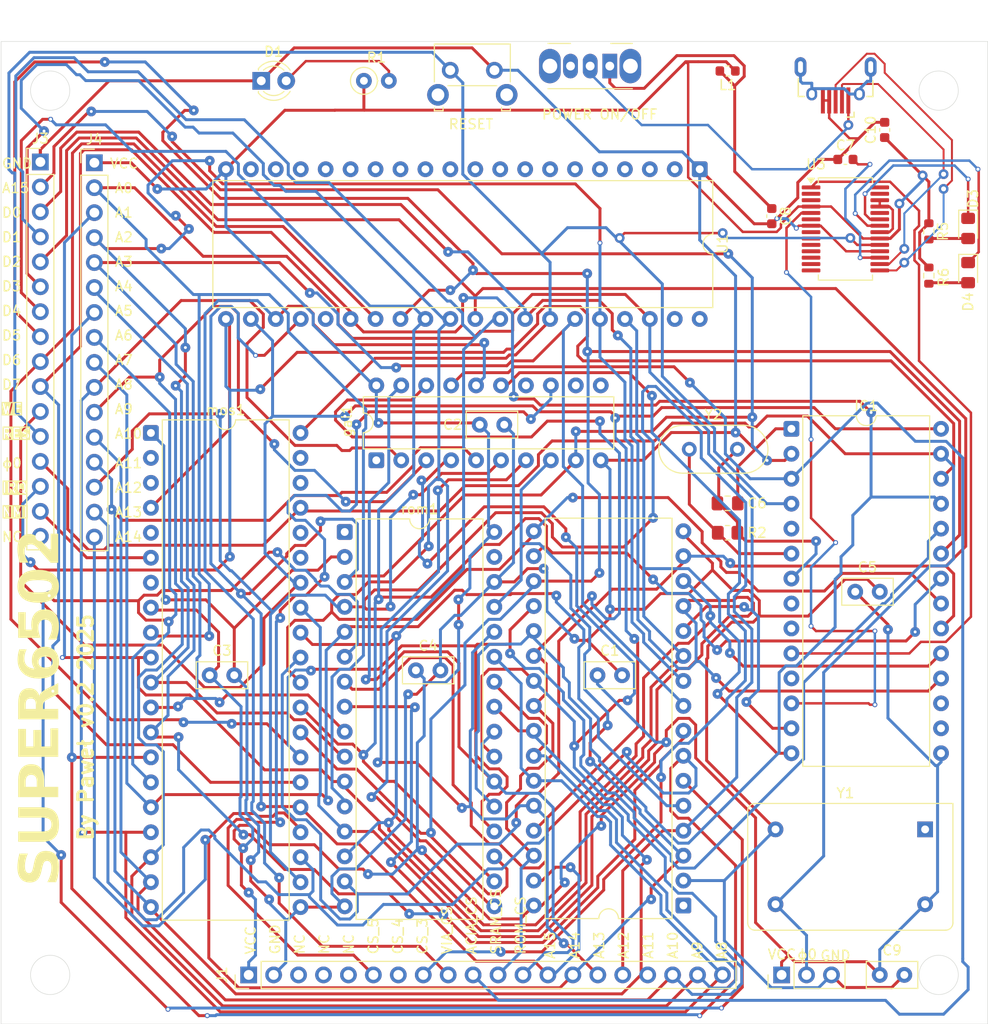
<source format=kicad_pcb>
(kicad_pcb (version 20241229) (generator "pcbnew") (generator_version "9.0")
  (layers (0 "F.Cu" signal) (2 "B.Cu" signal) (13 "F.Paste" user) (15 "B.Paste" user) (5 "F.SilkS" user "F.Silkscreen") (7 "B.SilkS" user "B.Silkscreen") (1 "F.Mask" user) (3 "B.Mask" user) (25 "Edge.Cuts" user))
  (net 0 "")
  (net 1 "GND")
  (net 2 "VCC")
  (net 4 "Net-(D1-A)")
  (net 5 "CS_4")
  (net 6 "CS_5")
  (net 7 "ACIA_CS")
  (net 8 "CS_2")
  (net 10 "CS_3")
  (net 11 "Rom_Cs")
  (net 13 "Sram_Cs")
  (net 14 "D0")
  (net 15 "A10")
  (net 16 "A7")
  (net 17 "A4")
  (net 18 "A15")
  (net 19 "A6")
  (net 20 "A11")
  (net 21 "A12")
  (net 22 "D7")
  (net 23 "D2")
  (net 24 "A9")
  (net 25 "A0")
  (net 26 "A5")
  (net 27 "A2")
  (net 28 "D5")
  (net 29 "A1")
  (net 30 "A3")
  (net 31 "A8")
  (net 32 "D1")
  (net 33 "A14")
  (net 34 "D6")
  (net 35 "A13")
  (net 36 "D4")
  (net 37 "D3")
  (net 38 "~{WE}")
  (net 39 "~{RES}")
  (net 45 "ϕ0")
  (net 51 "Net-(U3-3V3OUT)")
  (net 52 "Net-(SW2-C)")
  (net 56 "Net-(D3-K)")
  (net 57 "Net-(D3-A)")
  (net 61 "~{NMI}")
  (net 62 "~{IRQ}")
  (net 84 "Net-(D4-K)")
  (net 85 "Net-(D4-A)")
  (net 86 "TXD")
  (net 87 "{slash}CTS")
  (net 88 "{slash}DSR")
  (net 89 "Net-(IC1-XTAL2)")
  (net 90 "Net-(IC1-XTAL1)")
  (net 91 "RXC")
  (net 92 "{slash}DTR")
  (net 93 "{slash}RTS")
  (net 94 "RXD")
  (net 95 "{slash}DCD")
  (net 96 "USB_SHIELD")
  (net 97 "Net-(J2-VBUS)")
  (net 98 "USB_D+")
  (net 99 "USB_D-")
  (net 112 "CIA1_CS")
  (footprint "Capacitor_THT:C_Disc_D5.0mm_W2.5mm_P2.50mm" (layer "F.Cu") (at 190.5 105)
    (property "Reference" "C5")
    (property "Value" "100nF")
  )
  (footprint "usb:Conn_USBmicro-B_ebay-side_TH" (layer "F.Cu") (at 188.5 51.5964 180)
    (property "Reference" "J2")
    (property "Value" "USB_B_Micro" (hide yes))
  )
  (footprint "Package_SO:SSOP-28_5.3x10.2mm_P0.65mm" (layer "F.Cu") (at 189.5 68.075)
    (property "Reference" "U3")
    (property "Value" "FT232RL")
  )
  (footprint "Package_DIP:DIP-20_W7.62mm" (layer "F.Cu") (at 141.72 91.62 90)
    (property "Reference" "gal1")
    (property "Value" "GAL16V8")
  )
  (footprint "Crystal:Crystal_HC18-U_Vertical" (layer "F.Cu") (at 173.6 90.5)
    (property "Reference" "Y2")
    (property "Value" "1.8432MHz")
  )
  (footprint "Package_DIP:DIP-32_W15.24mm" (layer "F.Cu") (at 173 136.94 180)
    (property "Reference" "sram1" (hide yes))
    (property "Value" "628128")
  )
  (footprint "Connector_PinHeader_2.54mm:PinHeader_1x20_P2.54mm_Vertical" (layer "F.Cu") (at 128.72 144 90)
    (property "Reference" "J1")
    (property "Value" "Conn_01x20_Pin" (hide yes))
  )
  (footprint "Capacitor_THT:C_Disc_D5.0mm_W2.5mm_P2.50mm" (layer "F.Cu") (at 193 144)
    (property "Reference" "C9")
    (property "Value" "100nF")
  )
  (footprint "Capacitor_SMD:C_0603_1608Metric" (layer "F.Cu") (at 193.5 58 90)
    (property "Reference" "C10")
    (property "Value" "4.7uf")
  )
  (footprint "Capacitor_SMD:C_0603_1608Metric" (layer "F.Cu") (at 182 66.775 -90)
    (property "Reference" "C8")
    (property "Value" "10n")
  )
  (footprint "Resistor_SMD:R_0603_1608Metric" (layer "F.Cu") (at 198 72.825 -90)
    (property "Reference" "R6")
    (property "Value" "270")
  )
  (footprint "Oscillator:Oscillator_DIP-14" (layer "F.Cu") (at 197.62 129.19 180)
    (property "Reference" "Y1")
    (property "Value" "1MHz")
  )
  (footprint "Package_DIP:DIP-28_W15.24mm" (layer "F.Cu") (at 184 88.42)
    (property "Reference" "IC1")
    (property "Value" "6551")
  )
  (footprint "LED_SMD:LED_0805_2012Metric_Pad1.15x1.40mm_HandSolder" (layer "F.Cu") (at 202 68.025 -90)
    (property "Reference" "D3")
    (property "Value" "GREEN")
  )
  (footprint "Button_Switch_THT:SW_Slide_SPDT_Angled_CK_OS102011MA1Q" (layer "F.Cu") (at 165.5 51.5 180)
    (property "Reference" "SW2" (hide yes))
    (property "Value" "SW_Nidec_CAS-120A1" (hide yes))
  )
  (footprint "Resistor_THT:R_Axial_DIN0207_L6.3mm_D2.5mm_P2.54mm_Vertical" (layer "F.Cu") (at 140.455 53)
    (property "Reference" "R1")
    (property "Value" "1.5K")
  )
  (footprint "Package_DIP:DIP-40_W15.24mm" (layer "F.Cu") (at 174.66 62 -90)
    (property "Reference" "U1")
    (property "Value" "6522")
  )
  (footprint "Capacitor_THT:C_Disc_D5.0mm_W2.5mm_P2.50mm" (layer "F.Cu") (at 124.75 113.5)
    (property "Reference" "C3")
    (property "Value" "100nF")
  )
  (footprint "Capacitor_SMD:C_0603_1608Metric" (layer "F.Cu") (at 189.5 61)
    (property "Reference" "C7")
    (property "Value" "100n")
  )
  (footprint "Button_Switch_THT:SW_Tactile_SKHH_Angled" (layer "F.Cu") (at 149.25 51.925)
    (property "Reference" "SW1" (hide yes))
    (property "Value" "RESET")
  )
  (footprint "Connector_PinHeader_2.54mm:PinHeader_1x16_P2.54mm_Vertical" (layer "F.Cu") (at 113 61.34)
    (property "Reference" "J4")
    (property "Value" "Conn_01x16_Pin" (hide yes))
  )
  (footprint "Package_DIP:DIP-32_W15.24mm" (layer "F.Cu") (at 138.5 98.92)
    (property "Reference" "rom1")
    (property "Value" "27C020")
  )
  (footprint "Connector_PinHeader_2.54mm:PinHeader_1x03_P2.54mm_Vertical" (layer "F.Cu") (at 183 144 90)
    (property "Reference" "J5" (hide yes))
    (property "Value" "Conn_01x03_Pin" (hide yes))
  )
  (footprint "Inductor_SMD:L_0603_1608Metric" (layer "F.Cu") (at 177.5 52 180)
    (property "Reference" "L1")
    (property "Value" "Ferrite" (hide yes))
  )
  (footprint "LED_SMD:LED_0805_2012Metric_Pad1.15x1.40mm_HandSolder" (layer "F.Cu") (at 202 72.525 -90)
    (property "Reference" "D4")
    (property "Value" "RED")
  )
  (footprint "Capacitor_THT:C_Disc_D5.0mm_W2.5mm_P2.50mm" (layer "F.Cu") (at 152.25 88)
    (property "Reference" "C2")
    (property "Value" "100nF")
  )
  (footprint "Capacitor_SMD:C_0805_2012Metric_Pad1.18x1.45mm_HandSolder" (layer "F.Cu") (at 177.5 96)
    (property "Reference" "C6")
    (property "Value" "C" (hide yes))
  )
  (footprint "Resistor_SMD:R_0603_1608Metric" (layer "F.Cu") (at 198 68.325 -90)
    (property "Reference" "R5")
    (property "Value" "270")
  )
  (footprint "Capacitor_THT:C_Disc_D5.0mm_W2.5mm_P2.50mm" (layer "F.Cu") (at 164.25 113.5)
    (property "Reference" "C1")
    (property "Value" "100nF")
  )
  (footprint "Package_DIP:DIP-40_W15.24mm" (layer "F.Cu") (at 118.76 88.84)
    (property "Reference" "mos1")
    (property "Value" "6502")
  )
  (footprint "Connector_PinHeader_2.54mm:PinHeader_1x16_P2.54mm_Vertical" (layer "F.Cu") (at 107.5 61.26)
    (property "Reference" "J3")
    (property "Value" "Conn_01x16_Pin" (hide yes))
  )
  (footprint "Resistor_SMD:R_0805_2012Metric_Pad1.20x1.40mm_HandSolder" (layer "F.Cu") (at 177.5 99)
    (property "Reference" "R2")
    (property "Value" "R" (hide yes))
  )
  (footprint "Capacitor_THT:C_Disc_D5.0mm_W2.5mm_P2.50mm" (layer "F.Cu") (at 145.75 113)
    (property "Reference" "C4")
    (property "Value" "100nF")
  )
  (footprint "LED_THT:LED_D3.0mm" (layer "F.Cu") (at 130 53)
    (property "Reference" "D1")
    (property "Value" "LED" (hide yes))
  )
  (gr_rect (start 103.5 49) (end 204 149) (stroke (width 0.05)) (fill no) (layer "Edge.Cuts"))
  (gr_circle (center 108.5 144) (end 108.5 146) (stroke (width 0.05)) (fill no) (layer "Edge.Cuts"))
  (gr_circle (center 108.5 54) (end 108.5 56) (stroke (width 0.05)) (fill no) (layer "Edge.Cuts"))
  (gr_circle (center 199 54) (end 199 56) (stroke (width 0.05)) (fill no) (layer "Edge.Cuts"))
  (gr_circle (center 199 144) (end 199 146) (stroke (width 0.05)) (fill no) (layer "Edge.Cuts"))
  (gr_text "A7" (at 115 82 0) (layer "F.SilkS") (effects (font (size 1 1)) (justify left bottom)))
  (gr_text "A13" (at 115 97.5 0) (layer "F.SilkS") (effects (font (size 1 1)) (justify left bottom)))
  (gr_text "D1" (at 103.5 69.5 0) (layer "F.SilkS") (effects (font (size 1 1)) (justify left bottom)))
  (gr_text "CS_4" (at 144.5 142 90) (layer "F.SilkS") (effects (font (size 1 1)) (justify left bottom)))
  (gr_text "ROM_CS" (at 157 142 90) (layer "F.SilkS") (effects (font (size 1 1)) (justify left bottom)))
  (gr_text "NC\n" (at 139.5 142 90) (layer "F.SilkS") (effects (font (size 1 1)) (justify left bottom)))
  (gr_text "A9" (at 175 140.5 90) (layer "F.SilkS") (effects (font (size 1 1)) (justify right bottom)))
  (gr_text "By Paweł v0.2 2025" (at 113 130.5 90) (layer "F.SilkS") (effects (font (size 1.5 1.5) (thickness 0.3) (bold yes)) (justify left bottom)))
  (gr_text "RESET" (at 149 58 0) (layer "F.SilkS") (effects (font (size 1 1)) (justify left bottom)))
  (gr_text "A1" (at 115 67 0) (layer "F.SilkS") (effects (font (size 1 1)) (justify left bottom)))
  (gr_text "VCC" (at 181.5 142.5 0) (layer "F.SilkS") (effects (font (size 1 1)) (justify left bottom)))
  (gr_text "D3" (at 103.5 74.5 0) (layer "F.SilkS") (effects (font (size 1 1)) (justify left bottom)))
  (gr_text "A0" (at 115 64.5 0) (layer "F.SilkS") (effects (font (size 1 1)) (justify left bottom)))
  (gr_text "VIA_CS" (at 149.5 142 90) (layer "F.SilkS") (effects (font (size 1 1)) (justify left bottom)))
  (gr_text "D2" (at 103.5 72 0) (layer "F.SilkS") (effects (font (size 1 1)) (justify left bottom)))
  (gr_text "A10" (at 115 89.5 0) (layer "F.SilkS") (effects (font (size 1 1)) (justify left bottom)))
  (gr_text "SRAM_CS" (at 154.5 142 90) (layer "F.SilkS") (effects (font (size 1 1)) (justify left bottom)))
  (gr_text "A8" (at 177.5 140.5 90) (layer "F.SilkS") (effects (font (size 1 1)) (justify right bottom)))
  (gr_text "NC\n" (at 137 142 90) (layer "F.SilkS") (effects (font (size 1 1)) (justify left bottom)))
  (gr_text "A14" (at 115 100 0) (layer "F.SilkS") (effects (font (size 1 1)) (justify left bottom)))
  (gr_text "D0" (at 103.5 67 0) (layer "F.SilkS") (effects (font (size 1 1)) (justify left bottom)))
  (gr_text "A11" (at 170 139.5 90) (layer "F.SilkS") (effects (font (size 1 1)) (justify right bottom)))
  (gr_text "A13" (at 165 139.5 90) (layer "F.SilkS") (effects (font (size 1 1)) (justify right bottom)))
  (gr_text "D6" (at 103.5 82 0) (layer "F.SilkS") (effects (font (size 1 1)) (justify left bottom)))
  (gr_text "VCC" (at 129.5 142 90) (layer "F.SilkS") (effects (font (size 1 1)) (justify left bottom)))
  (gr_text "RES" (at 103.5 89.5 0) (layer "F.SilkS" knockout) (effects (font (size 1 1)) (justify left bottom)))
  (gr_text "ɸ0" (at 103.5 92.5 0) (layer "F.SilkS") (effects (font (size 1 1)) (justify left bottom)))
  (gr_text "A11" (at 115 92.5 0) (layer "F.SilkS") (effects (font (size 1 1)) (justify left bottom)))
  (gr_text "A15" (at 103.5 64.5 0) (layer "F.SilkS") (effects (font (size 1 1)) (justify left bottom)))
  (gr_text "A12" (at 115 95 0) (layer "F.SilkS") (effects (font (size 1 1)) (justify left bottom)))
  (gr_text "VCC" (at 114.5 62 0) (layer "F.SilkS") (effects (font (size 1 1)) (justify left bottom)))
  (gr_text "SUPER6502" (at 110 135 90) (layer "F.SilkS") (effects (font (size 4 4) (thickness 0.3) (bold yes)) (justify left bottom)))
  (gr_text "A2" (at 115 69.5 0) (layer "F.SilkS") (effects (font (size 1 1)) (justify left bottom)))
  (gr_text "A6" (at 115 79.5 0) (layer "F.SilkS") (effects (font (size 1 1)) (justify left bottom)))
  (gr_text "NC\n" (at 103.5 100 0) (layer "F.SilkS") (effects (font (size 1 1)) (justify left bottom)))
  (gr_text "A10" (at 172.5 139.5 90) (layer "F.SilkS") (effects (font (size 1 1)) (justify right bottom)))
  (gr_text "D4" (at 103.5 77 0) (layer "F.SilkS") (effects (font (size 1 1)) (justify left bottom)))
  (gr_text "CS_5" (at 142 142 90) (layer "F.SilkS") (effects (font (size 1 1)) (justify left bottom)))
  (gr_text "A15" (at 160 139.5 90) (layer "F.SilkS") (effects (font (size 1 1)) (justify right bottom)))
  (gr_text "A3" (at 115 72 0) (layer "F.SilkS") (effects (font (size 1 1)) (justify left bottom)))
  (gr_text "D7" (at 103.5 84.5 0) (layer "F.SilkS") (effects (font (size 1 1)) (justify left bottom)))
  (gr_text "A5" (at 115 77 0) (layer "F.SilkS") (effects (font (size 1 1)) (justify left bottom)))
  (gr_text "NMI" (at 103.5 97.5 0) (layer "F.SilkS" knockout) (effects (font (size 1 1)) (justify left bottom)))
  (gr_text "A12" (at 167.5 139.5 90) (layer "F.SilkS") (effects (font (size 1 1)) (justify right bottom)))
  (gr_text "CS_3" (at 147 142 90) (layer "F.SilkS") (effects (font (size 1 1)) (justify left bottom)))
  (gr_text "GND" (at 186.865 142.62 0) (layer "F.SilkS") (effects (font (size 1 1)) (justify left bottom)))
  (gr_text "A8" (at 115 84.5 0) (layer "F.SilkS") (effects (font (size 1 1)) (justify left bottom)))
  (gr_text "ACIA_CS" (at 152 142 90) (layer "F.SilkS") (effects (font (size 1 1)) (justify left bottom)))
  (gr_text "A9" (at 115 87 0) (layer "F.SilkS") (effects (font (size 1 1)) (justify left bottom)))
  (gr_text "NC\n" (at 134.5 142 90) (layer "F.SilkS") (effects (font (size 1 1)) (justify left bottom)))
  (gr_text "GND" (at 103.5 62 0) (layer "F.SilkS") (effects (font (size 1 1)) (justify left bottom)))
  (gr_text "D5" (at 103.5 79.5 0) (layer "F.SilkS") (effects (font (size 1 1)) (justify left bottom)))
  (gr_text "A14" (at 162.5 139.5 90) (layer "F.SilkS") (effects (font (size 1 1)) (justify right bottom)))
  (gr_text "A4" (at 115 74.5 0) (layer "F.SilkS") (effects (font (size 1 1)) (justify left bottom)))
  (gr_text "GND" (at 132 142 90) (layer "F.SilkS") (effects (font (size 1 1)) (justify left bottom)))
  (gr_text "WE\n" (at 103.5 87 0) (layer "F.SilkS" knockout) (effects (font (size 1 1)) (justify left bottom)))
  (gr_text "POWER ON/OFF" (at 158.5 57 0) (layer "F.SilkS") (effects (font (size 1 1)) (justify left bottom)))
  (gr_text "ɸ0" (at 184.5 142.5 0) (layer "F.SilkS") (effects (font (size 1 1)) (justify left bottom)))
  (gr_text "IRQ" (at 103.5 95 0) (layer "F.SilkS" knockout) (effects (font (size 1 1)) (justify left bottom)))
  (segment (start 173 98.84) (end 173 99.1405) (width 0.3) (layer "F.Cu") (net 1))
  (segment (start 173.5498 105.1899) (end 175.9568 102.7829) (width 0.3) (layer "F.Cu") (net 1))
  (segment (start 184.649 63.351) (end 187 61) (width 0.3) (layer "F.Cu") (net 1))
  (segment (start 133.1593 102.81) (end 127.25 108.7193) (width 0.3) (layer "F.Cu") (net 1))
  (segment (start 157.1299 102.6501) (end 158.7539 102.6501) (width 0.3) (layer "F.Cu") (net 1))
  (segment (start 165.5193 107.6587) (end 165.5193 106.7826) (width 0.3) (layer "F.Cu") (net 1))
  (segment (start 163.226 109.952) (end 162.0604 109.952) (width 0.3) (layer "F.Cu") (net 1))
  (segment (start 192.5 57.225) (end 190.8625 58.8625) (width 0.3) (layer "F.Cu") (net 1))
  (segment (start 184.75 67.75) (end 184.5 68) (width 0.25) (layer "F.Cu") (net 1))
  (segment (start 130.8037 136.3141) (end 128.93 134.4404) (width 0.3) (layer "F.Cu") (net 1))
  (segment (start 178.3113 88.7975) (end 171.7656 88.7975) (width 0.3) (layer "F.Cu") (net 1))
  (segment (start 180.7302 105.9045) (end 179.6938 104.8681) (width 0.3) (layer "F.Cu") (net 1))
  (segment (start 178.042 104.8681) (end 175.9568 102.7829) (width 0.3) (layer "F.Cu") (net 1))
  (segment (start 193 70.35) (end 189.575938 70.35) (width 0.25) (layer "F.Cu") (net 1))
  (segment (start 155.78 104) (end 157.1299 102.6501) (width 0.3) (layer "F.Cu") (net 1))
  (segment (start 133.349 49.651) (end 130 53) (width 0.3) (layer "F.Cu") (net 1))
  (segment (start 175.3646 111.8437) (end 175.4831 111.7252) (width 0.3) (layer "F.Cu") (net 1))
  (segment (start 171.7656 88.7975) (end 168.9431 91.62) (width 0.3) (layer "F.Cu") (net 1))
  (segment (start 120.2743 105.8283) (end 124.359 105.8283) (width 0.3) (layer "F.Cu") (net 1))
  (segment (start 138.5 101.46) (end 137.1235 101.46) (width 0.3) (layer "F.Cu") (net 1))
  (segment (start 124.359 105.8283) (end 127.25 108.7193) (width 0.3) (layer "F.Cu") (net 1))
  (segment (start 187.85 55) (end 187.85 56.788852) (width 0.25) (layer "F.Cu") (net 1))
  (segment (start 170.6666 105.1899) (end 173.5498 105.1899) (width 0.3) (layer "F.Cu") (net 1))
  (segment (start 182.3996 88.42) (end 184 88.42) (width 0.3) (layer "F.Cu") (net 1))
  (segment (start 189.575938 70.35) (end 186.975938 67.75) (width 0.25) (layer "F.Cu") (net 1))
  (segment (start 130 53) (end 114.5 53) (width 0.3) (layer "F.Cu") (net 1))
  (segment (start 175.4831 110.5394) (end 177.9257 108.0968) (width 0.3) (layer "F.Cu") (net 1))
  (segment (start 163.226 109.952) (end 165.5193 107.6587) (width 0.3) (layer "F.Cu") (net 1))
  (segment (start 153.74 104) (end 155.78 104) (width 0.3) (layer "F.Cu") (net 1))
  (segment (start 135.7735 102.81) (end 133.1593 102.81) (width 0.3) (layer "F.Cu") (net 1))
  (segment (start 175.4831 111.7252) (end 175.4831 110.5394) (width 0.3) (layer "F.Cu") (net 1))
  (segment (start 148.25 113) (end 145.8136 115.4364) (width 0.3) (layer "F.Cu") (net 1))
  (segment (start 128.93 134.4404) (end 128.93 132.3264) (width 0.3) (layer "F.Cu") (net 1))
  (segment (start 187.2046 55) (end 187.85 55) (width 0.25) (layer "F.Cu") (net 1))
  (segment (start 145.8136 115.4364) (end 144.9595 115.4364) (width 0.3) (layer "F.Cu") (net 1))
  (segment (start 186 67.75) (end 184.75 67.75) (width 0.25) (layer "F.Cu") (net 1))
  (segment (start 194.326 66.150062) (end 193.975938 65.8) (width 0.25) (layer "F.Cu") (net 1))
  (segment (start 107.5 61.26) (end 107.5 59.9599) (width 0.3) (layer "F.Cu") (net 1))
  (segment (start 193 65.15) (end 193 65.8) (width 0.25) (layer "F.Cu") (net 1))
  (segment (start 179.6938 104.8681) (end 178.042 104.8681) (width 0.3) (layer "F.Cu") (net 1))
  (segment (start 175.9568 102.0973) (end 175.9568 102.7829) (width 0.3) (layer "F.Cu") (net 1))
  (segment (start 185.7148 107.4806) (end 189.4604 103.735) (width 0.3) (layer "F.Cu") (net 1))
  (segment (start 178.5375 96) (end 178.5375 92.2821) (width 0.3) (layer "F.Cu") (net 1))
  (segment (start 188.08 144) (end 189.3615 145.2815) (width 0.3) (layer "F.Cu") (net 1))
  (segment (start 182.525 67.025) (end 182 67.55) (width 0.3) (layer "F.Cu") (net 1))
  (segment (start 162.0604 109.952) (end 161.8969 109.7885) (width 0.3) (layer "F.Cu") (net 1))
  (segment (start 137.1235 101.46) (end 135.7735 102.81) (width 0.3) (layer "F.Cu") (net 1))
  (segment (start 177.9257 108.0968) (end 180.114 108.0968) (width 0.3) (layer "F.Cu") (net 1))
  (segment (start 180.7302 107.4806) (end 180.7302 105.9045) (width 0.3) (layer "F.Cu") (net 1))
  (segment (start 182.38 129.19) (end 175.3646 122.1746) (width 0.3) (layer "F.Cu") (net 1))
  (segment (start 138.42 137.1) (end 138.5 137.02) (width 0.3) (layer "F.Cu") (net 1))
  (segment (start 190.8625 58.8625) (end 188.725 61) (width 0.3) (layer "F.Cu") (net 1))
  (segment (start 168.9431 91.62) (end 164.58 91.62) (width 0.3) (layer "F.Cu") (net 1))
  (segment (start 193.975938 65.8) (end 193 65.8) (width 0.25) (layer "F.Cu") (net 1))
  (segment (start 182 67.55) (end 180.21 67.55) (width 0.3) (layer "F.Cu") (net 1))
  (segment (start 187 61) (end 188.725 61) (width 0.3) (layer "F.Cu") (net 1))
  (segment (start 180.7302 107.4806) (end 185.7148 107.4806) (width 0.3) (layer "F.Cu") (net 1))
  (segment (start 193.975938 68.4) (end 194.326 68.049938) (width 0.25) (layer "F.Cu") (net 1))
  (segment (start 180.114 108.0968) (end 180.7302 107.4806) (width 0.3) (layer "F.Cu") (net 1))
  (segment (start 134 137.1) (end 138.42 137.1) (width 0.3) (layer "F.Cu") (net 1))
  (segment (start 189.4604 103.735) (end 191.735 103.735) (width 0.3) (layer "F.Cu") (net 1))
  (segment (start 191.735 103.735) (end 193 105) (width 0.3) (layer "F.Cu") (net 1))
  (segment (start 153.75 51.925) (end 151.476 49.651) (width 0.3) (layer "F.Cu") (net 1))
  (segment (start 180.21 67.55) (end 174.66 62) (width 0.3) (layer "F.Cu") (net 1))
  (segment (start 189.3615 145.2815) (end 194.2185 145.2815) (width 0.3) (layer "F.Cu") (net 1))
  (segment (start 175.3646 122.1746) (end 175.3646 111.8437) (width 0.3) (layer "F.Cu") (net 1))
  (segment (start 194.2185 145.2815) (end 195.5 144) (width 0.3) (layer "F.Cu") (net 1))
  (segment (start 107.5 60) (end 107.5 61.26) (width 0.3) (layer "F.Cu") (net 1))
  (segment (start 166.75 113.5) (end 163.226 109.976) (width 0.3) (layer "F.Cu") (net 1))
  (segment (start 127.25 108.7193) (end 127.25 113.5) (width 0.3) (layer "F.Cu") (net 1))
  (segment (start 186.975938 67.75) (end 186 67.75) (width 0.25) (layer "F.Cu") (net 1))
  (segment (start 193 68.4) (end 193.975938 68.4) (width 0.25) (layer "F.Cu") (net 1))
  (segment (start 182.525 67.025) (end 184.649 64.901) (width 0.3) (layer "F.Cu") (net 1))
  (segment (start 194.326 68.049938) (end 194.326 66.150062) (width 0.25) (layer "F.Cu") (net 1))
  (segment (start 187.85 56.788852) (end 189.923648 58.8625) (width 0.25) (layer "F.Cu") (net 1))
  (segment (start 163.226 109.976) (end 163.226 109.952) (width 0.3) (layer "F.Cu") (net 1))
  (segment (start 180.2855 90.5341) (end 182.3996 88.42) (width 0.3) (layer "F.Cu") (net 1))
  (segment (start 184.649 64.901) (end 184.649 63.351) (width 0.3) (layer "F.Cu") (net 1))
  (segment (start 178.5489 88.7975) (end 178.3113 88.7975) (width 0.3) (layer "F.Cu") (net 1))
  (segment (start 189.923648 58.8625) (end 190.8625 58.8625) (width 0.25) (layer "F.Cu") (net 1))
  (segment (start 151.476 49.651) (end 133.349 49.651) (width 0.3) (layer "F.Cu") (net 1))
  (segment (start 173 99.1405) (end 175.9568 102.0973) (width 0.3) (layer "F.Cu") (net 1))
  (segment (start 165.5193 106.7826) (end 169.0739 106.7826) (width 0.3) (layer "F.Cu") (net 1))
  (segment (start 169.0739 106.7826) (end 170.6666 105.1899) (width 0.3) (layer "F.Cu") (net 1))
  (segment (start 114.5 53) (end 107.5 60) (width 0.3) (layer "F.Cu") (net 1))
  (segment (start 193.5 57.225) (end 192.5 57.225) (width 0.3) (layer "F.Cu") (net 1))
  (segment (start 178.5375 92.2821) (end 180.2855 90.5341) (width 0.3) (layer "F.Cu") (net 1))
  (segment (start 180.2855 90.5341) (end 178.5489 88.7975) (width 0.3) (layer "F.Cu") (net 1))
  (via (at 120.2743 105.8283) (size 1) (drill 0.3) (layers "F.Cu" "B.Cu") (net 1))
  (via (at 184.5 68) (size 0.5) (drill 0.3) (layers "F.Cu" "B.Cu") (net 1))
  (via (at 158.7539 102.6501) (size 1) (drill 0.3) (layers "F.Cu" "B.Cu") (net 1))
  (via (at 182.525 67.025) (size 0.5) (drill 0.3) (layers "F.Cu" "B.Cu") (net 1))
  (via (at 144.9595 115.4364) (size 1) (drill 0.3) (layers "F.Cu" "B.Cu") (net 1))
  (via (at 128.93 132.3264) (size 1) (drill 0.3) (layers "F.Cu" "B.Cu") (net 1))
  (via (at 178.3113 88.7975) (size 1) (drill 0.3) (layers "F.Cu" "B.Cu") (net 1))
  (via (at 165.5193 106.7826) (size 1) (drill 0.3) (layers "F.Cu" "B.Cu") (net 1))
  (via (at 161.8969 109.7885) (size 1) (drill 0.3) (layers "F.Cu" "B.Cu") (net 1))
  (via (at 130.8037 136.3141) (size 1) (drill 0.3) (layers "F.Cu" "B.Cu") (net 1))
  (segment (start 158.7539 102.6501) (end 159.0879 102.9841) (width 0.3) (layer "B.Cu") (net 1))
  (segment (start 118.76 88.84) (end 120.0705 90.1505) (width 0.3) (layer "B.Cu") (net 1))
  (segment (start 132.496 138.3723) (end 130.8037 136.68) (width 0.3) (layer "B.Cu") (net 1))
  (segment (start 165.5193 92.5593) (end 165.5193 106.7826) (width 0.3) (layer "B.Cu") (net 1))
  (segment (start 137.969 133.21) (end 139.6175 133.21) (width 0.3) (layer "B.Cu") (net 1))
  (segment (start 148.25 113) (end 148.25 108.8676) (width 0.3) (layer "B.Cu") (net 1))
  (segment (start 154.75 88) (end 155.69 88.94) (width 0.3) (layer "B.Cu") (net 1))
  (segment (start 128.5403 126.1205) (end 128.4362 126.2246) (width 0.3) (layer "B.Cu") (net 1))
  (segment (start 129.7364 131.52) (end 128.93 132.3264) (width 0.3) (layer "B.Cu") (net 1))
  (segment (start 177.17 134.4) (end 173 134.4) (width 0.3) (layer "B.Cu") (net 1))
  (segment (start 139.6175 133.21) (end 144.6919 128.1356) (width 0.3) (layer "B.Cu") (net 1))
  (segment (start 137.1993 133.9797) (end 137.969 133.21) (width 0.3) (layer "B.Cu") (net 1))
  (segment (start 144.6919 115.704) (end 144.9595 115.4364) (width 0.3) (layer "B.Cu") (net 1))
  (segment (start 120.0705 105.6245) (end 120.2743 105.8283) (width 0.3) (layer "B.Cu") (net 1))
  (segment (start 174.66 69.2044) (end 174.66 62) (width 0.3) (layer "B.Cu") (net 1))
  (segment (start 149.7091 107.4085) (end 150.3315 107.4085) (width 0.3) (layer "B.Cu") (net 1))
  (segment (start 177.17 134.4) (end 177.17 140.5166) (width 0.3) (layer "B.Cu") (net 1))
  (segment (start 144.6919 128.1356) (end 144.6919 115.704) (width 0.3) (layer "B.Cu") (net 1))
  (segment (start 178.3113 88.7975) (end 178.3113 72.8557) (width 0.3) (layer "B.Cu") (net 1))
  (segment (start 129.7364 128.8087) (end 129.7364 131.52) (width 0.3) (layer "B.Cu") (net 1))
  (segment (start 128.5403 114.7903) (end 128.5403 126.1205) (width 0.3) (layer "B.Cu") (net 1))
  (segment (start 164.58 91.62) (end 165.5193 92.5593) (width 0.3) (layer "B.Cu") (net 1))
  (segment (start 127.25 113.5) (end 128.5403 114.7903) (width 0.3) (layer "B.Cu") (net 1))
  (segment (start 156.1419 51.925) (end 164.4438 60.2269) (width 0.3) (layer "B.Cu") (net 1))
  (segment (start 134 137.1) (end 132.7277 138.3723) (width 0.3) (layer "B.Cu") (net 1))
  (segment (start 130.8037 136.68) (end 130.8037 136.3141) (width 0.3) (layer "B.Cu") (net 1))
  (segment (start 177.17 140.5166) (end 181.9536 145.3002) (width 0.3) (layer "B.Cu") (net 1))
  (segment (start 164.4438 60.2269) (end 172.8869 60.2269) (width 0.3) (layer "B.Cu") (net 1))
  (segment (start 159.0879 102.9841) (end 159.0879 106.9795) (width 0.3) (layer "B.Cu") (net 1))
  (segment (start 128.4362 127.5085) (end 129.7364 128.8087) (width 0.3) (layer "B.Cu") (net 1))
  (segment (start 155.69 102.05) (end 153.74 104) (width 0.3) (layer "B.Cu") (net 1))
  (segment (start 138.5 137.02) (end 137.1993 135.7193) (width 0.3) (layer "B.Cu") (net 1))
  (segment (start 128.4362 126.2246) (end 128.4362 127.5085) (width 0.3) (layer "B.Cu") (net 1))
  (segment (start 153.75 51.925) (end 156.1419 51.925) (width 0.3) (layer "B.Cu") (net 1))
  (segment (start 148.25 108.8676) (end 149.7091 107.4085) (width 0.3) (layer "B.Cu") (net 1))
  (segment (start 182.38 129.19) (end 177.17 134.4) (width 0.3) (layer "B.Cu") (net 1))
  (segment (start 132.496 142.764) (end 131.26 144) (width 0.3) (layer "B.Cu") (net 1))
  (segment (start 178.3113 72.8557) (end 174.66 69.2044) (width 0.3) (layer "B.Cu") (net 1))
  (segment (start 150.3315 107.4085) (end 153.74 104) (width 0.3) (layer "B.Cu") (net 1))
  (segment (start 159.0879 106.9795) (end 161.8969 109.7885) (width 0.3) (layer "B.Cu") (net 1))
  (segment (start 120.0705 90.1505) (end 120.0705 105.6245) (width 0.3) (layer "B.Cu") (net 1))
  (segment (start 182.525 67.025) (end 183.525 67.025) (width 0.3) (layer "B.Cu") (net 1))
  (segment (start 181.9536 145.3002) (end 186.7798 145.3002) (width 0.3) (layer "B.Cu") (net 1))
  (segment (start 137.1993 135.7193) (end 137.1993 133.9797) (width 0.3) (layer "B.Cu") (net 1))
  (segment (start 186.7798 145.3002) (end 188.08 144) (width 0.3) (layer "B.Cu") (net 1))
  (segment (start 172.8869 60.2269) (end 174.66 62) (width 0.3) (layer "B.Cu") (net 1))
  (segment (start 132.496 138.3723) (end 132.496 142.764) (width 0.3) (layer "B.Cu") (net 1))
  (segment (start 132.7277 138.3723) (end 132.496 138.3723) (width 0.3) (layer "B.Cu") (net 1))
  (segment (start 155.69 88.94) (end 155.69 102.05) (width 0.3) (layer "B.Cu") (net 1))
  (segment (start 183.525 67.025) (end 184.5 68) (width 0.3) (layer "B.Cu") (net 1))
  (segment (start 127.9798 131.2806) (end 128.1566 131.1038) (width 0.3) (layer "F.Cu") (net 2))
  (segment (start 164.6299 128.8316) (end 164.6299 127.7882) (width 0.3) (layer "F.Cu") (net 2))
  (segment (start 173.484 51.3006) (end 173.2393 51.0559) (width 0.25) (layer "F.Cu") (net 2))
  (segment (start 137.513 55.987) (end 137.5 56) (width 0.3) (layer "F.Cu") (net 2))
  (segment (start 140.455 55.942) (end 140.5 55.987) (width 0.3) (layer "F.Cu") (net 2))
  (segment (start 183 142.6999) (end 183.6894 142.0105) (width 0.3) (layer "F.Cu") (net 2))
  (segment (start 128.8561 128.7771) (end 130.829 130.75) (width 0.3) (layer "F.Cu") (net 2))
  (segment (start 182.932294 67.948882) (end 182.505176 68.376) (width 0.25) (layer "F.Cu") (net 2))
  (segment (start 130.829 130.75) (end 135.41 130.75) (width 0.3) (layer "F.Cu") (net 2))
  (segment (start 174.5 51.0559) (end 177.3434 51.0559) (width 0.3) (layer "F.Cu") (net 2))
  (segment (start 150.1026 108.3586) (end 150.1026 105.8217) (width 0.3) (layer "F.Cu") (net 2))
  (segment (start 184.7 65.8) (end 182.932294 67.567706) (width 0.25) (layer "F.Cu") (net 2))
  (segment (start 177.3434 51.0559) (end 178.2875 52) (width 0.3) (layer "F.Cu") (net 2))
  (segment (start 183.6894 142.0105) (end 184.3394 142.6606) (width 0.3) (layer "F.Cu") (net 2))
  (segment (start 179.043774 68.376) (end 173.484 62.816226) (width 0.25) (layer "F.Cu") (net 2))
  (segment (start 140.455 53) (end 140.455 55.942) (width 0.3) (layer "F.Cu") (net 2))
  (segment (start 127.9798 134.8766) (end 127.9798 131.2806) (width 0.3) (layer "F.Cu") (net 2))
  (segment (start 150.1026 105.8217) (end 150.0791 105.7982) (width 0.3) (layer "F.Cu") (net 2))
  (segment (start 170.0605 122.3576) (end 170.0605 121.5059) (width 0.3) (layer "F.Cu") (net 2))
  (segment (start 182.505176 68.376) (end 179.043774 68.376) (width 0.25) (layer "F.Cu") (net 2))
  (segment (start 152.0735 87.8235) (end 141.9486 87.8235) (width 0.3) (layer "F.Cu") (net 2))
  (segment (start 140.5 55.987) (end 137.513 55.987) (width 0.3) (layer "F.Cu") (net 2))
  (segment (start 168.3082 55.987) (end 140.5 55.987) (width 0.3) (layer "F.Cu") (net 2))
  (segment (start 174.2502 121.9089) (end 180.3493 128.008) (width 0.3) (layer "F.Cu") (net 2))
  (segment (start 193.5 58.775) (end 197.3625 62.6375) (width 0.3) (layer "F.Cu") (net 2))
  (segment (start 113 61.34) (end 116.7465 61.34) (width 0.3) (layer "F.Cu") (net 2))
  (segment (start 146.376 131.4276) (end 146.376 131.3037) (width 0.3) (layer "F.Cu") (net 2))
  (segment (start 180.3493 128.008) (end 180.3493 138.6705) (width 0.3) (layer "F.Cu") (net 2))
  (segment (start 140.455 53) (end 140.513 53) (width 0.3) (layer "F.Cu") (net 2))
  (segment (start 173.5852 117.89) (end 174.2502 118.555) (width 0.3) (layer "F.Cu") (net 2))
  (segment (start 125.6514 112.5986) (end 125.6514 109.1177) (width 0.3) (layer "F.Cu") (net 2))
  (segment (start 156.3982 138.3018) (end 153.2502 138.3018) (width 0.3) (layer "F.Cu") (net 2))
  (segment (start 197.0645 68.4355) (end 198 67.5) (width 0.3) (layer "F.Cu") (net 2))
  (segment (start 173.2393 51.0559) (end 168.3082 55.987) (width 0.3) (layer "F.Cu") (net 2))
  (segment (start 195 68.119814) (end 194.069814 69.05) (width 0.3) (layer "F.Cu") (net 2))
  (segment (start 193.8331 108.3331) (end 190.5 105) (width 0.3) (layer "F.Cu") (net 2))
  (segment (start 194.069814 69.05) (end 193 69.05) (width 0.3) (layer "F.Cu") (net 2))
  (segment (start 124.75 113.5) (end 125.6514 112.5986) (width 0.3) (layer "F.Cu") (net 2))
  (segment (start 152.25 88) (end 152.0735 87.8235) (width 0.3) (layer "F.Cu") (net 2))
  (segment (start 164.6299 127.7882) (end 170.0605 122.3576) (width 0.3) (layer "F.Cu") (net 2))
  (segment (start 198 63.275) (end 198 67.5) (width 0.3) (layer "F.Cu") (net 2))
  (segment (start 153.2502 138.3018) (end 146.376 131.4276) (width 0.3) (layer "F.Cu") (net 2))
  (segment (start 137.5 56) (end 132.4 56) (width 0.3) (layer "F.Cu") (net 2))
  (segment (start 182.932294 67.567706) (end 182.932294 67.948882) (width 0.25) (layer "F.Cu") (net 2))
  (segment (start 116.7465 61.34) (end 119.4167 64.0102) (width 0.3) (layer "F.Cu") (net 2))
  (segment (start 127.236 129.3337) (end 127.7926 128.7771) (width 0.3) (layer "F.Cu") (net 2))
  (segment (start 193 69.05) (end 191.288852 69.05) (width 0.25) (layer "F.Cu") (net 2))
  (segment (start 119.0084 106.8684) (end 118.76 106.62) (width 0.3) (layer "F.Cu") (net 2))
  (segment (start 135.41 130.75) (end 137.8898 133.2298) (width 0.3) (layer "F.Cu") (net 2))
  (segment (start 191.288852 69.05) (end 188.038852 65.8) (width 0.25) (layer "F.Cu") (net 2))
  (segment (start 171.253 119.1218) (end 172.4848 117.89) (width 0.3) (layer "F.Cu") (net 2))
  (segment (start 197.0645 71.0645) (end 197.0645 68.4355) (width 0.3) (layer "F.Cu") (net 2))
  (segment (start 125.6514 109.1177) (end 123.4021 106.8684) (width 0.3) (layer "F.Cu") (net 2))
  (segment (start 127.236 130.1832) (end 127.236 129.3337) (width 0.3) (layer "F.Cu") (net 2))
  (segment (start 184.3394 142.6606) (end 191.6606 142.6606) (width 0.3) (layer "F.Cu") (net 2))
  (segment (start 197.3625 62.6375) (end 198 63.275) (width 0.3) (layer "F.Cu") (net 2))
  (segment (start 128.72 135.6168) (end 127.9798 134.8766) (width 0.3) (layer "F.Cu") (net 2))
  (segment (start 127.7926 128.7771) (end 128.8561 128.7771) (width 0.3) (layer "F.Cu") (net 2))
  (segment (start 140.3574 133.2298) (end 140.8708 133.7432) (width 0.3) (layer "F.Cu") (net 2))
  (segment (start 188.038852 65.8) (end 186 65.8) (width 0.25) (layer "F.Cu") (net 2))
  (segment (start 171.253 120.3134) (end 171.253 119.1218) (width 0.3) (layer "F.Cu") (net 2))
  (segment (start 158.5662 136.94) (end 160.916 134.5902) (width 0.3) (layer "F.Cu") (net 2))
  (segment (start 172.4848 117.89) (end 173.5852 117.89) (width 0.3) (layer "F.Cu") (net 2))
  (segment (start 170.0605 121.5059) (end 171.253 120.3134) (width 0.3) (layer "F.Cu") (net 2))
  (segment (start 174.2502 118.555) (end 174.2502 121.9089) (width 0.3) (layer "F.Cu") (net 2))
  (segment (start 195 65.5) (end 195 68.119814) (width 0.3) (layer "F.Cu") (net 2))
  (segment (start 137.8898 133.2298) (end 140.3574 133.2298) (width 0.3) (layer "F.Cu") (net 2))
  (segment (start 173.2393 51.0559) (end 174.5 51.0559) (width 0.3) (layer "F.Cu") (net 2))
  (segment (start 191.6606 142.6606) (end 193 144) (width 0.3) (layer "F.Cu") (net 2))
  (segment (start 157.76 136.94) (end 158.5662 136.94) (width 0.3) (layer "F.Cu") (net 2))
  (segment (start 128.1566 131.1038) (end 127.236 130.1832) (width 0.3) (layer "F.Cu") (net 2))
  (segment (start 180.3493 138.6705) (end 183.6894 142.0105) (width 0.3) (layer "F.Cu") (net 2))
  (segment (start 193.8331 108.8486) (end 193.8331 108.3331) (width 0.3) (layer "F.Cu") (net 2))
  (segment (start 186 65.8) (end 184.7 65.8) (width 0.25) (layer "F.Cu") (net 2))
  (segment (start 183 144) (end 183 142.6999) (width 0.3) (layer "F.Cu") (net 2))
  (segment (start 173.484 62.816226) (end 173.484 51.3006) (width 0.25) (layer "F.Cu") (net 2))
  (segment (start 157.76 136.94) (end 156.3982 138.3018) (width 0.3) (layer "F.Cu") (net 2))
  (segment (start 126.4 62) (end 132.4 56) (width 0.3) (layer "F.Cu") (net 2))
  (segment (start 198 72) (end 197.0645 71.0645) (width 0.3) (layer "F.Cu") (net 2))
  (segment (start 123.4021 106.8684) (end 119.0084 106.8684) (width 0.3) (layer "F.Cu") (net 2))
  (via (at 119.4167 64.0102) (size 1) (drill 0.3) (layers "F.Cu" "B.Cu") (net 2))
  (via (at 160.916 134.5902) (size 1) (drill 0.3) (layers "F.Cu" "B.Cu") (net 2))
  (via (at 150.1026 108.3586) (size 1) (drill 0.3) (layers "F.Cu" "B.Cu") (net 2))
  (via (at 128.1566 131.1038) (size 1) (drill 0.3) (layers "F.Cu" "B.Cu") (net 2))
  (via (at 140.8708 133.7432) (size 1) (drill 0.3) (layers "F.Cu" "B.Cu") (net 2))
  (via (at 146.376 131.3037) (size 1) (drill 0.3) (layers "F.Cu" "B.Cu") (net 2))
  (via (at 197.3625 62.6375) (size 1) (drill 0.5) (layers "F.Cu" "B.Cu") (net 2))
  (via (at 164.6299 128.8316) (size 1) (drill 0.3) (layers "F.Cu" "B.Cu") (net 2))
  (via (at 128.72 135.6168) (size 1) (drill 0.3) (layers "F.Cu" "B.Cu") (net 2))
  (via (at 171.253 120.3134) (size 1) (drill 0.3) (layers "F.Cu" "B.Cu") (net 2))
  (via (at 193.8331 108.8486) (size 1) (drill 0.3) (layers "F.Cu" "B.Cu") (net 2))
  (via (at 150.0791 105.7982) (size 1) (drill 0.3) (layers "F.Cu" "B.Cu") (net 2))
  (via (at 195 65.5) (size 1) (drill 0.5) (layers "F.Cu" "B.Cu") (net 2))
  (via (at 141.9486 87.8235) (size 1) (drill 0.3) (layers "F.Cu" "B.Cu") (net 2))
  (segment (start 193.8331 117.8634) (end 193.8331 108.8486) (width 0.3) (layer "B.Cu") (net 2))
  (segment (start 153.15 98.33) (end 153.74 98.92) (width 0.3) (layer "B.Cu") (net 2))
  (segment (start 126.4 62) (end 126.4 67.8515) (width 0.3) (layer "B.Cu") (net 2))
  (segment (start 198.6614 122.6917) (end 193.8331 117.8634) (width 0.3) (layer "B.Cu") (net 2))
  (segment (start 145.8949 131.2273) (end 145.9713 131.3037) (width 0.3) (layer "B.Cu") (net 2))
  (segment (start 135.29 76.7415) (end 135.29 77.8381) (width 0.3) (layer "B.Cu") (net 2))
  (segment (start 124.75 113.5) (end 127.9402 116.6902) (width 0.3) (layer "B.Cu") (net 2))
  (segment (start 129.1363 130.1241) (end 128.1566 131.1038) (width 0.3) (layer "B.Cu") (net 2))
  (segment (start 197.3625 62.6375) (end 197.3625 63.1375) (width 0.3) (layer "B.Cu") (net 2))
  (segment (start 150.1026 112.9154) (end 150.1026 108.3586) (width 0.3) (layer "B.Cu") (net 2))
  (segment (start 141.72 83.9999) (end 141.72 84) (width 0.3) (layer "B.Cu") (net 2))
  (segment (start 127.8361 127.757) (end 129.1363 129.0572) (width 0.3) (layer "B.Cu") (net 2))
  (segment (start 153.15 88.9) (end 153.15 98.33) (width 0.3) (layer "B.Cu") (net 2))
  (segment (start 126.4 67.8515) (end 135.29 76.7415) (width 0.3) (layer "B.Cu") (net 2))
  (segment (start 129.4083 142.0116) (end 129.4083 136.3051) (width 0.3) (layer "B.Cu") (net 2))
  (segment (start 148.7678 114.2502) (end 150.1026 112.9154) (width 0.3) (layer "B.Cu") (net 2))
  (segment (start 152.25 88) (end 153.15 88.9) (width 0.3) (layer "B.Cu") (net 2))
  (segment (start 151.2536 104.6237) (end 150.0791 105.7982) (width 0.3) (layer "B.Cu") (net 2))
  (segment (start 164.25 113.5) (end 164.25 114.4078) (width 0.3) (layer "B.Cu") (net 2))
  (segment (start 197.62 136.81) (end 193 141.43) (width 0.3) (layer "B.Cu") (net 2))
  (segment (start 129.1363 129.0572) (end 129.1363 130.1241) (width 0.3) (layer "B.Cu") (net 2))
  (segment (start 127.9402 116.6902) (end 127.9402 125.872) (width 0.3) (layer "B.Cu") (net 2))
  (segment (start 126.4 62) (end 124.3898 64.0102) (width 0.3) (layer "B.Cu") (net 2))
  (segment (start 160.5437 132.627) (end 164.3391 128.8316) (width 0.3) (layer "B.Cu") (net 2))
  (segment (start 145.75 113) (end 146.595 113.845) (width 0.3) (layer "B.Cu") (net 2))
  (segment (start 145.8949 131.2273) (end 145.8949 120.375) (width 0.3) (layer "B.Cu") (net 2))
  (segment (start 153.74 98.92) (end 151.2536 101.4064) (width 0.3) (layer "B.Cu") (net 2))
  (segment (start 193 141.43) (end 193 144) (width 0.3) (layer "B.Cu") (net 2))
  (segment (start 129.4083 136.3051) (end 128.72 135.6168) (width 0.3) (layer "B.Cu") (net 2))
  (segment (start 160.916 134.5902) (end 160.5437 134.2179) (width 0.3) (layer "B.Cu") (net 2))
  (segment (start 124.3898 64.0102) (end 119.4167 64.0102) (width 0.3) (layer "B.Cu") (net 2))
  (segment (start 170.1556 120.3134) (end 171.253 120.3134) (width 0.3) (layer "B.Cu") (net 2))
  (segment (start 198.8856 135.5444) (end 197.62 136.81) (width 0.3) (layer "B.Cu") (net 2))
  (segment (start 140.8708 133.7432) (end 143.379 133.7432) (width 0.3) (layer "B.Cu") (net 2))
  (segment (start 164.25 114.4078) (end 170.1556 120.3134) (width 0.3) (layer "B.Cu") (net 2))
  (segment (start 135.29 77.8381) (end 141.4518 83.9999) (width 0.3) (layer "B.Cu") (net 2))
  (segment (start 143.379 133.7432) (end 145.8949 131.2273) (width 0.3) (layer "B.Cu") (net 2))
  (segment (start 146.595 113.845) (end 146.595 114.2502) (width 0.3) (layer "B.Cu") (net 2))
  (segment (start 199.24 121.44) (end 199.24 122.3373) (width 0.3) (layer "B.Cu") (net 2))
  (segment (start 127.9402 125.872) (end 127.8361 125.9761) (width 0.3) (layer "B.Cu") (net 2))
  (segment (start 151.2536 101.4064) (end 151.2536 104.6237) (width 0.3) (layer "B.Cu") (net 2))
  (segment (start 145.8949 120.375) (end 146.595 119.6749) (width 0.3) (layer "B.Cu") (net 2))
  (segment (start 197.3625 63.1375) (end 195 65.5) (width 0.3) (layer "B.Cu") (net 2))
  (segment (start 127.8361 125.9761) (end 127.8361 127.757) (width 0.3) (layer "B.Cu") (net 2))
  (segment (start 160.5437 134.2179) (end 160.5437 132.627) (width 0.3) (layer "B.Cu") (net 2))
  (segment (start 199.24 122.3373) (end 198.8856 122.6917) (width 0.3) (layer "B.Cu") (net 2))
  (segment (start 164.3391 128.8316) (end 164.6299 128.8316) (width 0.3) (layer "B.Cu") (net 2))
  (segment (start 146.595 114.2502) (end 148.7678 114.2502) (width 0.3) (layer "B.Cu") (net 2))
  (segment (start 128.72 142.6999) (end 129.4083 142.0116) (width 0.3) (layer "B.Cu") (net 2))
  (segment (start 141.72 84) (end 141.72 87.5949) (width 0.3) (layer "B.Cu") (net 2))
  (segment (start 198.8856 122.6917) (end 198.6614 122.6917) (width 0.3) (layer "B.Cu") (net 2))
  (segment (start 128.72 144) (end 128.72 142.6999) (width 0.3) (layer "B.Cu") (net 2))
  (segment (start 146.595 119.6749) (end 146.595 114.2502) (width 0.3) (layer "B.Cu") (net 2))
  (segment (start 198.8856 122.6917) (end 198.8856 135.5444) (width 0.3) (layer "B.Cu") (net 2))
  (segment (start 145.9713 131.3037) (end 146.376 131.3037) (width 0.3) (layer "B.Cu") (net 2))
  (segment (start 141.4518 83.9999) (end 141.72 83.9999) (width 0.3) (layer "B.Cu") (net 2))
  (segment (start 141.72 87.5949) (end 141.9486 87.8235) (width 0.3) (layer "B.Cu") (net 2))
  (segment (start 143 52) (end 142 51) (width 0.25) (layer "F.Cu") (net 4))
  (segment (start 134.54 51) (end 132.54 53) (width 0.25) (layer "F.Cu") (net 4))
  (segment (start 142.995 53) (end 143 52.995) (width 0.25) (layer "F.Cu") (net 4))
  (segment (start 143 52.995) (end 143 52) (width 0.25) (layer "F.Cu") (net 4))
  (segment (start 142 51) (end 134.54 51) (width 0.25) (layer "F.Cu") (net 4))
  (segment (start 156.7194 86.6872) (end 140.9821 86.6872) (width 0.3) (layer "F.Cu") (net 6))
  (segment (start 129.1045 128.1769) (end 129.3917 128.4641) (width 0.3) (layer "F.Cu") (net 6))
  (segment (start 141.42 144) (end 139.4048 141.9848) (width 0.3) (layer "F.Cu") (net 6))
  (segment (start 126.6226 129.0448) (end 127.4905 128.1769) (width 0.3) (layer "F.Cu") (net 6))
  (segment (start 140.9821 86.6872) (end 139.6955 87.9738) (width 0.3) (layer "F.Cu") (net 6))
  (segment (start 126.6226 134.8921) (end 126.6226 129.0448) (width 0.3) (layer "F.Cu") (net 6))
  (segment (start 129.3917 128.4641) (end 131.9293 128.4641) (width 0.3) (layer "F.Cu") (net 6))
  (segment (start 133.4628 105.3698) (end 134.5573 105.3698) (width 0.3) (layer "F.Cu") (net 6))
  (segment (start 127.4905 128.1769) (end 129.1045 128.1769) (width 0.3) (layer "F.Cu") (net 6))
  (segment (start 134.5573 105.3698) (end 136.4529 103.4742) (width 0.3) (layer "F.Cu") (net 6))
  (segment (start 157.4611 87.4289) (end 156.7194 86.6872) (width 0.3) (layer "F.Cu") (net 6))
  (segment (start 133.7153 141.9848) (end 126.6226 134.8921) (width 0.3) (layer "F.Cu") (net 6))
  (segment (start 131.9293 106.9033) (end 133.4628 105.3698) (width 0.3) (layer "F.Cu") (net 6))
  (segment (start 139.4048 141.9848) (end 133.7153 141.9848) (width 0.3) (layer "F.Cu") (net 6))
  (segment (start 131.9293 107.6674) (end 131.9293 106.9033) (width 0.3) (layer "F.Cu") (net 6))
  (via (at 131.9293 107.6674) (size 1) (drill 0.3) (layers "F.Cu" "B.Cu") (net 6))
  (via (at 139.6955 87.9738) (size 1) (drill 0.3) (layers "F.Cu" "B.Cu") (net 6))
  (via (at 136.4529 103.4742) (size 1) (drill 0.3) (layers "F.Cu" "B.Cu") (net 6))
  (via (at 131.9293 128.4641) (size 1) (drill 0.3) (layers "F.Cu" "B.Cu") (net 6))
  (via (at 157.4611 87.4289) (size 1) (drill 0.3) (layers "F.Cu" "B.Cu") (net 6))
  (segment (start 132.7234 96.9562) (end 133.4972 97.73) (width 0.3) (layer "B.Cu") (net 6))
  (segment (start 136.6224 95.19) (end 133.4146 95.19) (width 0.3) (layer "B.Cu") (net 6))
  (segment (start 132.7234 95.8812) (end 132.7234 96.9562) (width 0.3) (layer "B.Cu") (net 6))
  (segment (start 131.5367 108.06) (end 131.9293 107.6674) (width 0.3) (layer "B.Cu") (net 6))
  (segment (start 134.498 97.73) (end 136.4529 99.6849) (width 0.3) (layer "B.Cu") (net 6))
  (segment (start 139.6955 96.1125) (end 139.0229 96.7851) (width 0.3) (layer "B.Cu") (net 6))
  (segment (start 133.4972 97.73) (end 134.498 97.73) (width 0.3) (layer "B.Cu") (net 6))
  (segment (start 136.4529 99.6849) (end 136.4529 103.4742) (width 0.3) (layer "B.Cu") (net 6))
  (segment (start 138.2175 96.7851) (end 136.6224 95.19) (width 0.3) (layer "B.Cu") (net 6))
  (segment (start 159.5 85.39) (end 157.4611 87.4289) (width 0.3) (layer "B.Cu") (net 6))
  (segment (start 131.5367 128.0715) (end 131.5367 108.06) (width 0.3) (layer "B.Cu") (net 6))
  (segment (start 131.9293 128.4641) (end 131.5367 128.0715) (width 0.3) (layer "B.Cu") (net 6))
  (segment (start 159.5 84) (end 159.5 85.39) (width 0.3) (layer "B.Cu") (net 6))
  (segment (start 133.4146 95.19) (end 132.7234 95.8812) (width 0.3) (layer "B.Cu") (net 6))
  (segment (start 139.0229 96.7851) (end 138.2175 96.7851) (width 0.3) (layer "B.Cu") (net 6))
  (segment (start 139.6955 87.9738) (end 139.6955 96.1125) (width 0.3) (layer "B.Cu") (net 6))
  (segment (start 173.6594 83.7163) (end 172.0476 82.1045) (width 0.3) (layer "F.Cu") (net 7))
  (segment (start 172.0476 82.1045) (end 155.7613 82.1045) (width 0.3) (layer "F.Cu") (net 7))
  (segment (start 155.7613 82.1045) (end 155.1612 82.7046) (width 0.3) (layer "F.Cu") (net 7))
  (segment (start 155.1612 82.7046) (end 150.6354 82.7046) (width 0.3) (layer "F.Cu") (net 7))
  (segment (start 150.6354 82.7046) (end 149.34 84) (width 0.3) (layer "F.Cu") (net 7))
  (via (at 173.6594 83.7163) (size 1) (drill 0.3) (layers "F.Cu" "B.Cu") (net 7))
  (segment (start 193.561241 146.5869) (end 193.5869 146.5869) (width 0.3) (layer "B.Cu") (net 7))
  (segment (start 196.6218 89.69) (end 199.7618 89.69) (width 0.3) (layer "B.Cu") (net 7))
  (segment (start 202 143.200822) (end 201.4515 142.652322) (width 0.3) (layer "B.Cu") (net 7))
  (segment (start 191.7029 85.7971) (end 192.7289 85.7971) (width 0.3) (layer "B.Cu") (net 7))
  (segment (start 173.6594 83.7163) (end 177.2742 87.3311) (width 0.3) (layer "B.Cu") (net 7))
  (segment (start 195 148) (end 199.5 148) (width 0.3) (layer "B.Cu") (net 7))
  (segment (start 177.2742 87.3311) (end 177.2742 90.9749) (width 0.3) (layer "B.Cu") (net 7))
  (segment (start 193.227448 146.5869) (end 154.1669 146.5869) (width 0.3) (layer "B.Cu") (net 7))
  (segment (start 202 145.5) (end 202 143.200822) (width 0.3) (layer "B.Cu") (net 7))
  (segment (start 179.7993 93.5) (end 184 93.5) (width 0.3) (layer "B.Cu") (net 7))
  (segment (start 192.7289 85.7971) (end 196.6218 89.69) (width 0.3) (layer "B.Cu") (net 7))
  (segment (start 193.5869 146.5869) (end 195 148) (width 0.3) (layer "B.Cu") (net 7))
  (segment (start 201.4515 91.3797) (end 201.4515 142.340781) (width 0.3) (layer "B.Cu") (net 7))
  (segment (start 177.2742 90.9749) (end 179.7993 93.5) (width 0.3) (layer "B.Cu") (net 7))
  (segment (start 199.5 148) (end 202 145.5) (width 0.3) (layer "B.Cu") (net 7))
  (segment (start 193.561241 146.5869) (end 193.227448 146.5869) (width 0.3) (layer "B.Cu") (net 7))
  (segment (start 201.4515 142.340781) (end 201.4515 142.652322) (width 0.3) (layer "B.Cu") (net 7))
  (segment (start 154.1669 146.5869) (end 151.58 144) (width 0.3) (layer "B.Cu") (net 7))
  (segment (start 184 93.5) (end 191.7029 85.7971) (width 0.3) (layer "B.Cu") (net 7))
  (segment (start 199.7618 89.69) (end 201.4515 91.3797) (width 0.3) (layer "B.Cu") (net 7))
  (segment (start 164.8799 135.3644) (end 164.8799 134.2807) (width 0.3) (layer "F.Cu") (net 10))
  (segment (start 158.5919 141.6524) (end 164.8799 135.3644) (width 0.3) (layer "F.Cu") (net 10))
  (segment (start 169.7937 85.0581) (end 167.4402 82.7046) (width 0.3) (layer "F.Cu") (net 10))
  (segment (start 164.8799 134.2807) (end 170.7211 128.4395) (width 0.3) (layer "F.Cu") (net 10))
  (segment (start 167.4402 82.7046) (end 156.31 82.7046) (width 0.3) (layer "F.Cu") (net 10))
  (segment (start 156.31 82.7046) (end 155.0146 84) (width 0.3) (layer "F.Cu") (net 10))
  (segment (start 170.7211 128.4395) (end 170.7211 123.8895) (width 0.3) (layer "F.Cu") (net 10))
  (segment (start 154.39 141.6524) (end 158.5919 141.6524) (width 0.3) (layer "F.Cu") (net 10))
  (segment (start 155.0146 84) (end 154.42 84) (width 0.3) (layer "F.Cu") (net 10))
  (via (at 169.7937 85.0581) (size 1) (drill 0.3) (layers "F.Cu" "B.Cu") (net 10))
  (via (at 154.39 141.6524) (size 1) (drill 0.3) (layers "F.Cu" "B.Cu") (net 10))
  (via (at 170.7211 123.8895) (size 1) (drill 0.3) (layers "F.Cu" "B.Cu") (net 10))
  (segment (start 178.7185 97.7342) (end 169.7937 88.8094) (width 0.3) (layer "B.Cu") (net 10))
  (segment (start 178.7185 104.0913) (end 178.7185 97.7342) (width 0.3) (layer "B.Cu") (net 10))
  (segment (start 177.5775 105.2323) (end 178.7185 104.0913) (width 0.3) (layer "B.Cu") (net 10))
  (segment (start 179.3071 108.995) (end 177.5775 107.2654) (width 0.3) (layer "B.Cu") (net 10))
  (segment (start 172.5021 120.43) (end 173.5295 120.43) (width 0.3) (layer "B.Cu") (net 10))
  (segment (start 177.4247 115.9236) (end 179.3071 114.0412) (width 0.3) (layer "B.Cu") (net 10))
  (segment (start 169.7937 88.8094) (end 169.7937 85.0581) (width 0.3) (layer "B.Cu") (net 10))
  (segment (start 179.3071 114.0412) (end 179.3071 108.995) (width 0.3) (layer "B.Cu") (net 10))
  (segment (start 170.7211 122.211) (end 172.5021 120.43) (width 0.3) (layer "B.Cu") (net 10))
  (segment (start 177.5775 107.2654) (end 177.5775 105.2323) (width 0.3) (layer "B.Cu") (net 10))
  (segment (start 146.5 144) (end 148.8476 141.6524) (width 0.3) (layer "B.Cu") (net 10))
  (segment (start 177.4247 116.5348) (end 177.4247 115.9236) (width 0.3) (layer "B.Cu") (net 10))
  (segment (start 173.5295 120.43) (end 177.4247 116.5348) (width 0.3) (layer "B.Cu") (net 10))
  (segment (start 170.7211 123.8895) (end 170.7211 122.211) (width 0.3) (layer "B.Cu") (net 10))
  (segment (start 148.8476 141.6524) (end 154.39 141.6524) (width 0.3) (layer "B.Cu") (net 10))
  (segment (start 150.1387 120.7951) (end 153.6636 124.32) (width 0.3) (layer "F.Cu") (net 11))
  (segment (start 144.5513 111.1161) (end 148.9826 111.1161) (width 0.3) (layer "F.Cu") (net 11))
  (segment (start 141.7312 113.9362) (end 144.5513 111.1161) (width 0.3) (layer "F.Cu") (net 11))
  (segment (start 140.6441 113.9362) (end 141.7312 113.9362) (width 0.3) (layer "F.Cu") (net 11))
  (segment (start 153.6636 124.32) (end 153.74 124.32) (width 0.3) (layer "F.Cu") (net 11))
  (segment (start 148.9826 111.1161) (end 150.1387 112.2722) (width 0.3) (layer "F.Cu") (net 11))
  (segment (start 150.1387 112.2722) (end 150.1387 120.7951) (width 0.3) (layer "F.Cu") (net 11))
  (via (at 140.6441 113.9362) (size 1) (drill 0.3) (layers "F.Cu" "B.Cu") (net 11))
  (segment (start 158.9282 141.7318) (end 161.2001 141.7318) (width 0.3) (layer "B.Cu") (net 11))
  (segment (start 161.2001 141.7318) (end 161.7566 141.1753) (width 0.3) (layer "B.Cu") (net 11))
  (segment (start 141.005 95.8724) (end 142.9905 93.8869) (width 0.3) (layer "B.Cu") (net 11))
  (segment (start 153.74 119.24) (end 152.4898 120.4902) (width 0.3) (layer "B.Cu") (net 11))
  (segment (start 161.7566 141.1753) (end 161.7566 140.3882) (width 0.3) (layer "B.Cu") (net 11))
  (segment (start 156.66 144) (end 158.9282 141.7318) (width 0.3) (layer "B.Cu") (net 11))
  (segment (start 159.7297 126.9666) (end 158.2731 125.51) (width 0.3) (layer "B.Cu") (net 11))
  (segment (start 142.9905 93.8869) (end 142.9905 85.2695) (width 0.3) (layer "B.Cu") (net 11))
  (segment (start 140.6441 113.9362) (end 141.005 113.5753) (width 0.3) (layer "B.Cu") (net 11))
  (segment (start 159.7297 138.3613) (end 159.7297 126.9666) (width 0.3) (layer "B.Cu") (net 11))
  (segment (start 158.2731 125.51) (end 154.93 125.51) (width 0.3) (layer "B.Cu") (net 11))
  (segment (start 152.4898 120.4902) (end 152.4898 123.0698) (width 0.3) (layer "B.Cu") (net 11))
  (segment (start 152.4898 123.0698) (end 153.74 124.32) (width 0.3) (layer "B.Cu") (net 11))
  (segment (start 142.9905 85.2695) (end 144.26 84) (width 0.3) (layer "B.Cu") (net 11))
  (segment (start 161.7566 140.3882) (end 159.7297 138.3613) (width 0.3) (layer "B.Cu") (net 11))
  (segment (start 141.005 113.5753) (end 141.005 95.8724) (width 0.3) (layer "B.Cu") (net 11))
  (segment (start 154.93 125.51) (end 153.74 124.32) (width 0.3) (layer "B.Cu") (net 11))
  (segment (start 158.235 111.54) (end 158.235 110.8944) (width 0.3) (layer "F.Cu") (net 13))
  (segment (start 145.313 85.487) (end 138.7754 85.487) (width 0.3) (layer "F.Cu") (net 13))
  (segment (start 156.4112 125.0374) (end 156.4112 123.7534) (width 0.3) (layer "F.Cu") (net 13))
  (segment (start 159.0253 112.3303) (end 158.235 111.54) (width 0.3) (layer "F.Cu") (net 13))
  (segment (start 154.9902 129.0902) (end 154.9902 126.4584) (width 0.3) (layer "F.Cu") (net 13))
  (segment (start 157.1946 122.97) (end 158.2655 122.97) (width 0.3) (layer "F.Cu") (net 13))
  (segment (start 158.235 110.8944) (end 163.6839 105.4455) (width 0.3) (layer "F.Cu") (net 13))
  (segment (start 137.5661 86.6963) (end 137.5661 87.5408) (width 0.3) (layer "F.Cu") (net 13))
  (segment (start 159.1359 87.6373) (end 164.4953 87.6373) (width 0.3) (layer "F.Cu") (net 13))
  (segment (start 159.0253 115.3547) (end 159.0253 112.3303) (width 0.3) (layer "F.Cu") (net 13))
  (segment (start 158.235 111.54) (end 157.76 111.54) (width 0.3) (layer "F.Cu") (net 13))
  (segment (start 154.9902 126.4584) (end 156.4112 125.0374) (width 0.3) (layer "F.Cu") (net 13))
  (segment (start 146.8 84) (end 145.313 85.487) (width 0.3) (layer "F.Cu") (net 13))
  (segment (start 157.76 131.86) (end 154.9902 129.0902) (width 0.3) (layer "F.Cu") (net 13))
  (segment (start 139.2761 89.2508) (end 157.5224 89.2508) (width 0.3) (layer "F.Cu") (net 13))
  (segment (start 157.8391 116.5409) (end 159.0253 115.3547) (width 0.3) (layer "F.Cu") (net 13))
  (segment (start 137.5661 87.5408) (end 139.2761 89.2508) (width 0.3) (layer "F.Cu") (net 13))
  (segment (start 138.7754 85.487) (end 137.5661 86.6963) (width 0.3) (layer "F.Cu") (net 13))
  (segment (start 158.2655 122.97) (end 159.7034 121.5321) (width 0.3) (layer "F.Cu") (net 13))
  (segment (start 159.7034 121.5321) (end 159.7034 118.4052) (width 0.3) (layer "F.Cu") (net 13))
  (segment (start 159.7034 118.4052) (end 157.8391 116.5409) (width 0.3) (layer "F.Cu") (net 13))
  (segment (start 157.76 116.62) (end 157.8391 116.5409) (width 0.3) (layer "F.Cu") (net 13))
  (segment (start 156.4112 123.7534) (end 157.1946 122.97) (width 0.3) (layer "F.Cu") (net 13))
  (segment (start 157.5224 89.2508) (end 159.1359 87.6373) (width 0.3) (layer "F.Cu") (net 13))
  (via (at 163.6839 105.4455) (size 1) (drill 0.3) (layers "F.Cu" "B.Cu") (net 13))
  (via (at 164.4953 87.6373) (size 1) (drill 0.3) (layers "F.Cu" "B.Cu") (net 13))
  (segment (start 156.4702 141.6498) (end 156.4702 133.1498) (width 0.3) (layer "B.Cu") (net 13))
  (segment (start 163.6839 106.2909) (end 165.1434 107.7504) (width 0.3) (layer "B.Cu") (net 13))
  (segment (start 156.4702 133.1498) (end 157.76 131.86) (width 0.3) (layer "B.Cu") (net 13))
  (segment (start 165.1434 107.7504) (end 165.941 107.7504) (width 0.3) (layer "B.Cu") (net 13))
  (segment (start 165.941 107.7504) (end 166.4875 107.2039) (width 0.3) (layer "B.Cu") (net 13))
  (segment (start 166.4875 90.895) (end 164.4953 88.9028) (width 0.3) (layer "B.Cu") (net 13))
  (segment (start 164.4953 88.9028) (end 164.4953 87.6373) (width 0.3) (layer "B.Cu") (net 13))
  (segment (start 166.4875 107.2039) (end 166.4875 90.895) (width 0.3) (layer "B.Cu") (net 13))
  (segment (start 154.12 144) (end 156.4702 141.6498) (width 0.3) (layer "B.Cu") (net 13))
  (segment (start 163.6839 105.4455) (end 163.6839 106.2909) (width 0.3) (layer "B.Cu") (net 13))
  (segment (start 109.5707 64.2693) (end 107.5 66.34) (width 0.3) (layer "F.Cu") (net 14))
  (segment (start 141.4313 129.4) (end 152.1334 140.1021) (width 0.3) (layer "F.Cu") (net 14))
  (segment (start 158.66 75.3539) (end 164.4077 75.3539) (width 0.3) (layer "F.Cu") (net 14))
  (segment (start 170.3028 120.3565) (end 170.3028 114.9744) (width 0.3) (layer "F.Cu") (net 14))
  (segment (start 165.7502 78.3455) (end 166.3214 78.9167) (width 0.3) (layer "F.Cu") (net 14))
  (segment (start 149.0339 70.4104) (end 144.2149 65.5914) (width 0.3) (layer "F.Cu") (net 14))
  (segment (start 169.4604 122.1091) (end 169.4604 121.1989) (width 0.3) (layer "F.Cu") (net 14))
  (segment (start 174.883 111.425) (end 174.883 110.2909) (width 0.3) (layer "F.Cu") (net 14))
  (segment (start 156.88 77.1339) (end 158.66 75.3539) (width 0.3) (layer "F.Cu") (net 14))
  (segment (start 117.5161 58.22) (end 111.2062 58.22) (width 0.3) (layer "F.Cu") (net 14))
  (segment (start 179.5514 105.5743) (end 178.4233 105.5743) (width 0.3) (layer "F.Cu") (net 14))
  (segment (start 152.1334 140.1021) (end 158.445 140.1021) (width 0.3) (layer "F.Cu") (net 14))
  (segment (start 197.9502 115.1098) (end 177.6633 115.1098) (width 0.3) (layer "F.Cu") (net 14))
  (segment (start 178.1051 105.8925) (end 173.5675 105.8925) (width 0.3) (layer "F.Cu") (net 14))
  (segment (start 165.7502 76.6964) (end 165.7502 78.3455) (width 0.3) (layer "F.Cu") (net 14))
  (segment (start 177.6772 107.4967) (end 179.5736 107.4967) (width 0.3) (layer "F.Cu") (net 14))
  (segment (start 163.6797 134.8674) (end 163.6797 127.8898) (width 0.3) (layer "F.Cu") (net 14))
  (segment (start 170.3028 114.9744) (end 172.4672 112.81) (width 0.3) (layer "F.Cu") (net 14))
  (segment (start 138.5 129.4) (end 141.4313 129.4) (width 0.3) (layer "F.Cu") (net 14))
  (segment (start 174.883 110.2909) (end 177.6772 107.4967) (width 0.3) (layer "F.Cu") (net 14))
  (segment (start 169.4604 121.1989) (end 170.3028 120.3565) (width 0.3) (layer "F.Cu") (net 14))
  (segment (start 164.4077 75.3539) (end 165.7502 76.6964) (width 0.3) (layer "F.Cu") (net 14))
  (segment (start 178.4233 105.5743) (end 178.1051 105.8925) (width 0.3) (layer "F.Cu") (net 14))
  (segment (start 177.6633 115.1098) (end 176.3279 113.7744) (width 0.3) (layer "F.Cu") (net 14))
  (segment (start 111.2062 58.22) (end 109.5707 59.8555) (width 0.3) (layer "F.Cu") (net 14))
  (segment (start 124.8875 65.5914) (end 117.5161 58.22) (width 0.3) (layer "F.Cu") (net 14))
  (segment (start 158.445 140.1021) (end 163.6797 134.8674) (width 0.3) (layer "F.Cu") (net 14))
  (segment (start 172.4672 112.81) (end 173.498 112.81) (width 0.3) (layer "F.Cu") (net 14))
  (segment (start 109.5707 59.8555) (end 109.5707 64.2693) (width 0.3) (layer "F.Cu") (net 14))
  (segment (start 173.498 112.81) (end 174.883 111.425) (width 0.3) (layer "F.Cu") (net 14))
  (segment (start 179.5736 107.4967) (end 180.1301 106.9402) (width 0.3) (layer "F.Cu") (net 14))
  (segment (start 163.6797 127.8898) (end 169.4604 122.1091) (width 0.3) (layer "F.Cu") (net 14))
  (segment (start 173.5675 105.8925) (end 173 106.46) (width 0.3) (layer "F.Cu") (net 14))
  (segment (start 144.2149 65.5914) (end 124.8875 65.5914) (width 0.3) (layer "F.Cu") (net 14))
  (segment (start 180.1301 106.153) (end 179.5514 105.5743) (width 0.3) (layer "F.Cu") (net 14))
  (segment (start 156.88 77.24) (end 156.88 77.1339) (width 0.3) (layer "F.Cu") (net 14))
  (segment (start 199.24 113.82) (end 197.9502 115.1098) (width 0.3) (layer "F.Cu") (net 14))
  (segment (start 180.1301 106.9402) (end 180.1301 106.153) (width 0.3) (layer "F.Cu") (net 14))
  (via (at 149.0339 70.4104) (size 1) (drill 0.3) (layers "F.Cu" "B.Cu") (net 14))
  (via (at 166.3214 78.9167) (size 1) (drill 0.3) (layers "F.Cu" "B.Cu") (net 14))
  (via (at 176.3279 113.7744) (size 1) (drill 0.3) (layers "F.Cu" "B.Cu") (net 14))
  (segment (start 134 106.62) (end 136.01 108.63) (width 0.3) (layer "B.Cu") (net 14))
  (segment (start 169.5497 109.8771) (end 169.5497 109.0386) (width 0.3) (layer "B.Cu") (net 14))
  (segment (start 156.88 76.2379) (end 151.0525 70.4104) (width 0.3) (layer "B.Cu") (net 14))
  (segment (start 168.3628 107.8517) (end 168.3628 89.9243) (width 0.3) (layer "B.Cu") (net 14))
  (segment (start 168.3628 89.9243) (end 167.6434 89.2049) (width 0.3) (layer "B.Cu") (net 14))
  (segment (start 174.6611 112.1076) (end 176.3279 113.7744) (width 0.3) (layer "B.Cu") (net 14))
  (segment (start 174.2898 108.2002) (end 174.2898 112.1076) (width 0.3) (layer "B.Cu") (net 14))
  (segment (start 151.0525 70.4104) (end 149.0339 70.4104) (width 0.3) (layer "B.Cu") (net 14))
  (segment (start 136.01 125.7091) (end 135.8624 125.8567) (width 0.3) (layer "B.Cu") (net 14))
  (segment (start 135.8624 125.8567) (end 135.8624 126.7624) (width 0.3) (layer "B.Cu") (net 14))
  (segment (start 173.5874 112.81) (end 172.4826 112.81) (width 0.3) (layer "B.Cu") (net 14))
  (segment (start 172.4826 112.81) (end 169.5497 109.8771) (width 0.3) (layer "B.Cu") (net 14))
  (segment (start 136.01 108.63) (end 136.01 125.7091) (width 0.3) (layer "B.Cu") (net 14))
  (segment (start 167.6434 80.2387) (end 166.3214 78.9167) (width 0.3) (layer "B.Cu") (net 14))
  (segment (start 169.5497 109.0386) (end 168.3628 107.8517) (width 0.3) (layer "B.Cu") (net 14))
  (segment (start 156.88 77.24) (end 156.88 76.2379) (width 0.3) (layer "B.Cu") (net 14))
  (segment (start 174.2898 112.1076) (end 173.5874 112.81) (width 0.3) (layer "B.Cu") (net 14))
  (segment (start 173 106.9104) (end 174.2898 108.2002) (width 0.3) (layer "B.Cu") (net 14))
  (segment (start 167.6434 89.2049) (end 167.6434 80.2387) (width 0.3) (layer "B.Cu") (net 14))
  (segment (start 174.2898 112.1076) (end 174.6611 112.1076) (width 0.3) (layer "B.Cu") (net 14))
  (segment (start 135.8624 126.7624) (end 138.5 129.4) (width 0.3) (layer "B.Cu") (net 14))
  (segment (start 173 106.46) (end 173 106.9104) (width 0.3) (layer "B.Cu") (net 14))
  (segment (start 153.1908 112.89) (end 156.57 112.89) (width 0.3) (layer "F.Cu") (net 15))
  (segment (start 149.34 91.62) (end 148.8399 91.62) (width 0.3) (layer "F.Cu") (net 15))
  (segment (start 158.7828 96.3571) (end 152.7113 96.3571) (width 0.3) (layer "F.Cu") (net 15))
  (segment (start 161.025 98.5993) (end 158.7828 96.3571) (width 0.3) (layer "F.Cu") (net 15))
  (segment (start 117.4469 135.8731) (end 117.4469 137.6537) (width 0.3) (layer "F.Cu") (net 15))
  (segment (start 161.8813 120.6581) (end 166.4807 116.0587) (width 0.3) (layer "F.Cu") (net 15))
  (segment (start 166.4807 116.0587) (end 167.3151 116.0587) (width 0.3) (layer "F.Cu") (net 15))
  (segment (start 152.4792 120.5192) (end 152.4792 113.6016) (width 0.3) (layer "F.Cu") (net 15))
  (segment (start 148.8399 91.62) (end 146.7898 93.6701) (width 0.3) (layer "F.Cu") (net 15))
  (segment (start 152.7113 96.3571) (end 146.9256 102.1428) (width 0.3) (layer "F.Cu") (net 15))
  (segment (start 156.57 112.89) (end 157.76 114.08) (width 0.3) (layer "F.Cu") (net 15))
  (segment (start 118.76 134.56) (end 117.4469 135.8731) (width 0.3) (layer "F.Cu") (net 15))
  (segment (start 161.025 99.4479) (end 161.025 98.5993) (width 0.3) (layer "F.Cu") (net 15))
  (segment (start 169.3504 146.5496) (end 171.9 144) (width 0.3) (layer "F.Cu") (net 15))
  (segment (start 126.3428 146.5496) (end 169.3504 146.5496) (width 0.3) (layer "F.Cu") (net 15))
  (segment (start 152.4792 113.6016) (end 153.1908 112.89) (width 0.3) (layer "F.Cu") (net 15))
  (segment (start 153.74 121.78) (end 152.4792 120.5192) (width 0.3) (layer "F.Cu") (net 15))
  (segment (start 117.4469 137.6537) (end 126.3428 146.5496) (width 0.3) (layer "F.Cu") (net 15))
  (segment (start 161.8813 120.7102) (end 161.8813 120.6581) (width 0.3) (layer "F.Cu") (net 15))
  (segment (start 146.7898 93.6701) (end 146.3172 93.6701) (width 0.3) (layer "F.Cu") (net 15))
  (via (at 161.8813 120.7102) (size 1) (drill 0.3) (layers "F.Cu" "B.Cu") (net 15))
  (via (at 146.3172 93.6701) (size 1) (drill 0.3) (layers "F.Cu" "B.Cu") (net 15))
  (via (at 161.025 99.4479) (size 1) (drill 0.3) (layers "F.Cu" "B.Cu") (net 15))
  (via (at 167.3151 116.0587) (size 1) (drill 0.3) (layers "F.Cu" "B.Cu") (net 15))
  (via (at 146.9256 102.1428) (size 1) (drill 0.3) (layers "F.Cu" "B.Cu") (net 15))
  (segment (start 172.4819 135.6888) (end 171.1497 134.3566) (width 0.3) (layer "B.Cu") (net 15))
  (segment (start 115.7095 91.9895) (end 115.7095 131.5095) (width 0.3) (layer "B.Cu") (net 15))
  (segment (start 146.1111 99.9756) (end 146.1111 101.3283) (width 0.3) (layer "B.Cu") (net 15))
  (segment (start 161.8813 118.2013) (end 157.76 114.08) (width 0.3) (layer "B.Cu") (net 15))
  (segment (start 168.0099 115.3639) (end 167.3151 116.0587) (width 0.3) (layer "B.Cu") (net 15))
  (segment (start 176.2871 138.0767) (end 173.8992 135.6888) (width 0.3) (layer "B.Cu") (net 15))
  (segment (start 161.8813 120.7102) (end 161.8813 118.2013) (width 0.3) (layer "B.Cu") (net 15))
  (segment (start 177.8306 145.9817) (end 178.9367 144.8756) (width 0.3) (layer "B.Cu") (net 15))
  (segment (start 178.9367 144.8756) (end 178.9367 143.2378) (width 0.3) (layer "B.Cu") (net 15))
  (segment (start 146.3172 93.6701) (end 146.433 93.7859) (width 0.3) (layer "B.Cu") (net 15))
  (segment (start 115.7095 131.5095) (end 118.76 134.56) (width 0.3) (layer "B.Cu") (net 15))
  (segment (start 146.433 93.7859) (end 146.433 99.6537) (width 0.3) (layer "B.Cu") (net 15))
  (segment (start 168.0099 112.3141) (end 168.0099 115.3639) (width 0.3) (layer "B.Cu") (net 15))
  (segment (start 176.2871 140.5882) (end 176.2871 138.0767) (width 0.3) (layer "B.Cu") (net 15))
  (segment (start 146.1111 101.3283) (end 146.9256 102.1428) (width 0.3) (layer "B.Cu") (net 15))
  (segment (start 173.8992 135.6888) (end 172.4819 135.6888) (width 0.3) (layer "B.Cu") (net 15))
  (segment (start 162.1337 106.4379) (end 168.0099 112.3141) (width 0.3) (layer "B.Cu") (net 15))
  (segment (start 178.9367 143.2378) (end 176.2871 140.5882) (width 0.3) (layer "B.Cu") (net 15))
  (segment (start 161.8813 122.8789) (end 161.8813 120.7102) (width 0.3) (layer "B.Cu") (net 15))
  (segment (start 146.433 99.6537) (end 146.1111 99.9756) (width 0.3) (layer "B.Cu") (net 15))
  (segment (start 171.1497 134.3566) (end 171.1497 132.0436) (width 0.3) (layer "B.Cu") (net 15))
  (segment (start 113 89.28) (end 115.7095 91.9895) (width 0.3) (layer "B.Cu") (net 15))
  (segment (start 171.9 144) (end 173.8817 145.9817) (width 0.3) (layer "B.Cu") (net 15))
  (segment (start 167.3803 127.6925) (end 165.769 126.0812) (width 0.3) (layer "B.Cu") (net 15))
  (segment (start 162.1337 100.5566) (end 162.1337 106.4379) (width 0.3) (layer "B.Cu") (net 15))
  (segment (start 167.3803 128.2742) (end 167.3803 127.6925) (width 0.3) (layer "B.Cu") (net 15))
  (segment (start 173.8817 145.9817) (end 177.8306 145.9817) (width 0.3) (layer "B.Cu") (net 15))
  (segment (start 165.0836 126.0812) (end 161.8813 122.8789) (width 0.3) (layer "B.Cu") (net 15))
  (segment (start 161.025 99.4479) (end 162.1337 100.5566) (width 0.3) (layer "B.Cu") (net 15))
  (segment (start 171.1497 132.0436) (end 167.3803 128.2742) (width 0.3) (layer "B.Cu") (net 15))
  (segment (start 165.769 126.0812) (end 165.0836 126.0812) (width 0.3) (layer "B.Cu") (net 15))
  (segment (start 118.76 126.94) (end 120.0498 125.6502) (width 0.3) (layer "F.Cu") (net 16))
  (segment (start 155.4898 105.19) (end 155.3899 105.2899) (width 0.3) (layer "F.Cu") (net 16))
  (segment (start 136.2125 125.6502) (end 136.8125 126.2502) (width 0.3) (layer "F.Cu") (net 16))
  (segment (start 155.3899 105.2899) (end 150.9145 105.2899) (width 0.3) (layer "F.Cu") (net 16))
  (segment (start 159.8562 105.19) (end 155.4898 105.19) (width 0.3) (layer "F.Cu") (net 16))
  (segment (start 149.6857 104.8481) (end 145.9755 108.5583) (width 0.3) (layer "F.Cu") (net 16))
  (segment (start 160.0565 105.3903) (end 159.8562 105.19) (width 0.3) (layer "F.Cu") (net 16))
  (segment (start 139.0217 108.5583) (end 138.5 109.08) (width 0.3) (layer "F.Cu") (net 16))
  (segment (start 150.9145 105.2899) (end 150.4727 104.8481) (width 0.3) (layer "F.Cu") (net 16))
  (segment (start 145.9755 108.5583) (end 139.0217 108.5583) (width 0.3) (layer "F.Cu") (net 16))
  (segment (start 150.4727 104.8481) (end 149.6857 104.8481) (width 0.3) (layer "F.Cu") (net 16))
  (segment (start 120.0498 125.6502) (end 136.2125 125.6502) (width 0.3) (layer "F.Cu") (net 16))
  (via (at 136.8125 126.2502) (size 1) (drill 0.3) (layers "F.Cu" "B.Cu") (net 16))
  (via (at 160.0565 105.3903) (size 1) (drill 0.3) (layers "F.Cu" "B.Cu") (net 16))
  (segment (start 164.3347 119.8093) (end 171.3054 126.78) (width 0.3) (layer "B.Cu") (net 16))
  (segment (start 160.0565 106.0579) (end 162.8568 108.8582) (width 0.3) (layer "B.Cu") (net 16))
  (segment (start 116.3096 84.9696) (end 116.3096 124.4896) (width 0.3) (layer "B.Cu") (net 16))
  (segment (start 113 81.66) (end 116.3096 84.9696) (width 0.3) (layer "B.Cu") (net 16))
  (segment (start 164.3347 117.8751) (end 164.3347 119.8093) (width 0.3) (layer "B.Cu") (net 16))
  (segment (start 136.6101 126.0478) (end 136.8125 126.2502) (width 0.3) (layer "B.Cu") (net 16))
  (segment (start 162.3425 110.6868) (end 162.3425 115.8829) (width 0.3) (layer "B.Cu") (net 16))
  (segment (start 171.3054 126.78) (end 173 126.78) (width 0.3) (layer "B.Cu") (net 16))
  (segment (start 162.8568 108.8582) (end 162.8568 110.1725) (width 0.3) (layer "B.Cu") (net 16))
  (segment (start 138.5 109.08) (end 136.6101 110.9699) (width 0.3) (layer "B.Cu") (net 16))
  (segment (start 116.3096 124.4896) (end 118.76 126.94) (width 0.3) (layer "B.Cu") (net 16))
  (segment (start 160.0565 105.3903) (end 160.0565 106.0579) (width 0.3) (layer "B.Cu") (net 16))
  (segment (start 162.8568 110.1725) (end 162.3425 110.6868) (width 0.3) (layer "B.Cu") (net 16))
  (segment (start 136.6101 110.9699) (end 136.6101 126.0478) (width 0.3) (layer "B.Cu") (net 16))
  (segment (start 162.3425 115.8829) (end 164.3347 117.8751) (width 0.3) (layer "B.Cu") (net 16))
  (segment (start 168.0503 130.193) (end 168.0503 125.2164) (width 0.3) (layer "F.Cu") (net 17))
  (segment (start 135.3902 133.2702) (end 132.3908 133.2702) (width 0.3) (layer "F.Cu") (net 17))
  (segment (start 170.6606 122.6061) (end 170.6606 122.2495) (width 0.3) (layer "F.Cu") (net 17))
  (segment (start 168.0503 125.2164) (end 170.6606 122.6061) (width 0.3) (layer "F.Cu") (net 17))
  (segment (start 128.8478 129.7272) (end 128.1861 129.7272) (width 0.3) (layer "F.Cu") (net 17))
  (segment (start 143.0431 135.75) (end 137.87 135.75) (width 0.3) (layer "F.Cu") (net 17))
  (segment (start 137.87 135.75) (end 135.3902 133.2702) (width 0.3) (layer "F.Cu") (net 17))
  (segment (start 148.5474 137.86) (end 151.3896 140.7022) (width 0.3) (layer "F.Cu") (net 17))
  (segment (start 119.2318 119.7918) (end 121.5789 119.7918) (width 0.3) (layer "F.Cu") (net 17))
  (segment (start 121.5789 119.7918) (end 121.5789 119.7919) (width 0.3) (layer "F.Cu") (net 17))
  (segment (start 164.2798 135.1159) (end 164.2798 133.9635) (width 0.3) (layer "F.Cu") (net 17))
  (segment (start 143.2119 132.5245) (end 148.5474 137.86) (width 0.3) (layer "F.Cu") (net 17))
  (segment (start 151.3896 140.7022) (end 158.6935 140.7022) (width 0.3) (layer "F.Cu") (net 17))
  (segment (start 145.5852 116.7) (end 145.6449 116.7597) (width 0.3) (layer "F.Cu") (net 17))
  (segment (start 173 119.9101) (end 173 119.16) (width 0.3) (layer "F.Cu") (net 17))
  (segment (start 164.2798 133.9635) (end 168.0503 130.193) (width 0.3) (layer "F.Cu") (net 17))
  (segment (start 132.3908 133.2702) (end 128.8478 129.7272) (width 0.3) (layer "F.Cu") (net 17))
  (segment (start 138.5 116.7) (end 145.5852 116.7) (width 0.3) (layer "F.Cu") (net 17))
  (segment (start 170.6606 122.2495) (end 173 119.9101) (width 0.3) (layer "F.Cu") (net 17))
  (segment (start 158.6935 140.7022) (end 164.2798 135.1159) (width 0.3) (layer "F.Cu") (net 17))
  (segment (start 145.0734 137.7803) (end 143.0431 135.75) (width 0.3) (layer "F.Cu") (net 17))
  (segment (start 118.76 119.32) (end 119.2318 119.7918) (width 0.3) (layer "F.Cu") (net 17))
  (via (at 128.1861 129.7272) (size 1) (drill 0.3) (layers "F.Cu" "B.Cu") (net 17))
  (via (at 145.6449 116.7597) (size 1) (drill 0.3) (layers "F.Cu" "B.Cu") (net 17))
  (via (at 143.2119 132.5245) (size 1) (drill 0.3) (layers "F.Cu" "B.Cu") (net 17))
  (via (at 121.5789 119.7919) (size 1) (drill 0.3) (layers "F.Cu" "B.Cu") (net 17))
  (via (at 145.0734 137.7803) (size 1) (drill 0.3) (layers "F.Cu" "B.Cu") (net 17))
  (via (at 148.5474 137.86) (size 1) (drill 0.3) (layers "F.Cu" "B.Cu") (net 17))
  (segment (start 123.151 104.3575) (end 122.4709 103.6774) (width 0.3) (layer "B.Cu") (net 17))
  (segment (start 120.5044 113.6253) (end 123.151 110.9787) (width 0.3) (layer "B.Cu") (net 17))
  (segment (start 118.76 119.32) (end 120.5044 117.5756) (width 0.3) (layer "B.Cu") (net 17))
  (segment (start 143.2119 132.5245) (end 145.292 130.4444) (width 0.3) (layer "B.Cu") (net 17))
  (segment (start 121.5789 123.12) (end 128.1861 129.7272) (width 0.3) (layer "B.Cu") (net 17))
  (segment (start 145.0734 137.7803) (end 148.4677 137.7803) (width 0.3) (layer "B.Cu") (net 17))
  (segment (start 122.4709 103.6774) (end 122.4709 83.8473) (width 0.3) (layer "B.Cu") (net 17))
  (segment (start 145.292 130.4444) (end 145.292 117.1126) (width 0.3) (layer "B.Cu") (net 17))
  (segment (start 123.151 110.9787) (end 123.151 104.3575) (width 0.3) (layer "B.Cu") (net 17))
  (segment (start 145.292 117.1126) (end 145.6449 116.7597) (width 0.3) (layer "B.Cu") (net 17))
  (segment (start 122.4709 83.8473) (end 113 74.3764) (width 0.3) (layer "B.Cu") (net 17))
  (segment (start 121.5789 119.7919) (end 121.5789 123.12) (width 0.3) (layer "B.Cu") (net 17))
  (segment (start 120.5044 117.5756) (end 120.5044 113.6253) (width 0.3) (layer "B.Cu") (net 17))
  (segment (start 113 74.3764) (end 113 74.04) (width 0.3) (layer "B.Cu") (net 17))
  (segment (start 148.4677 137.7803) (end 148.5474 137.86) (width 0.3) (layer "B.Cu") (net 17))
  (segment (start 134.02 77.24) (end 130.3178 80.9422) (width 0.3) (layer "F.Cu") (net 18))
  (segment (start 125.827 64.0913) (end 120.9231 59.1874) (width 0.3) (layer "F.Cu") (net 18))
  (segment (start 133.4395 100.2898) (end 134.5194 100.2898) (width 0.3) (layer "F.Cu") (net 18))
  (segment (start 158.6086 134.4) (end 159.9687 133.0399) (width 0.3) (layer "F.Cu") (net 18))
  (segment (start 134 126.94) (end 137.73 130.67) (width 0.3) (layer "F.Cu") (net 18))
  (segment (start 169.8282 88.6839) (end 162.04 88.6839) (width 0.3) (layer "F.Cu") (net 18))
  (segment (start 132.5977 101.1316) (end 133.4395 100.2898) (width 0.3) (layer "F.Cu") (net 18))
  (segment (start 157.76 134.4) (end 158.6086 134.4) (width 0.3) (layer "F.Cu") (net 18))
  (segment (start 158.5032 95.1568) (end 150.7154 95.1568) (width 0.3) (layer "F.Cu") (net 18))
  (segment (start 142.4722 103.4) (end 139.1 103.4) (width 0.3) (layer "F.Cu") (net 18))
  (segment (start 151.8876 142.6025) (end 157.8025 142.6025) (width 0.3) (layer "F.Cu") (net 18))
  (segment (start 108.8813 59.6963) (end 108.8813 62.4187) (width 0.3) (layer "F.Cu") (net 18))
  (segment (start 120.9231 59.1874) (end 120.9231 58.6663) (width 0.3) (layer "F.Cu") (net 18))
  (segment (start 162.04 88.6839) (end 162.04 88.684) (width 0.3) (layer "F.Cu") (net 18))
  (segment (start 112.6842 56.1184) (end 112.4592 56.1184) (width 0.3) (layer "F.Cu") (net 18))
  (segment (start 162.04 91.62) (end 158.5032 95.1568) (width 0.3) (layer "F.Cu") (net 18))
  (segment (start 147.9906 64.0913) (end 125.827 64.0913) (width 0.3) (layer "F.Cu") (net 18))
  (segment (start 157.8025 142.6025) (end 159.2 144) (width 0.3) (layer "F.Cu") (net 18))
  (segment (start 112.4592 56.1184) (end 108.8813 59.6963) (width 0.3) (layer "F.Cu") (net 18))
  (segment (start 180.0139 87.2369) (end 171.2752 87.2369) (width 0.3) (layer "F.Cu") (net 18))
  (segment (start 150.7154 95.1568) (end 142.4722 103.4) (width 0.3) (layer "F.Cu") (net 18))
  (segment (start 132.5977 101.3997) (end 132.5977 101.1316) (width 0.3) (layer "F.Cu") (net 18))
  (segment (start 133.9266 126.8666) (end 129.9864 126.8666) (width 0.3) (layer "F.Cu") (net 18))
  (segment (start 108.8813 62.4187) (end 107.5 63.8) (width 0.3) (layer "F.Cu") (net 18))
  (segment (start 159.9687 133.0399) (end 161.4938 133.0399) (width 0.3) (layer "F.Cu") (net 18))
  (segment (start 128.8056 105.1918) (end 132.5977 101.3997) (width 0.3) (layer "F.Cu") (net 18))
  (segment (start 130.3178 80.9422) (end 129.4183 80.9422) (width 0.3) (layer "F.Cu") (net 18))
  (segment (start 136.0336 98.7756) (end 136.0336 97.836) (width 0.3) (layer "F.Cu") (net 18))
  (segment (start 139.9551 130.67) (end 151.8876 142.6025) (width 0.3) (layer "F.Cu") (net 18))
  (segment (start 127.9316 105.1918) (end 128.8056 105.1918) (width 0.3) (layer "F.Cu") (net 18))
  (segment (start 137.73 130.67) (end 139.9551 130.67) (width 0.3) (layer "F.Cu") (net 18))
  (segment (start 177.5704 70.6045) (end 154.5038 70.6045) (width 0.3) (layer "F.Cu") (net 18))
  (segment (start 134.5194 100.2898) (end 136.0336 98.7756) (width 0.3) (layer "F.Cu") (net 18))
  (segment (start 139.1 103.4) (end 138.5 104) (width 0.3) (layer "F.Cu") (net 18))
  (segment (start 171.2752 87.2369) (end 169.8282 88.6839) (width 0.3) (layer "F.Cu") (net 18))
  (segment (start 183.3211 91.6389) (end 181.5209 91.6389) (width 0.3) (layer "F.Cu") (net 18))
  (segment (start 184 90.96) (end 183.3211 91.6389) (width 0.3) (layer "F.Cu") (net 18))
  (segment (start 154.5038 70.6045) (end 147.9906 64.0913) (width 0.3) (layer "F.Cu") (net 18))
  (segment (start 134 126.94) (end 133.9266 126.8666) (width 0.3) (layer "F.Cu") (net 18))
  (via (at 129.9864 126.8666) (size 1) (drill 0.3) (layers "F.Cu" "B.Cu") (net 18))
  (via (at 129.4183 80.9422) (size 0.5) (drill 0.3) (layers "F.Cu" "B.Cu") (net 18))
  (via (at 181.5209 91.6389) (size 1) (drill 0.3) (layers "F.Cu" "B.Cu") (net 18))
  (via (at 127.9316 105.1918) (size 1) (drill 0.3) (layers "F.Cu" "B.Cu") (net 18))
  (via (at 136.0336 97.836) (size 1) (drill 0.3) (layers "F.Cu" "B.Cu") (net 18))
  (via (at 161.4938 133.0399) (size 1) (drill 0.3) (layers "F.Cu" "B.Cu") (net 18))
  (via (at 120.9231 58.6663) (size 1) (drill 0.3) (layers "F.Cu" "B.Cu") (net 18))
  (via (at 162.04 88.684) (size 1) (drill 0.3) (layers "F.Cu" "B.Cu") (net 18))
  (via (at 112.6842 56.1184) (size 1) (drill 0.3) (layers "F.Cu" "B.Cu") (net 18))
  (via (at 180.0139 87.2369) (size 1) (drill 0.3) (layers "F.Cu" "B.Cu") (net 18))
  (via (at 177.5704 70.6045) (size 1) (drill 0.3) (layers "F.Cu" "B.Cu") (net 18))
  (segment (start 159.2 144) (end 159.7805 144) (width 0.3) (layer "B.Cu") (net 18))
  (segment (start 162.04 91.62) (end 162.04 88.684) (width 0.3) (layer "B.Cu") (net 18))
  (segment (start 139.7898 98.1049) (end 139.7898 102.7102) (width 0.3) (layer "B.Cu") (net 18))
  (segment (start 180.0139 87.2369) (end 180.0139 90.1319) (width 0.3) (layer "B.Cu") (net 18))
  (segment (start 127.6502 76.6523) (end 127.6502 79.1741) (width 0.3) (layer "B.Cu") (net 18))
  (segment (start 136.0336 97.836) (end 136.2473 97.6223) (width 0.3) (layer "B.Cu") (net 18))
  (segment (start 159.7805 144) (end 162.3567 141.4238) (width 0.3) (layer "B.Cu") (net 18))
  (segment (start 126.9755 75.9776) (end 127.6502 76.6523) (width 0.3) (layer "B.Cu") (net 18))
  (segment (start 125.8576 75.9776) (end 126.9755 75.9776) (width 0.3) (layer "B.Cu") (net 18))
  (segment (start 120.9231 58.6663) (end 118.3752 56.1184) (width 0.3) (layer "B.Cu") (net 18))
  (segment (start 129.9864 107.2466) (end 129.9864 126.8666) (width 0.3) (layer "B.Cu") (net 18))
  (segment (start 136.2473 97.6223) (end 139.3072 97.6223) (width 0.3) (layer "B.Cu") (net 18))
  (segment (start 139.3072 97.6223) (end 139.7898 98.1049) (width 0.3) (layer "B.Cu") (net 18))
  (segment (start 124.8713 76.9639) (end 125.8576 75.9776) (width 0.3) (layer "B.Cu") (net 18))
  (segment (start 127.6502 79.1741) (end 129.4183 80.9422) (width 0.3) (layer "B.Cu") (net 18))
  (segment (start 180.0139 87.2369) (end 180.0139 73.048) (width 0.3) (layer "B.Cu") (net 18))
  (segment (start 180.0139 90.1319) (end 181.5209 91.6389) (width 0.3) (layer "B.Cu") (net 18))
  (segment (start 162.3567 141.4238) (end 162.3567 133.9028) (width 0.3) (layer "B.Cu") (net 18))
  (segment (start 139.7898 102.7102) (end 138.5 104) (width 0.3) (layer "B.Cu") (net 18))
  (segment (start 118.3752 56.1184) (end 112.6842 56.1184) (width 0.3) (layer "B.Cu") (net 18))
  (segment (start 127.9316 105.1918) (end 129.9864 107.2466) (width 0.3) (layer "B.Cu") (net 18))
  (segment (start 162.3567 133.9028) (end 161.4938 133.0399) (width 0.3) (layer "B.Cu") (net 18))
  (segment (start 124.8713 102.1315) (end 124.8713 76.9639) (width 0.3) (layer "B.Cu") (net 18))
  (segment (start 127.9316 105.1918) (end 124.8713 102.1315) (width 0.3) (layer "B.Cu") (net 18))
  (segment (start 180.0139 73.048) (end 177.5704 70.6045) (width 0.3) (layer "B.Cu") (net 18))
  (segment (start 117.4981 105.9156) (end 117.4981 107.1322) (width 0.3) (layer "F.Cu") (net 19))
  (segment (start 109.6174 131.7954) (end 109.6174 136.6174) (width 0.3) (layer "F.Cu") (net 19))
  (segment (start 130.805 100.9749) (end 126.9017 104.8782) (width 0.3) (layer "F.Cu") (net 19))
  (segment (start 118.0635 105.3502) (end 117.4981 105.9156) (width 0.3) (layer "F.Cu") (net 19))
  (segment (start 126.9017 104.8782) (end 119.8808 104.8782) (width 0.3) (layer "F.Cu") (net 19))
  (segment (start 108.9122 105.9156) (end 108.3942 105.3976) (width 0.3) (layer "F.Cu") (net 19))
  (segment (start 117.4981 107.1322) (end 118.2559 107.89) (width 0.3) (layer "F.Cu") (net 19))
  (segment (start 178.9944 145.2543) (end 178.9944 130.2344) (width 0.3) (layer "F.Cu") (net 19))
  (segment (start 119.4088 105.3502) (end 118.0635 105.3502) (width 0.3) (layer "F.Cu") (net 19))
  (segment (start 118.2559 107.89) (end 120.4147 107.89) (width 0.3) (layer "F.Cu") (net 19))
  (segment (start 119.8808 104.8782) (end 119.4088 105.3502) (width 0.3) (layer "F.Cu") (net 19))
  (segment (start 178.9944 130.2344) (end 173 124.24) (width 0.3) (layer "F.Cu") (net 19))
  (segment (start 176.87435 147.37435) (end 178.9944 145.2543) (width 0.3) (layer "F.Cu") (net 19))
  (segment (start 109.6174 136.6174) (end 120.5 147.5) (width 0.3) (layer "F.Cu") (net 19))
  (segment (start 120.4147 107.89) (end 120.5687 108.044) (width 0.3) (layer "F.Cu") (net 19))
  (segment (start 131.6475 100.9749) (end 130.805 100.9749) (width 0.3) (layer "F.Cu") (net 19))
  (segment (start 117.4981 105.9156) (end 108.9122 105.9156) (width 0.3) (layer "F.Cu") (net 19))
  (via (at 120.5687 108.044) (size 1) (drill 0.3) (layers "F.Cu" "B.Cu") (net 19))
  (via (at 109.6174 131.7954) (size 1) (drill 0.3) (layers "F.Cu" "B.Cu") (net 19))
  (via (at 176.87435 147.37435) (size 0.5) (drill 0.3) (layers "F.Cu" "B.Cu") (net 19))
  (via (at 120.5 147.5) (size 0.5) (drill 0.3) (layers "F.Cu" "B.Cu") (net 19))
  (via (at 131.6475 100.9749) (size 1) (drill 0.3) (layers "F.Cu" "B.Cu") (net 19))
  (via (at 108.3942 105.3976) (size 1) (drill 0.3) (layers "F.Cu" "B.Cu") (net 19))
  (segment (start 113 79.12) (end 120.6706 86.7906) (width 0.3) (layer "B.Cu") (net 19))
  (segment (start 125.5 147.37435) (end 120.62565 147.37435) (width 0.3) (layer "B.Cu") (net 19))
  (segment (start 120.5687 108.044) (end 120.5687 109.1396) (width 0.3) (layer "B.Cu") (net 19))
  (segment (start 121.2992 105.2533) (end 121.2992 107.3135) (width 0.3) (layer "B.Cu") (net 19))
  (segment (start 118.2478 110.43) (end 116.9097 111.7681) (width 0.3) (layer "B.Cu") (net 19))
  (segment (start 134.5435 102.81) (end 135.5028 103.7693) (width 0.3) (layer "B.Cu") (net 19))
  (segment (start 137.6939 105.27) (end 139.0292 105.27) (width 0.3) (layer "B.Cu") (net 19))
  (segment (start 139.0292 105.27) (end 139.7761 106.0169) (width 0.3) (layer "B.Cu") (net 19))
  (segment (start 136.0594 104.4243) (end 136.8482 104.4243) (width 0.3) (layer "B.Cu") (net 19))
  (segment (start 139.7761 110.3439) (end 138.5 111.62) (width 0.3) (layer "B.Cu") (net 19))
  (segment (start 131.6475 100.9749) (end 133.4826 102.81) (width 0.3) (layer "B.Cu") (net 19))
  (segment (start 133.4826 102.81) (end 134.5435 102.81) (width 0.3) (layer "B.Cu") (net 19))
  (segment (start 116.9097 122.5497) (end 118.76 124.4) (width 0.3) (layer "B.Cu") (net 19))
  (segment (start 135.5028 103.8677) (end 136.0594 104.4243) (width 0.3) (layer "B.Cu") (net 19))
  (segment (start 120.6706 86.7906) (end 120.6706 104.6247) (width 0.3) (layer "B.Cu") (net 19))
  (segment (start 176.87435 147.37435) (end 125.5 147.37435) (width 0.3) (layer "B.Cu") (net 19))
  (segment (start 139.7761 106.0169) (end 139.7761 110.3439) (width 0.3) (layer "B.Cu") (net 19))
  (segment (start 107.7794 106.0124) (end 107.7794 129.9574) (width 0.3) (layer "B.Cu") (net 19))
  (segment (start 120.5687 109.1396) (end 119.2783 110.43) (width 0.3) (layer "B.Cu") (net 19))
  (segment (start 108.3942 105.3976) (end 107.7794 106.0124) (width 0.3) (layer "B.Cu") (net 19))
  (segment (start 121.2992 107.3135) (end 120.5687 108.044) (width 0.3) (layer "B.Cu") (net 19))
  (segment (start 120.62565 147.37435) (end 120.5 147.5) (width 0.3) (layer "B.Cu") (net 19))
  (segment (start 135.5028 103.7693) (end 135.5028 103.8677) (width 0.3) (layer "B.Cu") (net 19))
  (segment (start 119.2783 110.43) (end 118.2478 110.43) (width 0.3) (layer "B.Cu") (net 19))
  (segment (start 116.9097 111.7681) (end 116.9097 122.5497) (width 0.3) (layer "B.Cu") (net 19))
  (segment (start 136.8482 104.4243) (end 137.6939 105.27) (width 0.3) (layer "B.Cu") (net 19))
  (segment (start 107.7794 129.9574) (end 109.6174 131.7954) (width 0.3) (layer "B.Cu") (net 19))
  (segment (start 120.6706 104.6247) (end 121.2992 105.2533) (width 0.3) (layer "B.Cu") (net 19))
  (segment (start 156.2 119.16) (end 157.76 119.16) (width 0.3) (layer "F.Cu") (net 20))
  (segment (start 168.8739 143.7953) (end 169.0786 144) (width 0.3) (layer "F.Cu") (net 20))
  (segment (start 168.6932 143.6146) (end 168.6932 132.8719) (width 0.3) (layer "F.Cu") (net 20))
  (segment (start 118.76 137.1) (end 118.76 137.2891) (width 0.3) (layer "F.Cu") (net 20))
  (segment (start 168.8739 143.7953) (end 168.6932 143.6146) (width 0.3) (layer "F.Cu") (net 20))
  (segment (start 150.6024 90.3424) (end 146.2331 90.3424) (width 0.3) (layer "F.Cu") (net 20))
  (segment (start 153.74 116.7) (end 156.2 119.16) (width 0.3) (layer "F.Cu") (net 20))
  (segment (start 166.7395 145.9297) (end 168.8739 143.7953) (width 0.3) (layer "F.Cu") (net 20))
  (segment (start 145.53 92.1305) (end 142.7757 94.8848) (width 0.3) (layer "F.Cu") (net 20))
  (segment (start 133.3502 95.2098) (end 130.83 97.73) (width 0.3) (layer "F.Cu") (net 20))
  (segment (start 118.76 137.2891) (end 127.4006 145.9297) (width 0.3) (layer "F.Cu") (net 20))
  (segment (start 127.4006 145.9297) (end 166.7395 145.9297) (width 0.3) (layer "F.Cu") (net 20))
  (segment (start 142.7757 94.8848) (end 138.2175 94.8848) (width 0.3) (layer "F.Cu") (net 20))
  (segment (start 137.8925 95.2098) (end 133.3502 95.2098) (width 0.3) (layer "F.Cu") (net 20))
  (segment (start 130.83 97.73) (end 115.8541 97.73) (width 0.3) (layer "F.Cu") (net 20))
  (segment (start 168.6932 132.8719) (end 169.2804 132.2847) (width 0.3) (layer "F.Cu") (net 20))
  (segment (start 146.2331 90.3424) (end 145.53 91.0455) (width 0.3) (layer "F.Cu") (net 20))
  (segment (start 151.88 91.62) (end 150.6024 90.3424) (width 0.3) (layer "F.Cu") (net 20))
  (segment (start 115.8541 97.73) (end 114.7538 96.6297) (width 0.3) (layer "F.Cu") (net 20))
  (segment (start 169.0786 144) (end 169.36 144) (width 0.3) (layer "F.Cu") (net 20))
  (segment (start 138.2175 94.8848) (end 137.8925 95.2098) (width 0.3) (layer "F.Cu") (net 20))
  (segment (start 145.53 91.0455) (end 145.53 92.1305) (width 0.3) (layer "F.Cu") (net 20))
  (via (at 169.2804 132.2847) (size 1) (drill 0.3) (layers "F.Cu" "B.Cu") (net 20))
  (via (at 114.7538 96.6297) (size 1) (drill 0.3) (layers "F.Cu" "B.Cu") (net 20))
  (segment (start 165.5205 126.6813) (end 164.8351 126.6813) (width 0.3) (layer "B.Cu") (net 20))
  (segment (start 169.2804 132.2847) (end 166.7802 129.7845) (width 0.3) (layer "B.Cu") (net 20))
  (segment (start 114.7538 93.5738) (end 113 91.82) (width 0.3) (layer "B.Cu") (net 20))
  (segment (start 114.7538 96.6297) (end 114.7538 93.5738) (width 0.3) (layer "B.Cu") (net 20))
  (segment (start 164.8351 126.6813) (end 157.76 119.6062) (width 0.3) (layer "B.Cu") (net 20))
  (segment (start 118.76 137.1) (end 115.0968 133.4368) (width 0.3) (layer "B.Cu") (net 20))
  (segment (start 166.7802 127.941) (end 165.5205 126.6813) (width 0.3) (layer "B.Cu") (net 20))
  (segment (start 115.0968 133.4368) (end 115.0968 96.9727) (width 0.3) (layer "B.Cu") (net 20))
  (segment (start 166.7802 129.7845) (end 166.7802 127.941) (width 0.3) (layer "B.Cu") (net 20))
  (segment (start 157.76 119.6062) (end 157.76 119.16) (width 0.3) (layer "B.Cu") (net 20))
  (segment (start 115.0968 96.9727) (end 114.7538 96.6297) (width 0.3) (layer "B.Cu") (net 20))
  (segment (start 113 94.36) (end 116.8655 90.4945) (width 0.3) (layer "F.Cu") (net 21))
  (segment (start 159.6502 98.0731) (end 159.6502 99.436) (width 0.3) (layer "F.Cu") (net 21))
  (segment (start 166.82 144) (end 166.82 133.4012) (width 0.3) (layer "F.Cu") (net 21))
  (segment (start 142.8999 106.7697) (end 140.7131 106.7697) (width 0.3) (layer "F.Cu") (net 21))
  (segment (start 140.4834 106.54) (end 140.4834 105.879) (width 0.3) (layer "F.Cu") (net 21))
  (segment (start 118.5896 86.8994) (end 125.8215 86.8994) (width 0.3) (layer "F.Cu") (net 21))
  (segment (start 138.5 106.54) (end 140.4834 106.54) (width 0.3) (layer "F.Cu") (net 21))
  (segment (start 146.2044 95.1269) (end 145.4828 95.1269) (width 0.3) (layer "F.Cu") (net 21))
  (segment (start 116.8655 88.6235) (end 118.5896 86.8994) (width 0.3) (layer "F.Cu") (net 21))
  (segment (start 166.9431 100.4484) (end 169.9131 97.4784) (width 0.3) (layer "F.Cu") (net 21))
  (segment (start 116.8655 90.4945) (end 116.8655 88.6235) (width 0.3) (layer "F.Cu") (net 21))
  (segment (start 154.42 91.62) (end 153.0805 92.9595) (width 0.3) (layer "F.Cu") (net 21))
  (segment (start 166.82 133.4012) (end 170.9012 129.32) (width 0.3) (layer "F.Cu") (net 21))
  (segment (start 141.5461 104.8163) (end 146.0211 104.8163) (width 0.3) (layer "F.Cu") (net 21))
  (segment (start 146.0211 104.8163) (end 153.8802 96.9572) (width 0.3) (layer "F.Cu") (net 21))
  (segment (start 153.0805 92.9595) (end 148.3718 92.9595) (width 0.3) (layer "F.Cu") (net 21))
  (segment (start 153.8802 96.9572) (end 158.5343 96.9572) (width 0.3) (layer "F.Cu") (net 21))
  (segment (start 158.5343 96.9572) (end 159.6502 98.0731) (width 0.3) (layer "F.Cu") (net 21))
  (segment (start 159.6502 99.436) (end 160.6626 100.4484) (width 0.3) (layer "F.Cu") (net 21))
  (segment (start 140.7131 106.7697) (end 140.4834 106.54) (width 0.3) (layer "F.Cu") (net 21))
  (segment (start 148.3718 92.9595) (end 146.2044 95.1269) (width 0.3) (layer "F.Cu") (net 21))
  (segment (start 140.4834 105.879) (end 141.5461 104.8163) (width 0.3) (layer "F.Cu") (net 21))
  (segment (start 160.6626 100.4484) (end 166.9431 100.4484) (width 0.3) (layer "F.Cu") (net 21))
  (segment (start 170.9012 129.32) (end 173 129.32) (width 0.3) (layer "F.Cu") (net 21))
  (segment (start 143.1682 106.5014) (end 142.8999 106.7697) (width 0.3) (layer "F.Cu") (net 21))
  (via (at 145.4828 95.1269) (size 1) (drill 0.3) (layers "F.Cu" "B.Cu") (net 21))
  (via (at 143.1682 106.5014) (size 1) (drill 0.3) (layers "F.Cu" "B.Cu") (net 21))
  (via (at 169.9131 97.4784) (size 1) (drill 0.3) (layers "F.Cu" "B.Cu") (net 21))
  (via (at 125.8215 86.8994) (size 1) (drill 0.3) (layers "F.Cu" "B.Cu") (net 21))
  (segment (start 169.9131 97.4784) (end 169.9131 89.7774) (width 0.3) (layer "B.Cu") (net 21))
  (segment (start 143.1683 97.4414) (end 145.4828 95.1269) (width 0.3) (layer "B.Cu") (net 21))
  (segment (start 131.1784 107.0747) (end 126.9681 102.8644) (width 0.3) (layer "B.Cu") (net 21))
  (segment (start 178.4336 123.8864) (end 173 129.32) (width 0.3) (layer "B.Cu") (net 21))
  (segment (start 179.9712 108.8105) (end 179.9712 114.2259) (width 0.3) (layer "B.Cu") (net 21))
  (segment (start 132.9031 105.35) (end 131.1784 107.0747) (width 0.3) (layer "B.Cu") (net 21))
  (segment (start 179.3509 95.917) (end 179.3509 104.359) (width 0.3) (layer "B.Cu") (net 21))
  (segment (start 136.5234 105.35) (end 132.9031 105.35) (width 0.3) (layer "B.Cu") (net 21))
  (segment (start 131.1784 107.0747) (end 130.9366 107.3165) (width 0.3) (layer "B.Cu") (net 21))
  (segment (start 178.4336 115.7635) (end 178.4336 123.8864) (width 0.3) (layer "B.Cu") (net 21))
  (segment (start 126.9681 102.8644) (end 126.8448 102.8644) (width 0.3) (layer "B.Cu") (net 21))
  (segment (start 138.5 106.54) (end 137.7134 106.54) (width 0.3) (layer "B.Cu") (net 21))
  (segment (start 169.4002 84.108) (end 170.1873 84.108) (width 0.3) (layer "B.Cu") (net 21))
  (segment (start 130.9366 107.3165) (end 130.9366 131.4966) (width 0.3) (layer "B.Cu") (net 21))
  (segment (start 179.3509 104.359) (end 178.1796 105.5303) (width 0.3) (layer "B.Cu") (net 21))
  (segment (start 178.1796 105.5303) (end 178.1796 107.0189) (width 0.3) (layer "B.Cu") (net 21))
  (segment (start 168.8436 88.7079) (end 168.8436 84.6646) (width 0.3) (layer "B.Cu") (net 21))
  (segment (start 143.1683 106.5014) (end 143.1683 97.4414) (width 0.3) (layer "B.Cu") (net 21))
  (segment (start 125.8215 101.8411) (end 125.8215 86.8994) (width 0.3) (layer "B.Cu") (net 21))
  (segment (start 170.1873 84.108) (end 174.8171 88.7378) (width 0.3) (layer "B.Cu") (net 21))
  (segment (start 178.1796 107.0189) (end 179.9712 108.8105) (width 0.3) (layer "B.Cu") (net 21))
  (segment (start 130.9366 131.4966) (end 134 134.56) (width 0.3) (layer "B.Cu") (net 21))
  (segment (start 169.9131 89.7774) (end 168.8436 88.7079) (width 0.3) (layer "B.Cu") (net 21))
  (segment (start 126.8448 102.8644) (end 125.8215 101.8411) (width 0.3) (layer "B.Cu") (net 21))
  (segment (start 179.9712 114.2259) (end 178.4336 115.7635) (width 0.3) (layer "B.Cu") (net 21))
  (segment (start 143.1682 106.5014) (end 143.1683 106.5014) (width 0.3) (layer "B.Cu") (net 21))
  (segment (start 174.8171 88.7378) (end 174.8171 91.3832) (width 0.3) (layer "B.Cu") (net 21))
  (segment (start 174.8171 91.3832) (end 179.3509 95.917) (width 0.3) (layer "B.Cu") (net 21))
  (segment (start 137.7134 106.54) (end 136.5234 105.35) (width 0.3) (layer "B.Cu") (net 21))
  (segment (start 168.8436 84.6646) (end 169.4002 84.108) (width 0.3) (layer "B.Cu") (net 21))
  (segment (start 149.7789 78.5578) (end 140.4178 78.5578) (width 0.3) (layer "F.Cu") (net 22))
  (segment (start 111.9517 60.0203) (end 116.7705 60.0203) (width 0.3) (layer "F.Cu") (net 22))
  (segment (start 190.9782 85.6203) (end 170.5751 85.6203) (width 0.3) (layer "F.Cu") (net 22))
  (segment (start 170.1872 86.0082) (end 158.417 86.0082) (width 0.3) (layer "F.Cu") (net 22))
  (segment (start 139.1 76.5133) (end 139.1 77.24) (width 0.3) (layer "F.Cu") (net 22))
  (segment (start 158.417 86.0082) (end 157.7964 85.3876) (width 0.3) (layer "F.Cu") (net 22))
  (segment (start 107.5 84.12) (end 111.5831 80.0369) (width 0.3) (layer "F.Cu") (net 22))
  (segment (start 134 124.4) (end 124.8433 124.4) (width 0.3) (layer "F.Cu") (net 22))
  (segment (start 140.4178 78.5578) (end 139.1 77.24) (width 0.3) (layer "F.Cu") (net 22))
  (segment (start 121.0135 120.5702) (end 114.2234 120.5702) (width 0.3) (layer "F.Cu") (net 22))
  (segment (start 125.1777 68.4275) (end 131.0142 68.4275) (width 0.3) (layer "F.Cu") (net 22))
  (segment (start 150.5101 75.17) (end 150.5101 77.8266) (width 0.3) (layer "F.Cu") (net 22))
  (segment (start 116.7705 60.0203) (end 125.1777 68.4275) (width 0.3) (layer "F.Cu") (net 22))
  (segment (start 155.9604 85.3876) (end 155.7097 85.1369) (width 0.3) (layer "F.Cu") (net 22))
  (segment (start 111.5831 60.3889) (end 111.9517 60.0203) (width 0.3) (layer "F.Cu") (net 22))
  (segment (start 170.5751 85.6203) (end 170.1872 86.0082) (width 0.3) (layer "F.Cu") (net 22))
  (segment (start 114.2234 120.5702) (end 108.774 115.1208) (width 0.3) (layer "F.Cu") (net 22))
  (segment (start 192.1131 86.7552) (end 190.9782 85.6203) (width 0.3) (layer "F.Cu") (net 22))
  (segment (start 124.8433 124.4) (end 121.0135 120.5702) (width 0.3) (layer "F.Cu") (net 22))
  (segment (start 111.5831 80.0369) (end 111.5831 60.3889) (width 0.3) (layer "F.Cu") (net 22))
  (segment (start 131.0142 68.4275) (end 139.1 76.5133) (width 0.3) (layer "F.Cu") (net 22))
  (segment (start 157.7964 85.3876) (end 155.9604 85.3876) (width 0.3) (layer "F.Cu") (net 22))
  (segment (start 150.5893 75.0908) (end 150.5101 75.17) (width 0.3) (layer "F.Cu") (net 22))
  (segment (start 150.5101 77.8266) (end 149.7789 78.5578) (width 0.3) (layer "F.Cu") (net 22))
  (via (at 192.1131 86.7552) (size 1) (drill 0.3) (layers "F.Cu" "B.Cu") (net 22))
  (via (at 155.7097 85.1369) (size 1) (drill 0.3) (layers "F.Cu" "B.Cu") (net 22))
  (via (at 150.5893 75.0908) (size 1) (drill 0.3) (layers "F.Cu" "B.Cu") (net 22))
  (via (at 108.774 115.1208) (size 1) (drill 0.3) (layers "F.Cu" "B.Cu") (net 22))
  (segment (start 198.5652 95.3652) (end 199.24 96.04) (width 0.3) (layer "B.Cu") (net 22))
  (segment (start 190.2541 97.2242) (end 192.1131 95.3652) (width 0.3) (layer "B.Cu") (net 22))
  (segment (start 182.7498 113.2354) (end 183.4352 112.55) (width 0.3) (layer "B.Cu") (net 22))
  (segment (start 164.4505 122.2169) (end 169.1806 126.947) (width 0.3) (layer "B.Cu") (net 22))
  (segment (start 161.377 114.2523) (end 161.377 115.766) (width 0.3) (layer "B.Cu") (net 22))
  (segment (start 182.7498 121.3523) (end 182.7498 113.2354) (width 0.3) (layer "B.Cu") (net 22))
  (segment (start 183.4352 112.55) (end 184.5121 112.55) (width 0.3) (layer "B.Cu") (net 22))
  (segment (start 151.8897 119.4061) (end 152.1231 119.1727) (width 0.3) (layer "B.Cu") (net 22))
  (segment (start 160.7769 112.7384) (end 160.7769 113.6522) (width 0.3) (layer "B.Cu") (net 22))
  (segment (start 184.5121 112.55) (end 188.4541 108.608) (width 0.3) (layer "B.Cu") (net 22))
  (segment (start 173.5122 130.5899) (end 182.7498 121.3523) (width 0.3) (layer "B.Cu") (net 22))
  (segment (start 164.4505 121.8923) (end 164.4505 122.2169) (width 0.3) (layer "B.Cu") (net 22))
  (segment (start 189.0541 103.13) (end 189.0541 101.438) (width 0.3) (layer "B.Cu") (net 22))
  (segment (start 155.7097 83.3897) (end 155.5902 83.2702) (width 0.3) (layer "B.Cu") (net 22))
  (segment (start 155.5902 76.6871) (end 153.9939 75.0908) (width 0.3) (layer "B.Cu") (net 22))
  (segment (start 156.4348 110.3252) (end 157.3993 109.3607) (width 0.3) (layer "B.Cu") (net 22))
  (segment (start 154.9259 110.35) (end 154.9507 110.3252) (width 0.3) (layer "B.Cu") (net 22))
  (segment (start 108.774 110.5117) (end 109.3551 109.9306) (width 0.3) (layer "B.Cu") (net 22))
  (segment (start 109.3551 85.9751) (end 107.5 84.12) (width 0.3) (layer "B.Cu") (net 22))
  (segment (start 163.5428 117.9318) (end 163.5428 120.9846) (width 0.3) (layer "B.Cu") (net 22))
  (segment (start 155.5902 83.2702) (end 155.5902 76.6871) (width 0.3) (layer "B.Cu") (net 22))
  (segment (start 169.1806 126.947) (end 169.1806 127.2967) (width 0.3) (layer "B.Cu") (net 22))
  (segment (start 192.1131 95.3652) (end 192.1131 86.7552) (width 0.3) (layer "B.Cu") (net 22))
  (segment (start 154.9507 110.3252) (end 156.4348 110.3252) (width 0.3) (layer "B.Cu") (net 22))
  (segment (start 157.3993 109.3607) (end 157.76 109) (width 0.3) (layer "B.Cu") (net 22))
  (segment (start 108.774 115.1208) (end 108.774 110.5117) (width 0.3) (layer "B.Cu") (net 22))
  (segment (start 152.1231 119.1727) (end 152.1231 111.4495) (width 0.3) (layer "B.Cu") (net 22))
  (segment (start 153.74 126.86) (end 151.8897 125.0097) (width 0.3) (layer "B.Cu") (net 22))
  (segment (start 192.1131 95.3652) (end 198.5652 95.3652) (width 0.3) (layer "B.Cu") (net 22))
  (segment (start 109.3551 109.9306) (end 109.3551 85.9751) (width 0.3) (layer "B.Cu") (net 22))
  (segment (start 172.4738 130.5899) (end 173.5122 130.5899) (width 0.3) (layer "B.Cu") (net 22))
  (segment (start 163.5428 120.9846) (end 164.4505 121.8923) (width 0.3) (layer "B.Cu") (net 22))
  (segment (start 155.7097 85.1369) (end 155.7097 83.3897) (width 0.3) (layer "B.Cu") (net 22))
  (segment (start 169.1806 127.2967) (end 172.4738 130.5899) (width 0.3) (layer "B.Cu") (net 22))
  (segment (start 157.3993 109.3607) (end 160.7769 112.7384) (width 0.3) (layer "B.Cu") (net 22))
  (segment (start 151.8897 125.0097) (end 151.8897 119.4061) (width 0.3) (layer "B.Cu") (net 22))
  (segment (start 152.1231 111.4495) (end 153.2226 110.35) (width 0.3) (layer "B.Cu") (net 22))
  (segment (start 153.2226 110.35) (end 154.9259 110.35) (width 0.3) (layer "B.Cu") (net 22))
  (segment (start 189.0541 101.438) (end 190.2541 100.238) (width 0.3) (layer "B.Cu") (net 22))
  (segment (start 188.4541 108.608) (end 188.4541 103.73) (width 0.3) (layer "B.Cu") (net 22))
  (segment (start 190.2541 100.238) (end 190.2541 97.2242) (width 0.3) (layer "B.Cu") (net 22))
  (segment (start 161.377 115.766) (end 163.5428 117.9318) (width 0.3) (layer "B.Cu") (net 22))
  (segment (start 160.7769 113.6522) (end 161.377 114.2523) (width 0.3) (layer "B.Cu") (net 22))
  (segment (start 188.4541 103.73) (end 189.0541 103.13) (width 0.3) (layer "B.Cu") (net 22))
  (segment (start 153.9939 75.0908) (end 150.5893 75.0908) (width 0.3) (layer "B.Cu") (net 22))
  (segment (start 152.5688 74.1433) (end 188.5196 74.1433) (width 0.3) (layer "F.Cu") (net 23))
  (segment (start 200.5298 103.1765) (end 199.7433 102.39) (width 0.3) (layer "F.Cu") (net 23))
  (segment (start 178.0701 102.39) (end 177.7684 102.0883) (width 0.3) (layer "F.Cu") (net 23))
  (segment (start 188.5196 74.1433) (end 201.7596 87.3833) (width 0.3) (layer "F.Cu") (net 23))
  (segment (start 201.7596 100.3737) (end 199.7433 102.39) (width 0.3) (layer "F.Cu") (net 23))
  (segment (start 199.7433 102.39) (end 178.0701 102.39) (width 0.3) (layer "F.Cu") (net 23))
  (segment (start 151.8 77.24) (end 151.8 74.9121) (width 0.3) (layer "F.Cu") (net 23))
  (segment (start 155.9712 126.7971) (end 157.2583 125.51) (width 0.3) (layer "F.Cu") (net 23))
  (segment (start 163.9365 106.3956) (end 164.0774 106.3956) (width 0.3) (layer "F.Cu") (net 23))
  (segment (start 151.8 74.9121) (end 144.0306 67.1427) (width 0.3) (layer "F.Cu") (net 23))
  (segment (start 144.0306 67.1427) (end 125.5902 67.1427) (width 0.3) (layer "F.Cu") (net 23))
  (segment (start 125.5902 67.1427) (end 117.2676 58.8201) (width 0.3) (layer "F.Cu") (net 23))
  (segment (start 110.1708 60.104) (end 110.1708 68.7492) (width 0.3) (layer "F.Cu") (net 23))
  (segment (start 110.1708 68.7492) (end 107.5 71.42) (width 0.3) (layer "F.Cu") (net 23))
  (segment (start 160.3035 110.0286) (end 163.9365 106.3956) (width 0.3) (layer "F.Cu") (net 23))
  (segment (start 151.8 74.9121) (end 152.5688 74.1433) (width 0.3) (layer "F.Cu") (net 23))
  (segment (start 164.0774 106.3956) (end 165.7309 104.7421) (width 0.3) (layer "F.Cu") (net 23))
  (segment (start 160.3035 123.471) (end 160.3035 110.0286) (width 0.3) (layer "F.Cu") (net 23))
  (segment (start 117.2676 58.8201) (end 111.4547 58.8201) (width 0.3) (layer "F.Cu") (net 23))
  (segment (start 201.7596 87.3833) (end 201.7596 100.3737) (width 0.3) (layer "F.Cu") (net 23))
  (segment (start 155.9712 128.513) (end 155.9712 126.7971) (width 0.3) (layer "F.Cu") (net 23))
  (segment (start 157.2583 125.51) (end 158.2645 125.51) (width 0.3) (layer "F.Cu") (net 23))
  (segment (start 173 102.0079) (end 173 101.38) (width 0.3) (layer "F.Cu") (net 23))
  (segment (start 200.5298 107.4502) (end 200.5298 103.1765) (width 0.3) (layer "F.Cu") (net 23))
  (segment (start 199.24 108.74) (end 200.5298 107.4502) (width 0.3) (layer "F.Cu") (net 23))
  (segment (start 170.2658 104.7421) (end 173 102.0079) (width 0.3) (layer "F.Cu") (net 23))
  (segment (start 111.4547 58.8201) (end 110.1708 60.104) (width 0.3) (layer "F.Cu") (net 23))
  (segment (start 165.7309 104.7421) (end 170.2658 104.7421) (width 0.3) (layer "F.Cu") (net 23))
  (segment (start 158.2645 125.51) (end 160.3035 123.471) (width 0.3) (layer "F.Cu") (net 23))
  (via (at 177.7684 102.0883) (size 1) (drill 0.3) (layers "F.Cu" "B.Cu") (net 23))
  (via (at 155.9712 128.513) (size 1) (drill 0.3) (layers "F.Cu" "B.Cu") (net 23))
  (segment (start 155.9712 128.9614) (end 155.9712 128.513) (width 0.3) (layer "B.Cu") (net 23))
  (segment (start 138.0081 138.3109) (end 139.0204 138.3109) (width 0.3) (layer "B.Cu") (net 23))
  (segment (start 136.0533 136.3561) (end 138.0081 138.3109) (width 0.3) (layer "B.Cu") (net 23))
  (segment (start 177.0601 101.38) (end 177.7684 102.0883) (width 0.3) (layer "B.Cu") (net 23))
  (segment (start 149.9717 130.6898) (end 154.2428 130.6898) (width 0.3) (layer "B.Cu") (net 23))
  (segment (start 132.1368 113.4571) (end 132.1368 126.8703) (width 0.3) (layer "B.Cu") (net 23))
  (segment (start 139.7831 135.7631) (end 144.8984 135.7631) (width 0.3) (layer "B.Cu") (net 23))
  (segment (start 139.7831 135.7631) (end 138.5 134.48) (width 0.3) (layer "B.Cu") (net 23))
  (segment (start 173 101.38) (end 177.0601 101.38) (width 0.3) (layer "B.Cu") (net 23))
  (segment (start 132.1368 126.8703) (end 133.4765 128.21) (width 0.3) (layer "B.Cu") (net 23))
  (segment (start 134 111.7) (end 133.8939 111.7) (width 0.3) (layer "B.Cu") (net 23))
  (segment (start 144.8984 135.7631) (end 149.9717 130.6898) (width 0.3) (layer "B.Cu") (net 23))
  (segment (start 154.2428 130.6898) (end 155.9712 128.9614) (width 0.3) (layer "B.Cu") (net 23))
  (segment (start 139.7831 137.5482) (end 139.7831 135.7631) (width 0.3) (layer "B.Cu") (net 23))
  (segment (start 133.8939 111.7) (end 132.1368 113.4571) (width 0.3) (layer "B.Cu") (net 23))
  (segment (start 133.4765 128.21) (end 134.5851 128.21) (width 0.3) (layer "B.Cu") (net 23))
  (segment (start 134.5851 128.21) (end 136.0533 129.6782) (width 0.3) (layer "B.Cu") (net 23))
  (segment (start 136.0533 129.6782) (end 136.0533 136.3561) (width 0.3) (layer "B.Cu") (net 23))
  (segment (start 139.0204 138.3109) (end 139.7831 137.5482) (width 0.3) (layer "B.Cu") (net 23))
  (segment (start 158.2856 117.89) (end 157.2426 117.89) (width 0.3) (layer "F.Cu") (net 24))
  (segment (start 171.2859 147.1541) (end 126.0625 147.1541) (width 0.3) (layer "F.Cu") (net 24))
  (segment (start 146.8 91.7764) (end 146.8 91.62) (width 0.3) (layer "F.Cu") (net 24))
  (segment (start 119.6571 81.4233) (end 119.6571 83.155) (width 0.3) (layer "F.Cu") (net 24))
  (segment (start 138.611 95.8349) (end 142.7415 95.8349) (width 0.3) (layer "F.Cu") (net 24))
  (segment (start 127.67 86.3062) (end 127.67 76.7054) (width 0.3) (layer "F.Cu") (net 24))
  (segment (start 153.74 114.3874) (end 153.74 114.16) (width 0.3) (layer "F.Cu") (net 24))
  (segment (start 142.7415 95.8349) (end 146.8 91.7764) (width 0.3) (layer "F.Cu") (net 24))
  (segment (start 116.8193 133.9607) (end 118.76 132.02) (width 0.3) (layer "F.Cu") (net 24))
  (segment (start 159.0496 120.4104) (end 159.0496 118.654) (width 0.3) (layer "F.Cu") (net 24))
  (segment (start 126.9289 75.9643) (end 125.1161 75.9643) (width 0.3) (layer "F.Cu") (net 24))
  (segment (start 131.3345 89.9707) (end 127.67 86.3062) (width 0.3) (layer "F.Cu") (net 24))
  (segment (start 127.67 76.7054) (end 126.9289 75.9643) (width 0.3) (layer "F.Cu") (net 24))
  (segment (start 126.0625 147.1541) (end 116.8193 137.9109) (width 0.3) (layer "F.Cu") (net 24))
  (segment (start 157.76 121.7) (end 159.0496 120.4104) (width 0.3) (layer "F.Cu") (net 24))
  (segment (start 125.1161 75.9643) (end 119.6571 81.4233) (width 0.3) (layer "F.Cu") (net 24))
  (segment (start 116.8193 137.9109) (end 116.8193 133.9607) (width 0.3) (layer "F.Cu") (net 24))
  (segment (start 116.585 83.155) (end 119.6571 83.155) (width 0.3) (layer "F.Cu") (net 24))
  (segment (start 157.2426 117.89) (end 153.74 114.3874) (width 0.3) (layer "F.Cu") (net 24))
  (segment (start 159.0496 118.654) (end 158.2856 117.89) (width 0.3) (layer "F.Cu") (net 24))
  (segment (start 113 86.74) (end 116.585 83.155) (width 0.3) (layer "F.Cu") (net 24))
  (segment (start 174.44 144) (end 171.2859 147.1541) (width 0.3) (layer "F.Cu") (net 24))
  (via (at 138.611 95.8349) (size 1) (drill 0.3) (layers "F.Cu" "B.Cu") (net 24))
  (via (at 131.3345 89.9707) (size 1) (drill 0.3) (layers "F.Cu" "B.Cu") (net 24))
  (via (at 119.6571 83.155) (size 1) (drill 0.3) (layers "F.Cu" "B.Cu") (net 24))
  (segment (start 118.2354 120.59) (end 119.323 120.59) (width 0.3) (layer "B.Cu") (net 24))
  (segment (start 117.5098 119.8644) (end 118.2354 120.59) (width 0.3) (layer "B.Cu") (net 24))
  (segment (start 131.3345 89.9707) (end 131.3345 90.5526) (width 0.3) (layer "B.Cu") (net 24))
  (segment (start 121.9508 104.8545) (end 121.9508 110.3609) (width 0.3) (layer "B.Cu") (net 24))
  (segment (start 120.0272 121.2942) (end 120.0272 130.7528) (width 0.3) (layer "B.Cu") (net 24))
  (segment (start 121.2707 104.1744) (end 121.9508 104.8545) (width 0.3) (layer "B.Cu") (net 24))
  (segment (start 177.532 145.342) (end 178.3117 144.5623) (width 0.3) (layer "B.Cu") (net 24))
  (segment (start 176.3885 142.4664) (end 171.3138 137.3917) (width 0.3) (layer "B.Cu") (net 24))
  (segment (start 174.44 144) (end 175.782 145.342) (width 0.3) (layer "B.Cu") (net 24))
  (segment (start 166.1801 130.5281) (end 166.1801 128.1895) (width 0.3) (layer "B.Cu") (net 24))
  (segment (start 119.6571 83.8045) (end 121.2707 85.4181) (width 0.3) (layer "B.Cu") (net 24))
  (segment (start 119.3417 112.97) (end 118.2478 112.97) (width 0.3) (layer "B.Cu") (net 24))
  (segment (start 118.2478 112.97) (end 117.5098 113.708) (width 0.3) (layer "B.Cu") (net 24))
  (segment (start 121.9508 110.3609) (end 119.3417 112.97) (width 0.3) (layer "B.Cu") (net 24))
  (segment (start 171.3138 137.3917) (end 171.3138 135.6618) (width 0.3) (layer "B.Cu") (net 24))
  (segment (start 177.3165 142.4664) (end 176.3885 142.4664) (width 0.3) (layer "B.Cu") (net 24))
  (segment (start 121.2707 85.4181) (end 121.2707 104.1744) (width 0.3) (layer "B.Cu") (net 24))
  (segment (start 178.3117 143.4616) (end 177.3165 142.4664) (width 0.3) (layer "B.Cu") (net 24))
  (segment (start 164.4829 127.2814) (end 158.9015 121.7) (width 0.3) (layer "B.Cu") (net 24))
  (segment (start 135.4261 92.65) (end 138.611 95.8349) (width 0.3) (layer "B.Cu") (net 24))
  (segment (start 120.0272 130.7528) (end 118.76 132.02) (width 0.3) (layer "B.Cu") (net 24))
  (segment (start 119.323 120.59) (end 120.0272 121.2942) (width 0.3) (layer "B.Cu") (net 24))
  (segment (start 131.3345 90.5526) (end 133.4319 92.65) (width 0.3) (layer "B.Cu") (net 24))
  (segment (start 119.6571 83.155) (end 119.6571 83.8045) (width 0.3) (layer "B.Cu") (net 24))
  (segment (start 166.1801 128.1895) (end 165.272 127.2814) (width 0.3) (layer "B.Cu") (net 24))
  (segment (start 178.3117 144.5623) (end 178.3117 143.4616) (width 0.3) (layer "B.Cu") (net 24))
  (segment (start 165.272 127.2814) (end 164.4829 127.2814) (width 0.3) (layer "B.Cu") (net 24))
  (segment (start 175.782 145.342) (end 177.532 145.342) (width 0.3) (layer "B.Cu") (net 24))
  (segment (start 133.4319 92.65) (end 135.4261 92.65) (width 0.3) (layer "B.Cu") (net 24))
  (segment (start 171.3138 135.6618) (end 166.1801 130.5281) (width 0.3) (layer "B.Cu") (net 24))
  (segment (start 117.5098 113.708) (end 117.5098 119.8644) (width 0.3) (layer "B.Cu") (net 24))
  (segment (start 158.9015 121.7) (end 157.76 121.7) (width 0.3) (layer "B.Cu") (net 24))
  (segment (start 169.58 77.24) (end 167.0835 74.7435) (width 0.3) (layer "F.Cu") (net 25))
  (segment (start 155.61 78.39) (end 155.5 78.5) (width 0.3) (layer "F.Cu") (net 25))
  (segment (start 118.76 109.16) (end 119.1113 109.5113) (width 0.3) (layer "F.Cu") (net 25))
  (segment (start 124.0737 70.8596) (end 117.0941 63.88) (width 0.3) (layer "F.Cu") (net 25))
  (segment (start 117.0941 63.88) (end 113 63.88) (width 0.3) (layer "F.Cu") (net 25))
  (segment (start 151.5982 79.2114) (end 139.2879 79.2114) (width 0.3) (layer "F.Cu") (net 25))
  (segment (start 167.0835 74.7435) (end 157.5911 74.7435) (width 0.3) (layer "F.Cu") (net 25))
  (segment (start 157.5911 74.7435) (end 155.61 76.7246) (width 0.3) (layer "F.Cu") (net 25))
  (segment (start 152.3213 78.4883) (end 151.5982 79.2114) (width 0.3) (layer "F.Cu") (net 25))
  (segment (start 184 118.9) (end 182.0923 118.9) (width 0.3) (layer "F.Cu") (net 25))
  (segment (start 155.61 76.7246) (end 155.61 78.39) (width 0.3) (layer "F.Cu") (net 25))
  (segment (start 132.586 70.8596) (end 124.0737 70.8596) (width 0.3) (layer "F.Cu") (net 25))
  (segment (start 175.3469 106.5085) (end 173 108.8554) (width 0.3) (layer "F.Cu") (net 25))
  (segment (start 173 108.8554) (end 173 109) (width 0.3) (layer "F.Cu") (net 25))
  (segment (start 179.1419 106.5085) (end 175.3469 106.5085) (width 0.3) (layer "F.Cu") (net 25))
  (segment (start 155.5 78.5) (end 155.4883 78.4883) (width 0.3) (layer "F.Cu") (net 25))
  (segment (start 155.4883 78.4883) (end 152.3213 78.4883) (width 0.3) (layer "F.Cu") (net 25))
  (segment (start 182.0923 118.9) (end 179.4119 116.2196) (width 0.3) (layer "F.Cu") (net 25))
  (segment (start 137.83 76.1036) (end 132.586 70.8596) (width 0.3) (layer "F.Cu") (net 25))
  (segment (start 179.18 106.5466) (end 179.1419 106.5085) (width 0.3) (layer "F.Cu") (net 25))
  (segment (start 119.1113 109.5113) (end 124.7013 109.5113) (width 0.3) (layer "F.Cu") (net 25))
  (segment (start 137.83 77.7535) (end 137.83 76.1036) (width 0.3) (layer "F.Cu") (net 25))
  (segment (start 139.2879 79.2114) (end 137.83 77.7535) (width 0.3) (layer "F.Cu") (net 25))
  (via (at 124.7013 109.5113) (size 1) (drill 0.3) (layers "F.Cu" "B.Cu") (net 25))
  (via (at 179.4119 116.2196) (size 1) (drill 0.3) (layers "F.Cu" "B.Cu") (net 25))
  (via (at 179.18 106.5466) (size 1) (drill 0.3) (layers "F.Cu" "B.Cu") (net 25))
  (segment (start 138.5 126.2598) (end 137.2102 124.97) (width 0.3) (layer "B.Cu") (net 25))
  (segment (start 137.2102 124.97) (end 137.2102 113.6759) (width 0.3) (layer "B.Cu") (net 25))
  (segment (start 175.5712 90.969) (end 175.5712 88.6434) (width 0.3) (layer "B.Cu") (net 25))
  (segment (start 140.4048 111.4918) (end 140.4048 88.6082) (width 0.3) (layer "B.Cu") (net 25))
  (segment (start 137.2102 113.6759) (end 137.9961 112.89) (width 0.3) (layer "B.Cu") (net 25))
  (segment (start 179.9957 95.3935) (end 175.5712 90.969) (width 0.3) (layer "B.Cu") (net 25))
  (segment (start 175.5712 88.6434) (end 169.58 82.6522) (width 0.3) (layer "B.Cu") (net 25))
  (segment (start 130.8089 74.7519) (end 123.6711 74.7519) (width 0.3) (layer "B.Cu") (net 25))
  (segment (start 140.6456 86.4231) (end 132.75 78.5275) (width 0.3) (layer "B.Cu") (net 25))
  (segment (start 123.6711 103.1804) (end 123.6711 74.7519) (width 0.3) (layer "B.Cu") (net 25))
  (segment (start 180.6449 107.5665) (end 179.921 106.8426) (width 0.3) (layer "B.Cu") (net 25))
  (segment (start 124.7013 104.2106) (end 123.6711 103.1804) (width 0.3) (layer "B.Cu") (net 25))
  (segment (start 118.2702 69.1502) (end 118.2702 69.9373) (width 0.3) (layer "B.Cu") (net 25))
  (segment (start 180.6449 114.9866) (end 180.6449 107.5665) (width 0.3) (layer "B.Cu") (net 25))
  (segment (start 132.75 78.5275) (end 132.75 76.693) (width 0.3) (layer "B.Cu") (net 25))
  (segment (start 179.9957 106.7679) (end 179.9957 95.3935) (width 0.3) (layer "B.Cu") (net 25))
  (segment (start 140.4048 88.6082) (end 140.6456 88.3674) (width 0.3) (layer "B.Cu") (net 25))
  (segment (start 140.6456 88.3674) (end 140.6456 86.4231) (width 0.3) (layer "B.Cu") (net 25))
  (segment (start 179.921 106.8426) (end 179.9957 106.7679) (width 0.3) (layer "B.Cu") (net 25))
  (segment (start 138.5 126.86) (end 138.5 126.2598) (width 0.3) (layer "B.Cu") (net 25))
  (segment (start 139.0066 112.89) (end 140.4048 111.4918) (width 0.3) (layer "B.Cu") (net 25))
  (segment (start 137.9961 112.89) (end 139.0066 112.89) (width 0.3) (layer "B.Cu") (net 25))
  (segment (start 179.476 106.8426) (end 179.18 106.5466) (width 0.3) (layer "B.Cu") (net 25))
  (segment (start 169.58 82.6522) (end 169.58 77.24) (width 0.3) (layer "B.Cu") (net 25))
  (segment (start 123.0847 74.7518) (end 123.6711 74.7518) (width 0.3) (layer "B.Cu") (net 25))
  (segment (start 123.6711 74.7518) (end 123.6711 74.7519) (width 0.3) (layer "B.Cu") (net 25))
  (segment (start 179.4119 116.2196) (end 180.6449 114.9866) (width 0.3) (layer "B.Cu") (net 25))
  (segment (start 113 63.88) (end 118.2702 69.1502) (width 0.3) (layer "B.Cu") (net 25))
  (segment (start 124.7013 109.5113) (end 124.7013 104.2106) (width 0.3) (layer "B.Cu") (net 25))
  (segment (start 179.921 106.8426) (end 179.476 106.8426) (width 0.3) (layer "B.Cu") (net 25))
  (segment (start 132.75 76.693) (end 130.8089 74.7519) (width 0.3) (layer "B.Cu") (net 25))
  (segment (start 118.2702 69.9373) (end 123.0847 74.7518) (width 0.3) (layer "B.Cu") (net 25))
  (segment (start 174.65935 148.15935) (end 178.3109 144.5078) (width 0.3) (layer "F.Cu") (net 26))
  (segment (start 156.6949 133.1105) (end 158.2969 133.1105) (width 0.3) (layer "F.Cu") (net 26))
  (segment (start 171.7102 122.9898) (end 173 121.7) (width 0.3) (layer "F.Cu") (net 26))
  (segment (start 149.5386 112.5207) (end 149.5386 124.6431) (width 0.3) (layer "F.Cu") (net 26))
  (segment (start 159.03 132.3774) (end 159.03 129.4986) (width 0.3) (layer "F.Cu") (net 26))
  (segment (start 141.9842 114.9275) (end 145.1955 111.7162) (width 0.3) (layer "F.Cu") (net 26))
  (segment (start 172.455 128.05) (end 171.7102 127.3052) (width 0.3) (layer "F.Cu") (net 26))
  (segment (start 158.2969 133.1105) (end 159.03 132.3774) (width 0.3) (layer "F.Cu") (net 26))
  (segment (start 123.6444 148.1444) (end 110.7055 135.2055) (width 0.3) (layer "F.Cu") (net 26))
  (segment (start 145.1955 111.7162) (end 148.7341 111.7162) (width 0.3) (layer "F.Cu") (net 26))
  (segment (start 173.5121 128.05) (end 172.455 128.05) (width 0.3) (layer "F.Cu") (net 26))
  (segment (start 151.3867 126.4912) (end 151.3867 128.8252) (width 0.3) (layer "F.Cu") (net 26))
  (segment (start 139.2675 114.9275) (end 141.9842 114.9275) (width 0.3) (layer "F.Cu") (net 26))
  (segment (start 153.2117 130.6502) (end 154.2346 130.6502) (width 0.3) (layer "F.Cu") (net 26))
  (segment (start 148.7341 111.7162) (end 149.5386 112.5207) (width 0.3) (layer "F.Cu") (net 26))
  (segment (start 124.5 148.1444) (end 123.6444 148.1444) (width 0.3) (layer "F.Cu") (net 26))
  (segment (start 151.3867 128.8252) (end 153.2117 130.6502) (width 0.3) (layer "F.Cu") (net 26))
  (segment (start 118.76 121.86) (end 110.7055 121.86) (width 0.3) (layer "F.Cu") (net 26))
  (segment (start 178.3109 144.5078) (end 178.3109 132.8488) (width 0.3) (layer "F.Cu") (net 26))
  (segment (start 138.5 114.16) (end 139.2675 114.9275) (width 0.3) (layer "F.Cu") (net 26))
  (segment (start 159.03 129.4986) (end 167.2289 121.2997) (width 0.3) (layer "F.Cu") (net 26))
  (segment (start 149.5386 124.6431) (end 151.3867 126.4912) (width 0.3) (layer "F.Cu") (net 26))
  (segment (start 178.3109 132.8488) (end 173.5121 128.05) (width 0.3) (layer "F.Cu") (net 26))
  (segment (start 110.7055 135.2055) (end 110.7055 121.86) (width 0.3) (layer "F.Cu") (net 26))
  (segment (start 154.2346 130.6502) (end 156.6949 133.1105) (width 0.3) (layer "F.Cu") (net 26))
  (segment (start 171.7102 127.3052) (end 171.7102 122.9898) (width 0.3) (layer "F.Cu") (net 26))
  (via (at 174.65935 148.15935) (size 0.5) (drill 0.3) (layers "F.Cu" "B.Cu") (net 26))
  (via (at 110.7055 121.86) (size 1) (drill 0.3) (layers "F.Cu" "B.Cu") (net 26))
  (via (at 167.2289 121.2997) (size 1) (drill 0.3) (layers "F.Cu" "B.Cu") (net 26))
  (via (at 124.5 148.1444) (size 0.5) (drill 0.3) (layers "F.Cu" "B.Cu") (net 26))
  (segment (start 173 121.7) (end 174.2769 122.9769) (width 0.3) (layer "B.Cu") (net 26))
  (segment (start 167.229 121.7671) (end 167.229 121.2997) (width 0.3) (layer "B.Cu") (net 26))
  (segment (start 170.9521 125.4902) (end 167.229 121.7671) (width 0.3) (layer "B.Cu") (net 26))
  (segment (start 110.7055 121.86) (end 110.7055 78.8745) (width 0.3) (layer "B.Cu") (net 26))
  (segment (start 174.2769 122.9769) (end 174.2769 124.7497) (width 0.3) (layer "B.Cu") (net 26))
  (segment (start 124.5 148.1444) (end 125.3556 148.1444) (width 0.3) (layer "B.Cu") (net 26))
  (segment (start 167.229 121.2997) (end 167.2289 121.2997) (width 0.3) (layer "B.Cu") (net 26))
  (segment (start 174.2769 124.7497) (end 173.5364 125.4902) (width 0.3) (layer "B.Cu") (net 26))
  (segment (start 173.5364 125.4902) (end 170.9521 125.4902) (width 0.3) (layer "B.Cu") (net 26))
  (segment (start 125.3556 148.1444) (end 125.449 148.051) (width 0.3) (layer "B.Cu") (net 26))
  (segment (start 110.7055 78.8745) (end 113 76.58) (width 0.3) (layer "B.Cu") (net 26))
  (segment (start 125.449 148.051) (end 174.5 148.051) (width 0.3) (layer "B.Cu") (net 26))
  (segment (start 164.49915 69.49915) (end 164.5 69.5) (width 0.3) (layer "F.Cu") (net 27))
  (segment (start 114.1142 70.0742) (end 119.8204 70.0742) (width 0.3) (layer "F.Cu") (net 27))
  (segment (start 121.2883 66.7305) (end 122.632 68.0742) (width 0.3) (layer "F.Cu") (net 27))
  (segment (start 134.485 118.0301) (end 138.2349 121.78) (width 0.3) (layer "F.Cu") (net 27))
  (segment (start 133.335 118.0301) (end 134.485 118.0301) (width 0.3) (layer "F.Cu") (net 27))
  (segment (start 122.2725 83.0328) (end 121.2746 84.0307) (width 0.3) (layer "F.Cu") (net 27))
  (segment (start 164.5 66.0017) (end 164.49915 66.00255) (width 0.3) (layer "F.Cu") (net 27))
  (segment (start 124.7452 62.1609) (end 126.0754 63.4911) (width 0.3) (layer "F.Cu") (net 27))
  (segment (start 164.49915 66.00255) (end 164.49915 69.49915) (width 0.3) (layer "F.Cu") (net 27))
  (segment (start 122.2725 80.1515) (end 122.2725 83.0328) (width 0.3) (layer "F.Cu") (net 27))
  (segment (start 138.2349 121.78) (end 138.5 121.78) (width 0.3) (layer "F.Cu") (net 27))
  (segment (start 125.4931 117.3381) (end 132.643 117.3381) (width 0.3) (layer "F.Cu") (net 27))
  (segment (start 113 68.96) (end 114.1142 70.0742) (width 0.3) (layer "F.Cu") (net 27))
  (segment (start 122.395 114.24) (end 125.4931 117.3381) (width 0.3) (layer "F.Cu") (net 27))
  (segment (start 161.9894 63.4911) (end 164.5 66.0017) (width 0.3) (layer "F.Cu") (net 27))
  (segment (start 118.76 114.24) (end 122.395 114.24) (width 0.3) (layer "F.Cu") (net 27))
  (segment (start 126.0754 63.4911) (end 161.9894 63.4911) (width 0.3) (layer "F.Cu") (net 27))
  (segment (start 132.643 117.3381) (end 133.335 118.0301) (width 0.3) (layer "F.Cu") (net 27))
  (segment (start 124.7452 61.1332) (end 124.7452 62.1609) (width 0.3) (layer "F.Cu") (net 27))
  (via (at 119.8204 70.0742) (size 1) (drill 0.3) (layers "F.Cu" "B.Cu") (net 27))
  (via (at 122.2725 80.1515) (size 1) (drill 0.3) (layers "F.Cu" "B.Cu") (net 27))
  (via (at 164.5 69.5) (size 0.5) (drill 0.3) (layers "F.Cu" "B.Cu") (net 27))
  (via (at 124.7452 61.1332) (size 1) (drill 0.3) (layers "F.Cu" "B.Cu") (net 27))
  (via (at 121.2883 66.7305) (size 1) (drill 0.3) (layers "F.Cu" "B.Cu") (net 27))
  (via (at 122.632 68.0742) (size 1) (drill 0.3) (layers "F.Cu" "B.Cu") (net 27))
  (via (at 121.2746 84.0307) (size 1) (drill 0.3) (layers "F.Cu" "B.Cu") (net 27))
  (segment (start 167.0433 89.4534) (end 167.0433 83.6805) (width 0.3) (layer "B.Cu") (net 27))
  (segment (start 118.76 114.24) (end 118.9895 114.24) (width 0.3) (layer "B.Cu") (net 27))
  (segment (start 119.8204 70.0742) (end 120.632 70.0742) (width 0.3) (layer "B.Cu") (net 27))
  (segment (start 122.2725 78.2325) (end 113 68.96) (width 0.3) (layer "B.Cu") (net 27))
  (segment (start 121.8708 84.6269) (end 121.2746 84.0307) (width 0.3) (layer "B.Cu") (net 27))
  (segment (start 164.5 81.1372) (end 164.5 77.24) (width 0.3) (layer "B.Cu") (net 27))
  (segment (start 172.8939 114.08) (end 168.9496 110.1357) (width 0.3) (layer "B.Cu") (net 27))
  (segment (start 173 114.08) (end 172.8939 114.08) (width 0.3) (layer "B.Cu") (net 27))
  (segment (start 122.5509 104.606) (end 121.8708 103.9259) (width 0.3) (layer "B.Cu") (net 27))
  (segment (start 124.7452 61.1332) (end 120.9501 61.1332) (width 0.3) (layer "B.Cu") (net 27))
  (segment (start 168.9496 110.1357) (end 168.9496 109.2871) (width 0.3) (layer "B.Cu") (net 27))
  (segment (start 167.7627 108.1002) (end 167.7627 90.1728) (width 0.3) (layer "B.Cu") (net 27))
  (segment (start 121.2883 66.7304) (end 121.2883 66.7305) (width 0.3) (layer "B.Cu") (net 27))
  (segment (start 122.5509 110.6786) (end 122.5509 104.606) (width 0.3) (layer "B.Cu") (net 27))
  (segment (start 164.5 77.24) (end 164.5 69.5) (width 0.3) (layer "B.Cu") (net 27))
  (segment (start 121.8708 103.9259) (end 121.8708 84.6269) (width 0.3) (layer "B.Cu") (net 27))
  (segment (start 167.0433 83.6805) (end 164.5 81.1372) (width 0.3) (layer "B.Cu") (net 27))
  (segment (start 118.4666 64.4037) (end 120.7933 66.7304) (width 0.3) (layer "B.Cu") (net 27))
  (segment (start 118.9895 114.24) (end 122.5509 110.6786) (width 0.3) (layer "B.Cu") (net 27))
  (segment (start 122.2725 80.1515) (end 122.2725 78.2325) (width 0.3) (layer "B.Cu") (net 27))
  (segment (start 168.9496 109.2871) (end 167.7627 108.1002) (width 0.3) (layer "B.Cu") (net 27))
  (segment (start 120.9501 61.1332) (end 118.4666 63.6167) (width 0.3) (layer "B.Cu") (net 27))
  (segment (start 118.4666 63.6167) (end 118.4666 64.4037) (width 0.3) (layer "B.Cu") (net 27))
  (segment (start 120.632 70.0742) (end 122.632 68.0742) (width 0.3) (layer "B.Cu") (net 27))
  (segment (start 167.7627 90.1728) (end 167.0433 89.4534) (width 0.3) (layer "B.Cu") (net 27))
  (segment (start 120.7933 66.7304) (end 121.2883 66.7304) (width 0.3) (layer "B.Cu") (net 27))
  (segment (start 147.1074 74.3126) (end 144.18 77.24) (width 0.3) (layer "F.Cu") (net 28))
  (segment (start 155.0298 134.9992) (end 154.279 135.75) (width 0.3) (layer "F.Cu") (net 28))
  (segment (start 153.74 131.94) (end 155.0298 133.2298) (width 0.3) (layer "F.Cu") (net 28))
  (segment (start 119.9729 58.2417) (end 122.2013 56.0133) (width 0.3) (layer "F.Cu") (net 28))
  (segment (start 125.8507 64.9636) (end 119.9729 59.0858) (width 0.3) (layer "F.Cu") (net 28))
  (segment (start 144.9308 64.9636) (end 125.8507 64.9636) (width 0.3) (layer "F.Cu") (net 28))
  (segment (start 146.2618 129.5907) (end 139.7211 123.05) (width 0.3) (layer "F.Cu") (net 28))
  (segment (start 114.0572 51.0803) (end 106.9197 51.0803) (width 0.3) (layer "F.Cu") (net 28))
  (segment (start 163.1973 72.6162) (end 151.9087 72.6162) (width 0.3) (layer "F.Cu") (net 28))
  (segment (start 155.0298 133.2298) (end 155.0298 134.9992) (width 0.3) (layer "F.Cu") (net 28))
  (segment (start 201.1321 99.2279) (end 201.1321 87.637) (width 0.3) (layer "F.Cu") (net 28))
  (segment (start 119.9729 59.0858) (end 119.9729 58.2417) (width 0.3) (layer "F.Cu") (net 28))
  (segment (start 151.5686 72.2761) (end 151.5686 71.6014) (width 0.3) (layer "F.Cu") (net 28))
  (segment (start 194.0493 80.5542) (end 163.2113 80.5542) (width 0.3) (layer "F.Cu") (net 28))
  (segment (start 153.1205 135.75) (end 147.2089 129.8384) (width 0.3) (layer "F.Cu") (net 28))
  (segment (start 149.2585 74.3126) (end 147.1074 74.3126) (width 0.3) (layer "F.Cu") (net 28))
  (segment (start 163.606 103.92) (end 157.76 103.92) (width 0.3) (layer "F.Cu") (net 28))
  (segment (start 147.2089 129.8384) (end 147.2089 129.5907) (width 0.3) (layer "F.Cu") (net 28))
  (segment (start 139.7211 123.05) (end 137.73 123.05) (width 0.3) (layer "F.Cu") (net 28))
  (segment (start 123.1191 56.0133) (end 123.1191 56.0132) (width 0.3) (layer "F.Cu") (net 28))
  (segment (start 199.24 101.12) (end 201.1321 99.2279) (width 0.3) (layer "F.Cu") (net 28))
  (segment (start 104.8926 53.1074) (end 104.8926 76.4326) (width 0.3) (layer "F.Cu") (net 28))
  (segment (start 137.73 123.05) (end 134 119.32) (width 0.3) (layer "F.Cu") (net 28))
  (segment (start 151.9087 72.6162) (end 151.5686 72.2761) (width 0.3) (layer "F.Cu") (net 28))
  (segment (start 147.2089 129.5907) (end 146.2618 129.5907) (width 0.3) (layer "F.Cu") (net 28))
  (segment (start 151.5686 71.6014) (end 144.9308 64.9636) (width 0.3) (layer "F.Cu") (net 28))
  (segment (start 147.2089 129.5907) (end 147.2797 129.5199) (width 0.3) (layer "F.Cu") (net 28))
  (segment (start 122.2013 56.0133) (end 123.1191 56.0133) (width 0.3) (layer "F.Cu") (net 28))
  (segment (start 201.1321 87.637) (end 194.0493 80.5542) (width 0.3) (layer "F.Cu") (net 28))
  (segment (start 154.279 135.75) (end 153.1205 135.75) (width 0.3) (layer "F.Cu") (net 28))
  (segment (start 104.8926 76.4326) (end 107.5 79.04) (width 0.3) (layer "F.Cu") (net 28))
  (segment (start 164.444 103.082) (end 163.606 103.92) (width 0.3) (layer "F.Cu") (net 28))
  (segment (start 106.9197 51.0803) (end 104.8926 53.1074) (width 0.3) (layer "F.Cu") (net 28))
  (via (at 163.1973 72.6162) (size 1) (drill 0.3) (layers "F.Cu" "B.Cu") (net 28))
  (via (at 151.5686 72.2761) (size 1) (drill 0.3) (layers "F.Cu" "B.Cu") (net 28))
  (via (at 147.2797 129.5199) (size 1) (drill 0.3) (layers "F.Cu" "B.Cu") (net 28))
  (via (at 163.2113 80.5542) (size 1) (drill 0.3) (layers "F.Cu" "B.Cu") (net 28))
  (via (at 164.444 103.082) (size 1) (drill 0.3) (layers "F.Cu" "B.Cu") (net 28))
  (via (at 114.0572 51.0803) (size 1) (drill 0.3) (layers "F.Cu" "B.Cu") (net 28))
  (via (at 123.1191 56.0132) (size 1) (drill 0.3) (layers "F.Cu" "B.Cu") (net 28))
  (via (at 149.2585 74.3126) (size 1) (drill 0.3) (layers "F.Cu" "B.Cu") (net 28))
  (segment (start 154.3482 107.81) (end 153.1748 107.81) (width 0.3) (layer "B.Cu") (net 28))
  (segment (start 157.76 104.3982) (end 154.3482 107.81) (width 0.3) (layer "B.Cu") (net 28))
  (segment (start 150.7466 114.4938) (end 147.2797 117.9607) (width 0.3) (layer "B.Cu") (net 28))
  (segment (start 164.444 103.082) (end 164.444 95.0913) (width 0.3) (layer "B.Cu") (net 28))
  (segment (start 150.7466 110.2382) (end 150.7466 114.4938) (width 0.3) (layer "B.Cu") (net 28))
  (segment (start 153.1748 107.81) (end 150.7466 110.2382) (width 0.3) (layer "B.Cu") (net 28))
  (segment (start 118.1862 51.0803) (end 114.0572 51.0803) (width 0.3) (layer "B.Cu") (net 28))
  (segment (start 163.2902 80.6331) (end 163.2113 80.5542) (width 0.3) (layer "B.Cu") (net 28))
  (segment (start 163.2902 93.9375) (end 163.2902 80.6331) (width 0.3) (layer "B.Cu") (net 28))
  (segment (start 163.2113 72.6302) (end 163.2113 80.5542) (width 0.3) (layer "B.Cu") (net 28))
  (segment (start 149.2585 74.3126) (end 149.5321 74.3126) (width 0.3) (layer "B.Cu") (net 28))
  (segment (start 123.1191 56.0132) (end 118.1862 51.0803) (width 0.3) (layer "B.Cu") (net 28))
  (segment (start 163.1973 72.6162) (end 163.2113 72.6302) (width 0.3) (layer "B.Cu") (net 28))
  (segment (start 164.444 95.0913) (end 163.2902 93.9375) (width 0.3) (layer "B.Cu") (net 28))
  (segment (start 147.2797 117.9607) (end 147.2797 129.5199) (width 0.3) (layer "B.Cu") (net 28))
  (segment (start 149.5321 74.3126) (end 151.5686 72.2761) (width 0.3) (layer "B.Cu") (net 28))
  (segment (start 157.76 103.92) (end 157.76 104.3982) (width 0.3) (layer "B.Cu") (net 28))
  (segment (start 142.0312 128.4116) (end 142.0312 129.1513) (width 0.3) (layer "F.Cu") (net 29))
  (segment (start 138.5 124.32) (end 138.5 124.8804) (width 0.3) (layer "F.Cu") (net 29))
  (segment (start 168.8603 121.8606) (end 168.8603 120.9504) (width 0.3) (layer "F.Cu") (net 29))
  (segment (start 138.5 124.8804) (end 142.0312 128.4116) (width 0.3) (layer "F.Cu") (net 29))
  (segment (start 182.5183 121.44) (end 184 121.44) (width 0.3) (layer "F.Cu") (net 29))
  (segment (start 117.4908 111.7) (end 117.4908 114.7626) (width 0.3) (layer "F.Cu") (net 29))
  (segment (start 158.1965 139.502) (end 163.0796 134.6189) (width 0.3) (layer "F.Cu") (net 29))
  (segment (start 172.8884 111.54) (end 173 111.54) (width 0.3) (layer "F.Cu") (net 29))
  (segment (start 152.3819 139.502) (end 158.1965 139.502) (width 0.3) (layer "F.Cu") (net 29))
  (segment (start 176.4745 115.3962) (end 182.5183 121.44) (width 0.3) (layer "F.Cu") (net 29))
  (segment (start 122.7165 115.5099) (end 130.3366 123.13) (width 0.3) (layer "F.Cu") (net 29))
  (segment (start 118.2381 115.5099) (end 122.7165 115.5099) (width 0.3) (layer "F.Cu") (net 29))
  (segment (start 109.7491 111.7) (end 117.4908 111.7) (width 0.3) (layer "F.Cu") (net 29))
  (segment (start 169.7027 120.108) (end 169.7027 114.7257) (width 0.3) (layer "F.Cu") (net 29))
  (segment (start 130.3366 123.13) (end 136.1195 123.13) (width 0.3) (layer "F.Cu") (net 29))
  (segment (start 168.8603 120.9504) (end 169.7027 120.108) (width 0.3) (layer "F.Cu") (net 29))
  (segment (start 136.1195 123.13) (end 137.3095 124.32) (width 0.3) (layer "F.Cu") (net 29))
  (segment (start 163.0796 134.6189) (end 163.0796 127.6413) (width 0.3) (layer "F.Cu") (net 29))
  (segment (start 117.4908 111.7) (end 118.76 111.7) (width 0.3) (layer "F.Cu") (net 29))
  (segment (start 137.3095 124.32) (end 138.5 124.32) (width 0.3) (layer "F.Cu") (net 29))
  (segment (start 142.0312 129.1513) (end 152.3819 139.502) (width 0.3) (layer "F.Cu") (net 29))
  (segment (start 117.4908 114.7626) (end 118.2381 115.5099) (width 0.3) (layer "F.Cu") (net 29))
  (segment (start 169.7027 114.7257) (end 172.8884 111.54) (width 0.3) (layer "F.Cu") (net 29))
  (segment (start 163.0796 127.6413) (end 168.8603 121.8606) (width 0.3) (layer "F.Cu") (net 29))
  (via (at 109.7491 111.7) (size 0.5) (drill 0.3) (layers "F.Cu" "B.Cu") (net 29))
  (via (at 176.4745 115.3962) (size 1) (drill 0.3) (layers "F.Cu" "B.Cu") (net 29))
  (segment (start 176.4745 115.3962) (end 178.6836 113.1871) (width 0.3) (layer "B.Cu") (net 29))
  (segment (start 168.9629 102.65) (end 168.9629 89.6758) (width 0.3) (layer "B.Cu") (net 29))
  (segment (start 168.9629 89.6758) (end 168.2435 88.9564) (width 0.3) (layer "B.Cu") (net 29))
  (segment (start 113 66.42) (end 109.9552 69.4648) (width 0.3) (layer "B.Cu") (net 29))
  (segment (start 109.9552 69.4648) (end 109.9552 111.4939) (width 0.3) (layer "B.Cu") (net 29))
  (segment (start 173 111.54) (end 168.9629 107.5029) (width 0.3) (layer "B.Cu") (net 29))
  (segment (start 168.9629 107.5029) (end 168.9629 102.65) (width 0.3) (layer "B.Cu") (net 29))
  (segment (start 178.6836 113.1871) (end 178.6836 110.0686) (width 0.3) (layer "B.Cu") (net 29))
  (segment (start 176.6905 105.8257) (end 173.5148 102.65) (width 0.3) (layer "B.Cu") (net 29))
  (segment (start 168.2435 88.9564) (end 168.2435 78.4435) (width 0.3) (layer "B.Cu") (net 29))
  (segment (start 168.2435 78.4435) (end 167.04 77.24) (width 0.3) (layer "B.Cu") (net 29))
  (segment (start 173.5148 102.65) (end 168.9629 102.65) (width 0.3) (layer "B.Cu") (net 29))
  (segment (start 176.6905 108.0755) (end 176.6905 105.8257) (width 0.3) (layer "B.Cu") (net 29))
  (segment (start 178.6836 110.0686) (end 176.6905 108.0755) (width 0.3) (layer "B.Cu") (net 29))
  (segment (start 109.9552 111.4939) (end 109.7491 111.7) (width 0.3) (layer "B.Cu") (net 29))
  (segment (start 126.504 115.51) (end 134.77 115.51) (width 0.3) (layer "F.Cu") (net 30))
  (segment (start 118.76 116.78) (end 121.4231 116.78) (width 0.3) (layer "F.Cu") (net 30))
  (segment (start 161.96 77.24) (end 157.6956 81.5044) (width 0.3) (layer "F.Cu") (net 30))
  (segment (start 143.9275 81.9993) (end 143.7399 82.1869) (width 0.3) (layer "F.Cu") (net 30))
  (segment (start 155.5128 81.5044) (end 155.0179 81.9993) (width 0.3) (layer "F.Cu") (net 30))
  (segment (start 125.7563 116.2577) (end 126.504 115.51) (width 0.3) (layer "F.Cu") (net 30))
  (segment (start 113 71.5) (end 131.8533 71.5) (width 0.3) (layer "F.Cu") (net 30))
  (segment (start 155.0179 81.9993) (end 143.9275 81.9993) (width 0.3) (layer "F.Cu") (net 30))
  (segment (start 134.77 115.51) (end 138.5 119.24) (width 0.3) (layer "F.Cu") (net 30))
  (segment (start 121.4231 116.78) (end 121.5242 116.6789) (width 0.3) (layer "F.Cu") (net 30))
  (segment (start 131.8533 71.5) (end 134.9456 74.5923) (width 0.3) (layer "F.Cu") (net 30))
  (segment (start 157.6956 81.5044) (end 155.5128 81.5044) (width 0.3) (layer "F.Cu") (net 30))
  (via (at 143.7399 82.1869) (size 1) (drill 0.3) (layers "F.Cu" "B.Cu") (net 30))
  (via (at 121.5242 116.6789) (size 1) (drill 0.3) (layers "F.Cu" "B.Cu") (net 30))
  (via (at 134.9456 74.5923) (size 1) (drill 0.3) (layers "F.Cu" "B.Cu") (net 30))
  (via (at 125.7563 116.2577) (size 1) (drill 0.3) (layers "F.Cu" "B.Cu") (net 30))
  (segment (start 142.1999 82.1869) (end 137.8102 77.7972) (width 0.3) (layer "B.Cu") (net 30))
  (segment (start 122.3376 115.8655) (end 123.451 115.8655) (width 0.3) (layer "B.Cu") (net 30))
  (segment (start 123.071 83.5988) (end 123.071 103.4289) (width 0.3) (layer "B.Cu") (net 30))
  (segment (start 125.3641 115.8655) (end 125.7563 116.2577) (width 0.3) (layer "B.Cu") (net 30))
  (segment (start 121.3224 81.8502) (end 123.071 83.5988) (width 0.3) (layer "B.Cu") (net 30))
  (segment (start 121.5242 116.6789) (end 122.3376 115.8655) (width 0.3) (layer "B.Cu") (net 30))
  (segment (start 123.7511 111.4756) (end 123.451 111.7757) (width 0.3) (layer "B.Cu") (net 30))
  (segment (start 173 116.4555) (end 173 116.62) (width 0.3) (layer "B.Cu") (net 30))
  (segment (start 123.071 103.4289) (end 123.7511 104.109) (width 0.3) (layer "B.Cu") (net 30))
  (segment (start 137.8102 76.722) (end 135.6805 74.5923) (width 0.3) (layer "B.Cu") (net 30))
  (segment (start 121.3224 79.8224) (end 121.3224 81.8502) (width 0.3) (layer "B.Cu") (net 30))
  (segment (start 160.77 92.2658) (end 162.7338 94.2296) (width 0.3) (layer "B.Cu") (net 30))
  (segment (start 161.96 77.24) (end 160.77 78.43) (width 0.3) (layer "B.Cu") (net 30))
  (segment (start 113 71.5) (end 121.3224 79.8224) (width 0.3) (layer "B.Cu") (net 30))
  (segment (start 123.451 115.8655) (end 125.3641 115.8655) (width 0.3) (layer "B.Cu") (net 30))
  (segment (start 143.7399 82.1869) (end 142.1999 82.1869) (width 0.3) (layer "B.Cu") (net 30))
  (segment (start 123.451 111.7757) (end 123.451 115.8655) (width 0.3) (layer "B.Cu") (net 30))
  (segment (start 160.77 78.43) (end 160.77 92.2658) (width 0.3) (layer "B.Cu") (net 30))
  (segment (start 162.7338 94.2296) (end 162.7338 106.1893) (width 0.3) (layer "B.Cu") (net 30))
  (segment (start 162.7338 106.1893) (end 173 116.4555) (width 0.3) (layer "B.Cu") (net 30))
  (segment (start 137.8102 77.7972) (end 137.8102 76.722) (width 0.3) (layer "B.Cu") (net 30))
  (segment (start 135.6805 74.5923) (end 134.9456 74.5923) (width 0.3) (layer "B.Cu") (net 30))
  (segment (start 123.7511 104.109) (end 123.7511 111.4756) (width 0.3) (layer "B.Cu") (net 30))
  (segment (start 125.8164 147.7566) (end 116.2082 138.1484) (width 0.3) (layer "F.Cu") (net 31))
  (segment (start 118.76 129.48) (end 116.2082 129.48) (width 0.3) (layer "F.Cu") (net 31))
  (segment (start 173.2234 147.7566) (end 125.8164 147.7566) (width 0.3) (layer "F.Cu") (net 31))
  (segment (start 176.98 144) (end 173.2234 147.7566) (width 0.3) (layer "F.Cu") (net 31))
  (segment (start 130.21 78.0906) (end 128.547 79.7536) (width 0.3) (layer "F.Cu") (net 31))
  (segment (start 130.21 76.7405) (end 130.21 78.0906) (width 0.3) (layer "F.Cu") (net 31))
  (segment (start 138.2175 90.6304) (end 139.0046 90.6304) (width 0.3) (layer "F.Cu") (net 31))
  (segment (start 137.697 90.1099) (end 138.2175 90.6304) (width 0.3) (layer "F.Cu") (net 31))
  (segment (start 116.2082 138.1484) (end 116.2082 129.48) (width 0.3) (layer "F.Cu") (net 31))
  (segment (start 113 84.2) (end 121.8358 75.3642) (width 0.3) (layer "F.Cu") (net 31))
  (segment (start 121.8358 75.3642) (end 128.8337 75.3642) (width 0.3) (layer "F.Cu") (net 31))
  (segment (start 116.2082 129.48) (end 111.7915 129.48) (width 0.3) (layer "F.Cu") (net 31))
  (segment (start 133.4298 90.1099) (end 137.697 90.1099) (width 0.3) (layer "F.Cu") (net 31))
  (segment (start 128.8337 75.3642) (end 130.21 76.7405) (width 0.3) (layer "F.Cu") (net 31))
  (segment (start 139.0046 90.6304) (end 139.2671 90.3679) (width 0.3) (layer "F.Cu") (net 31))
  (segment (start 143.0079 90.3679) (end 144.26 91.62) (width 0.3) (layer "F.Cu") (net 31))
  (segment (start 139.2671 90.3679) (end 143.0079 90.3679) (width 0.3) (layer "F.Cu") (net 31))
  (segment (start 128.547 85.2271) (end 133.4298 90.1099) (width 0.3) (layer "F.Cu") (net 31))
  (segment (start 128.547 79.7536) (end 128.547 85.2271) (width 0.3) (layer "F.Cu") (net 31))
  (via (at 111.7915 129.48) (size 1) (drill 0.3) (layers "F.Cu" "B.Cu") (net 31))
  (segment (start 165.58 130.7766) (end 165.58 128.438) (width 0.3) (layer "B.Cu") (net 31))
  (segment (start 111.6683 129.3568) (end 111.7915 129.48) (width 0.3) (layer "B.Cu") (net 31))
  (segment (start 156.4702 122.9502) (end 157.76 124.24) (width 0.3) (layer "B.Cu") (net 31))
  (segment (start 170.7137 137.7337) (end 170.7137 135.9103) (width 0.3) (layer "B.Cu") (net 31))
  (segment (start 160.5929 124.24) (end 157.76 124.24) (width 0.3) (layer "B.Cu") (net 31))
  (segment (start 170.7137 135.9103) (end 165.58 130.7766) (width 0.3) (layer "B.Cu") (net 31))
  (segment (start 156.4702 114.3502) (end 156.4702 122.9502) (width 0.3) (layer "B.Cu") (net 31))
  (segment (start 113 84.2) (end 111.6683 85.5317) (width 0.3) (layer "B.Cu") (net 31))
  (segment (start 111.6683 85.5317) (end 111.6683 129.3568) (width 0.3) (layer "B.Cu") (net 31))
  (segment (start 165.0235 127.8815) (end 164.2344 127.8815) (width 0.3) (layer "B.Cu") (net 31))
  (segment (start 176.98 144) (end 170.7137 137.7337) (width 0.3) (layer "B.Cu") (net 31))
  (segment (start 153.74 111.62) (end 156.4702 114.3502) (width 0.3) (layer "B.Cu") (net 31))
  (segment (start 165.58 128.438) (end 165.0235 127.8815) (width 0.3) (layer "B.Cu") (net 31))
  (segment (start 164.2344 127.8815) (end 160.5929 124.24) (width 0.3) (layer "B.Cu") (net 31))
  (segment (start 197.9502 112.5698) (end 179.0728 112.5698) (width 0.3) (layer "F.Cu") (net 32))
  (segment (start 175.7404 108.0276) (end 175.7404 107.4586) (width 0.3) (layer "F.Cu") (net 32))
  (segment (start 142.8941 110.3698) (end 135.2098 110.3698) (width 0.3) (layer "F.Cu") (net 32))
  (segment (start 199.24 111.28) (end 197.9502 112.5698) (width 0.3) (layer "F.Cu") (net 32))
  (segment (start 152.6304 138.9019) (end 157.948 138.9019) (width 0.3) (layer "F.Cu") (net 32))
  (segment (start 168.1791 120.4831) (end 168.9417 119.7205) (width 0.3) (layer "F.Cu") (net 32))
  (segment (start 135.2098 110.3698) (end 134 109.16) (width 0.3) (layer "F.Cu") (net 32))
  (segment (start 157.948 138.9019) (end 162.4795 134.3704) (width 0.3) (layer "F.Cu") (net 32))
  (segment (start 142.9813 128.5025) (end 142.9813 129.2528) (width 0.3) (layer "F.Cu") (net 32))
  (segment (start 179.0728 112.5698) (end 177.7334 111.2304) (width 0.3) (layer "F.Cu") (net 32))
  (segment (start 142.9813 129.2528) (end 152.6304 138.9019) (width 0.3) (layer "F.Cu") (net 32))
  (segment (start 168.9417 119.7205) (end 168.9417 113.7862) (width 0.3) (layer "F.Cu") (net 32))
  (segment (start 143.7555 109.5084) (end 142.8941 110.3698) (width 0.3) (layer "F.Cu") (net 32))
  (segment (start 162.4795 127.3928) (end 168.1791 121.6932) (width 0.3) (layer "F.Cu") (net 32))
  (segment (start 168.1791 121.6932) (end 168.1791 120.4831) (width 0.3) (layer "F.Cu") (net 32))
  (segment (start 173.5178 110.2502) (end 175.7404 108.0276) (width 0.3) (layer "F.Cu") (net 32))
  (segment (start 168.9417 113.7862) (end 172.4777 110.2502) (width 0.3) (layer "F.Cu") (net 32))
  (segment (start 172.4777 110.2502) (end 173.5178 110.2502) (width 0.3) (layer "F.Cu") (net 32))
  (segment (start 162.4795 134.3704) (end 162.4795 127.3928) (width 0.3) (layer "F.Cu") (net 32))
  (via (at 175.7404 107.4586) (size 1) (drill 0.3) (layers "F.Cu" "B.Cu") (net 32))
  (via (at 177.7334 111.2304) (size 1) (drill 0.3) (layers "F.Cu" "B.Cu") (net 32))
  (via (at 143.7555 109.5084) (size 1) (drill 0.3) (layers "F.Cu" "B.Cu") (net 32))
  (via (at 142.9813 128.5025) (size 1) (drill 0.3) (layers "F.Cu" "B.Cu") (net 32))
  (segment (start 150.5101 76.6492) (end 150.5101 77.7775) (width 0.3) (layer "B.Cu") (net 32))
  (segment (start 151.8522 79.1196) (end 153.7318 77.24) (width 0.3) (layer "B.Cu") (net 32))
  (segment (start 105 52.5) (end 106.8533 50.6467) (width 0.3) (layer "B.Cu") (net 32))
  (segment (start 175.7404 106.4625) (end 175.7404 107.4586) (width 0.3) (layer "B.Cu") (net 32))
  (segment (start 110.9356 50.6467) (end 112.37 52.0811) (width 0.3) (layer "B.Cu") (net 32))
  (segment (start 141.9375 128.5025) (end 142.9813 128.5025) (width 0.3) (layer "B.Cu") (net 32))
  (segment (start 177.7334 110.0966) (end 177.7334 111.2304) (width 0.3) (layer "B.Cu") (net 32))
  (segment (start 150.5101 77.7775) (end 151.8522 79.1196) (width 0.3) (layer "B.Cu") (net 32))
  (segment (start 132.75 62.5461) (end 133.5547 63.3508) (width 0.3) (layer "B.Cu") (net 32))
  (segment (start 150.6111 80.3607) (end 151.8522 79.1196) (width 0.3) (layer "B.Cu") (net 32))
  (segment (start 117.4625 52.0811) (end 122.3447 56.9633) (width 0.3) (layer "B.Cu") (net 32))
  (segment (start 143.7555 127.7283) (end 143.7555 109.5084) (width 0.3) (layer "B.Cu") (net 32))
  (segment (start 142.9813 128.5025) (end 143.7555 127.7283) (width 0.3) (layer "B.Cu") (net 32))
  (segment (start 175.7404 108.1036) (end 177.7334 110.0966) (width 0.3) (layer "B.Cu") (net 32))
  (segment (start 132.75 61.4412) (end 132.75 62.5461) (width 0.3) (layer "B.Cu") (net 32))
  (segment (start 148.9433 75.414) (end 149.2749 75.414) (width 0.3) (layer "B.Cu") (net 32))
  (segment (start 122.3447 56.9633) (end 128.2721 56.9633) (width 0.3) (layer "B.Cu") (net 32))
  (segment (start 153.7318 77.24) (end 154.34 77.24) (width 0.3) (layer "B.Cu") (net 32))
  (segment (start 105.7107 67.0907) (end 105.7107 62.289) (width 0.3) (layer "B.Cu") (net 32))
  (segment (start 105 61.5783) (end 105 52.5) (width 0.3) (layer "B.Cu") (net 32))
  (segment (start 173 103.92) (end 173.1979 103.92) (width 0.3) (layer "B.Cu") (net 32))
  (segment (start 128.2721 56.9633) (end 132.75 61.4412) (width 0.3) (layer "B.Cu") (net 32))
  (segment (start 149.2749 75.414) (end 150.5101 76.6492) (width 0.3) (layer "B.Cu") (net 32))
  (segment (start 138.5 131.94) (end 141.9375 128.5025) (width 0.3) (layer "B.Cu") (net 32))
  (segment (start 112.37 52.0811) (end 117.4625 52.0811) (width 0.3) (layer "B.Cu") (net 32))
  (segment (start 175.7404 107.4586) (end 175.7404 108.1036) (width 0.3) (layer "B.Cu") (net 32))
  (segment (start 173.1979 103.92) (end 175.7404 106.4625) (width 0.3) (layer "B.Cu") (net 32))
  (segment (start 143.7555 109.5084) (end 150.6111 102.6528) (width 0.3) (layer "B.Cu") (net 32))
  (segment (start 107.5 68.88) (end 105.7107 67.0907) (width 0.3) (layer "B.Cu") (net 32))
  (segment (start 106.8533 50.6467) (end 110.9356 50.6467) (width 0.3) (layer "B.Cu") (net 32))
  (segment (start 150.6111 102.6528) (end 150.6111 80.3607) (width 0.3) (layer "B.Cu") (net 32))
  (segment (start 136.8801 63.3508) (end 148.9433 75.414) (width 0.3) (layer "B.Cu") (net 32))
  (segment (start 133.5547 63.3508) (end 136.8801 63.3508) (width 0.3) (layer "B.Cu") (net 32))
  (segment (start 105.7107 62.289) (end 105 61.5783) (width 0.3) (layer "B.Cu") (net 32))
  (segment (start 134 129.1911) (end 134 129.48) (width 0.3) (layer "F.Cu") (net 33))
  (segment (start 163.5004 120.3826) (end 165.2848 118.5982) (width 0.3) (layer "F.Cu") (net 33))
  (segment (start 129.6337 127.8575) (end 131.1923 127.8575) (width 0.3) (layer "F.Cu") (net 33))
  (segment (start 131.1923 127.8575) (end 131.5358 127.514) (width 0.3) (layer "F.Cu") (net 33))
  (segment (start 131.5358 127.514) (end 132.3229 127.514) (width 0.3) (layer "F.Cu") (net 33))
  (segment (start 127.1844 127.5762) (end 129.3524 127.5762) (width 0.3) (layer "F.Cu") (net 33))
  (segment (start 124.6564 130.2516) (end 124.6564 142.2768) (width 0.3) (layer "F.Cu") (net 33))
  (segment (start 124.6564 142.2768) (end 127.6945 145.3149) (width 0.3) (layer "F.Cu") (net 33))
  (segment (start 129.3524 127.5762) (end 129.6337 127.8575) (width 0.3) (layer "F.Cu") (net 33))
  (segment (start 160.4251 145.3149) (end 161.74 144) (width 0.3) (layer "F.Cu") (net 33))
  (segment (start 163.5004 122.2858) (end 163.5004 120.3826) (width 0.3) (layer "F.Cu") (net 33))
  (segment (start 124.6564 130.2516) (end 124.6564 130.1042) (width 0.3) (layer "F.Cu") (net 33))
  (segment (start 169.7121 135.1479) (end 169.7121 136.3079) (width 0.3) (layer "F.Cu") (net 33))
  (segment (start 124.6564 130.2516) (end 124.3005 130.2516) (width 0.3) (layer "F.Cu") (net 33))
  (segment (start 173 131.86) (end 169.7121 135.1479) (width 0.3) (layer "F.Cu") (net 33))
  (segment (start 127.6945 145.3149) (end 160.4251 145.3149) (width 0.3) (layer "F.Cu") (net 33))
  (segment (start 132.3229 127.514) (end 134 129.1911) (width 0.3) (layer "F.Cu") (net 33))
  (segment (start 124.6564 130.1042) (end 127.1844 127.5762) (width 0.3) (layer "F.Cu") (net 33))
  (via (at 165.2848 118.5982) (size 1) (drill 0.3) (layers "F.Cu" "B.Cu") (net 33))
  (via (at 163.5004 122.2858) (size 1) (drill 0.3) (layers "F.Cu" "B.Cu") (net 33))
  (via (at 124.3005 130.2516) (size 1) (drill 0.3) (layers "F.Cu" "B.Cu") (net 33))
  (via (at 169.7121 136.3079) (size 1) (drill 0.3) (layers "F.Cu" "B.Cu") (net 33))
  (segment (start 113 99.44) (end 113 134.1016) (width 0.3) (layer "B.Cu") (net 33))
  (segment (start 156.4719 100.11) (end 158.328 100.11) (width 0.3) (layer "B.Cu") (net 33))
  (segment (start 163.4569 108.6097) (end 163.4569 110.8452) (width 0.3) (layer "B.Cu") (net 33))
  (segment (start 156.4719 94.6481) (end 156.4719 100.11) (width 0.3) (layer "B.Cu") (net 33))
  (segment (start 173 131.86) (end 172.8801 131.86) (width 0.3) (layer "B.Cu") (net 33))
  (segment (start 163.4569 110.8452) (end 162.9426 111.3595) (width 0.3) (layer "B.Cu") (net 33))
  (segment (start 161.74 144) (end 169.4321 136.3079) (width 0.3) (layer "B.Cu") (net 33))
  (segment (start 169.4321 136.3079) (end 169.7121 136.3079) (width 0.3) (layer "B.Cu") (net 33))
  (segment (start 162.9426 114.9437) (end 165.2848 117.2859) (width 0.3) (layer "B.Cu") (net 33))
  (segment (start 168.5805 127.5604) (end 168.5805 127.1955) (width 0.3) (layer "B.Cu") (net 33))
  (segment (start 158.328 100.11) (end 161.5336 103.3156) (width 0.3) (layer "B.Cu") (net 33))
  (segment (start 124.3005 134.2899) (end 124.3005 130.2516) (width 0.3) (layer "B.Cu") (net 33))
  (segment (start 165.2848 117.2859) (end 165.2848 118.5982) (width 0.3) (layer "B.Cu") (net 33))
  (segment (start 156.4719 103.8081) (end 156.4719 100.11) (width 0.3) (layer "B.Cu") (net 33))
  (segment (start 162.9426 111.3595) (end 162.9426 114.9437) (width 0.3) (layer "B.Cu") (net 33))
  (segment (start 119.5852 139.0052) (end 124.3005 134.2899) (width 0.3) (layer "B.Cu") (net 33))
  (segment (start 161.5336 106.6864) (end 163.4569 108.6097) (width 0.3) (layer "B.Cu") (net 33))
  (segment (start 172.8801 131.86) (end 168.5805 127.5604) (width 0.3) (layer "B.Cu") (net 33))
  (segment (start 168.5805 127.1955) (end 163.6708 122.2858) (width 0.3) (layer "B.Cu") (net 33))
  (segment (start 163.6708 122.2858) (end 163.5004 122.2858) (width 0.3) (layer "B.Cu") (net 33))
  (segment (start 113 134.1016) (end 117.9036 139.0052) (width 0.3) (layer "B.Cu") (net 33))
  (segment (start 159.5 91.62) (end 156.4719 94.6481) (width 0.3) (layer "B.Cu") (net 33))
  (segment (start 117.9036 139.0052) (end 119.5852 139.0052) (width 0.3) (layer "B.Cu") (net 33))
  (segment (start 153.74 106.54) (end 156.4719 103.8081) (width 0.3) (layer "B.Cu") (net 33))
  (segment (start 161.5336 103.3156) (end 161.5336 106.6864) (width 0.3) (layer "B.Cu") (net 33))
  (segment (start 117.0191 59.4202) (end 111.7032 59.4202) (width 0.3) (layer "F.Cu") (net 34))
  (segment (start 152.4896 128.1496) (end 153.74 129.4) (width 0.3) (layer "F.Cu") (net 34))
  (segment (start 134 121.86) (end 130.5798 118.4398) (width 0.3) (layer "F.Cu") (net 34))
  (segment (start 153.2223 123.0301) (end 154.2244 123.0301) (width 0.3) (layer "F.Cu") (net 34))
  (segment (start 155.0396 123.8453) (end 155.0396 124.8068) (width 0.3) (layer "F.Cu") (net 34))
  (segment (start 144.3101 110.5087) (end 141.9288 112.89) (width 0.3) (layer "F.Cu") (net 34))
  (segment (start 114.7243 118.0302) (end 121.8269 118.0302) (width 0.3) (layer "F.Cu") (net 34))
  (segment (start 157.76 106.46) (end 155.3442 108.8758) (width 0.3) (layer "F.Cu") (net 34))
  (segment (start 153.2223 125.6098) (end 152.4896 126.3425) (width 0.3) (layer "F.Cu") (net 34))
  (segment (start 141.9288 112.89) (end 135.1981 112.89) (width 0.3) (layer "F.Cu") (net 34))
  (segment (start 151.8471 110.5087) (end 151.8471 121.6549) (width 0.3) (layer "F.Cu") (net 34))
  (segment (start 104.5 107.8059) (end 114.7243 118.0302) (width 0.3) (layer "F.Cu") (net 34))
  (segment (start 155.0396 124.8068) (end 154.2366 125.6098) (width 0.3) (layer "F.Cu") (net 34))
  (segment (start 110.7709 60.3525) (end 110.7709 78.3091) (width 0.3) (layer "F.Cu") (net 34))
  (segment (start 154.2366 125.6098) (end 153.2223 125.6098) (width 0.3) (layer "F.Cu") (net 34))
  (segment (start 152.4896 126.3425) (end 152.4896 128.1496) (width 0.3) (layer "F.Cu") (net 34))
  (segment (start 155.3442 108.8758) (end 155.3442 110.35) (width 0.3) (layer "F.Cu") (net 34))
  (segment (start 121.8269 118.0302) (end 122.0826 118.2859) (width 0.3) (layer "F.Cu") (net 34))
  (segment (start 110.7709 78.3091) (end 107.5 81.58) (width 0.3) (layer "F.Cu") (net 34))
  (segment (start 125.4262 67.8273) (end 117.0191 59.4202) (width 0.3) (layer "F.Cu") (net 34))
  (segment (start 130.5798 118.4398) (end 126.99 118.4398) (width 0.3) (layer "F.Cu") (net 34))
  (segment (start 132.2273 67.8273) (end 125.4262 67.8273) (width 0.3) (layer "F.Cu") (net 34))
  (segment (start 155.3442 110.35) (end 155.3442 111.2753) (width 0.3) (layer "F.Cu") (net 34))
  (segment (start 104.5 84.58) (end 104.5 107.8059) (width 0.3) (layer "F.Cu") (net 34))
  (segment (start 135.1981 112.89) (end 135.0598 113.0283) (width 0.3) (layer "F.Cu") (net 34))
  (segment (start 107.5 81.58) (end 104.5 84.58) (width 0.3) (layer "F.Cu") (net 34))
  (segment (start 154.2244 123.0301) (end 155.0396 123.8453) (width 0.3) (layer "F.Cu") (net 34))
  (segment (start 151.8471 110.5087) (end 144.3101 110.5087) (width 0.3) (layer "F.Cu") (net 34))
  (segment (start 141.64 77.24) (end 132.2273 67.8273) (width 0.3) (layer "F.Cu") (net 34))
  (segment (start 151.8471 121.6549) (end 153.2223 123.0301) (width 0.3) (layer "F.Cu") (net 34))
  (segment (start 111.7032 59.4202) (end 110.7709 60.3525) (width 0.3) (layer "F.Cu") (net 34))
  (segment (start 152.0058 110.35) (end 151.8471 110.5087) (width 0.3) (layer "F.Cu") (net 34))
  (segment (start 155.3442 110.35) (end 152.0058 110.35) (width 0.3) (layer "F.Cu") (net 34))
  (via (at 122.0826 118.2859) (size 1) (drill 0.3) (layers "F.Cu" "B.Cu") (net 34))
  (via (at 155.3442 111.2753) (size 1) (drill 0.3) (layers "F.Cu" "B.Cu") (net 34))
  (via (at 135.0598 113.0283) (size 1) (drill 0.3) (layers "F.Cu" "B.Cu") (net 34))
  (via (at 126.99 118.4398) (size 1) (drill 0.3) (layers "F.Cu" "B.Cu") (net 34))
  (segment (start 197.9502 99.8698) (end 197.9502 101.5498) (width 0.3) (layer "B.Cu") (net 34))
  (segment (start 135.0015 112.97) (end 135.0598 113.0283) (width 0.3) (layer "B.Cu") (net 34))
  (segment (start 174.1385 133.13) (end 172.4878 133.13) (width 0.3) (layer "B.Cu") (net 34))
  (segment (start 134 121.86) (end 132.7369 120.5969) (width 0.3) (layer "B.Cu") (net 34))
  (segment (start 132.7369 113.7208) (end 133.4877 112.97) (width 0.3) (layer "B.Cu") (net 34))
  (segment (start 162.5503 122.6993) (end 162.5503 121.8923) (width 0.3) (layer "B.Cu") (net 34))
  (segment (start 165.3321 125.4811) (end 162.5503 122.6993) (width 0.3) (layer "B.Cu") (net 34))
  (segment (start 185.2502 114.2498) (end 185.2502 122.0183) (width 0.3) (layer "B.Cu") (net 34))
  (segment (start 122.0826 118.2859) (end 126.8361 118.2859) (width 0.3) (layer "B.Cu") (net 34))
  (segment (start 193.497471 106.201) (end 193.299 106.201) (width 0.3) (layer "B.Cu") (net 34))
  (segment (start 171.7498 131.7951) (end 167.9804 128.0257) (width 0.3) (layer "B.Cu") (net 34))
  (segment (start 160.7769 115.2559) (end 158.331 112.81) (width 0.3) (layer "B.Cu") (net 34))
  (segment (start 132.7369 120.5969) (end 132.7369 113.7208) (width 0.3) (layer "B.Cu") (net 34))
  (segment (start 199.24 98.58) (end 197.9502 99.8698) (width 0.3) (layer "B.Cu") (net 34))
  (segment (start 172.4878 133.13) (end 171.7498 132.392) (width 0.3) (layer "B.Cu") (net 34))
  (segment (start 167.9804 127.444) (end 166.0175 125.4811) (width 0.3) (layer "B.Cu") (net 34))
  (segment (start 162.8549 121.5877) (end 162.8549 118.0925) (width 0.3) (layer "B.Cu") (net 34))
  (segment (start 158.331 112.81) (end 156.8789 112.81) (width 0.3) (layer "B.Cu") (net 34))
  (segment (start 162.8549 118.0925) (end 160.7769 116.0145) (width 0.3) (layer "B.Cu") (net 34))
  (segment (start 166.0175 125.4811) (end 165.3321 125.4811) (width 0.3) (layer "B.Cu") (net 34))
  (segment (start 194.201 105.497471) (end 193.497471 106.201) (width 0.3) (layer "B.Cu") (net 34))
  (segment (start 167.9804 128.0257) (end 167.9804 127.444) (width 0.3) (layer "B.Cu") (net 34))
  (segment (start 193.299 106.201) (end 185.2502 114.2498) (width 0.3) (layer "B.Cu") (net 34))
  (segment (start 171.7498 132.392) (end 171.7498 131.7951) (width 0.3) (layer "B.Cu") (net 34))
  (segment (start 156.8789 112.81) (end 155.3442 111.2753) (width 0.3) (layer "B.Cu") (net 34))
  (segment (start 185.2502 122.0183) (end 174.1385 133.13) (width 0.3) (layer "B.Cu") (net 34))
  (segment (start 126.8361 118.2859) (end 126.99 118.4398) (width 0.3) (layer "B.Cu") (net 34))
  (segment (start 160.7769 116.0145) (end 160.7769 115.2559) (width 0.3) (layer "B.Cu") (net 34))
  (segment (start 194.201 105.299) (end 194.201 105.497471) (width 0.3) (layer "B.Cu") (net 34))
  (segment (start 197.9502 101.5498) (end 194.201 105.299) (width 0.3) (layer "B.Cu") (net 34))
  (segment (start 133.4877 112.97) (end 135.0015 112.97) (width 0.3) (layer "B.Cu") (net 34))
  (segment (start 162.5503 121.8923) (end 162.8549 121.5877) (width 0.3) (layer "B.Cu") (net 34))
  (segment (start 149.0681 93.6067) (end 147.9832 94.6916) (width 0.3) (layer "F.Cu") (net 35))
  (segment (start 164.28 144) (end 161.0617 140.7817) (width 0.3) (layer "F.Cu") (net 35))
  (segment (start 156.96 91.62) (end 154.9733 93.6067) (width 0.3) (layer "F.Cu") (net 35))
  (segment (start 150.4365 127.0061) (end 145.8056 122.3752) (width 0.3) (layer "F.Cu") (net 35))
  (segment (start 145.8056 122.3752) (end 141.8528 122.3752) (width 0.3) (layer "F.Cu") (net 35))
  (segment (start 161.0617 140.7817) (end 160.8065 140.7817) (width 0.3) (layer "F.Cu") (net 35))
  (segment (start 154.9733 93.6067) (end 149.0681 93.6067) (width 0.3) (layer "F.Cu") (net 35))
  (via (at 160.8065 140.7817) (size 1) (drill 0.3) (layers "F.Cu" "B.Cu") (net 35))
  (via (at 150.4365 127.0061) (size 1) (drill 0.3) (layers "F.Cu" "B.Cu") (net 35))
  (via (at 147.9832 94.6916) (size 1) (drill 0.3) (layers "F.Cu" "B.Cu") (net 35))
  (via (at 141.8528 122.3752) (size 1) (drill 0.3) (layers "F.Cu" "B.Cu") (net 35))
  (segment (start 134.9086 136.0695) (end 137.764 138.9249) (width 0.3) (layer "B.Cu") (net 35))
  (segment (start 159.1296 129.771) (end 159.1296 139.1048) (width 0.3) (layer "B.Cu") (net 35))
  (segment (start 134 132.02) (end 135.2663 133.2863) (width 0.3) (layer "B.Cu") (net 35))
  (segment (start 141.8528 122.3752) (end 142.2052 122.0228) (width 0.3) (layer "B.Cu") (net 35))
  (segment (start 129.6789 134.5316) (end 130.4633 134.5316) (width 0.3) (layer "B.Cu") (net 35))
  (segment (start 131.7617 135.83) (end 134.9086 135.83) (width 0.3) (layer "B.Cu") (net 35))
  (segment (start 142.2052 122.0228) (end 142.2052 108.8082) (width 0.3) (layer "B.Cu") (net 35))
  (segment (start 118.2087 138.3884) (end 119.3269 138.3884) (width 0.3) (layer "B.Cu") (net 35))
  (segment (start 159.1295 129.771) (end 159.1296 129.771) (width 0.3) (layer "B.Cu") (net 35))
  (segment (start 154.51 133.21) (end 157.13 130.59) (width 0.3) (layer "B.Cu") (net 35))
  (segment (start 151.523 111.1909) (end 153.6339 109.08) (width 0.3) (layer "B.Cu") (net 35))
  (segment (start 122.0941 135.6212) (end 122.0941 131.0268) (width 0.3) (layer "B.Cu") (net 35))
  (segment (start 137.764 138.9249) (end 140.3489 138.9249) (width 0.3) (layer "B.Cu") (net 35))
  (segment (start 122.0941 131.0268) (end 123.8664 129.2545) (width 0.3) (layer "B.Cu") (net 35))
  (segment (start 135.2663 133.2863) (end 135.2663 135.4723) (width 0.3) (layer "B.Cu") (net 35))
  (segment (start 159.1295 129.771) (end 159.1295 128.1495) (width 0.3) (layer "B.Cu") (net 35))
  (segment (start 151.2896 126.883) (end 150.5596 126.883) (width 0.3) (layer "B.Cu") (net 35))
  (segment (start 156.3607 126.78) (end 155.0107 128.13) (width 0.3) (layer "B.Cu") (net 35))
  (segment (start 151.2896 119.1576) (end 151.523 118.9242) (width 0.3) (layer "B.Cu") (net 35))
  (segment (start 159.1296 139.1048) (end 160.8065 140.7817) (width 0.3) (layer "B.Cu") (net 35))
  (segment (start 152.5366 128.13) (end 151.2896 126.883) (width 0.3) (layer "B.Cu") (net 35))
  (segment (start 124.6471 129.2545) (end 125.2683 129.8757) (width 0.3) (layer "B.Cu") (net 35))
  (segment (start 113 96.9) (end 114.3825 98.2825) (width 0.3) (layer "B.Cu") (net 35))
  (segment (start 150.5596 126.883) (end 150.4365 127.0061) (width 0.3) (layer "B.Cu") (net 35))
  (segment (start 157.13 130.59) (end 158.3105 130.59) (width 0.3) (layer "B.Cu") (net 35))
  (segment (start 114.3825 134.5622) (end 118.2087 138.3884) (width 0.3) (layer "B.Cu") (net 35))
  (segment (start 134.9086 135.83) (end 134.9086 136.0695) (width 0.3) (layer "B.Cu") (net 35))
  (segment (start 153.6339 109.08) (end 153.74 109.08) (width 0.3) (layer "B.Cu") (net 35))
  (segment (start 125.2683 130.121) (end 129.6789 134.5316) (width 0.3) (layer "B.Cu") (net 35))
  (segment (start 130.4633 134.5316) (end 131.7617 135.83) (width 0.3) (layer "B.Cu") (net 35))
  (segment (start 148.0544 102.959) (end 148.0544 94.7628) (width 0.3) (layer "B.Cu") (net 35))
  (segment (start 114.3825 98.2825) (end 114.3825 134.5622) (width 0.3) (layer "B.Cu") (net 35))
  (segment (start 125.2683 129.8757) (end 125.2683 130.121) (width 0.3) (layer "B.Cu") (net 35))
  (segment (start 142.2052 108.8082) (end 148.0544 102.959) (width 0.3) (layer "B.Cu") (net 35))
  (segment (start 123.8664 129.2545) (end 124.6471 129.2545) (width 0.3) (layer "B.Cu") (net 35))
  (segment (start 153.11 133.21) (end 154.51 133.21) (width 0.3) (layer "B.Cu") (net 35))
  (segment (start 151.2896 126.883) (end 151.2896 119.1576) (width 0.3) (layer "B.Cu") (net 35))
  (segment (start 135.2663 135.4723) (end 134.9086 135.83) (width 0.3) (layer "B.Cu") (net 35))
  (segment (start 151.523 118.9242) (end 151.523 111.1909) (width 0.3) (layer "B.Cu") (net 35))
  (segment (start 159.1295 128.1495) (end 157.76 126.78) (width 0.3) (layer "B.Cu") (net 35))
  (segment (start 140.3489 138.9249) (end 142.4437 136.8301) (width 0.3) (layer "B.Cu") (net 35))
  (segment (start 119.3269 138.3884) (end 122.0941 135.6212) (width 0.3) (layer "B.Cu") (net 35))
  (segment (start 158.3105 130.59) (end 159.1295 129.771) (width 0.3) (layer "B.Cu") (net 35))
  (segment (start 142.4437 136.8301) (end 149.4899 136.8301) (width 0.3) (layer "B.Cu") (net 35))
  (segment (start 157.76 126.78) (end 156.3607 126.78) (width 0.3) (layer "B.Cu") (net 35))
  (segment (start 148.0544 94.7628) (end 147.9832 94.6916) (width 0.3) (layer "B.Cu") (net 35))
  (segment (start 155.0107 128.13) (end 152.5366 128.13) (width 0.3) (layer "B.Cu") (net 35))
  (segment (start 149.4899 136.8301) (end 153.11 133.21) (width 0.3) (layer "B.Cu") (net 35))
  (segment (start 140.4049 121.6026) (end 139.3123 120.51) (width 0.3) (layer "F.Cu") (net 36))
  (segment (start 140.4049 122.2834) (end 142.4253 124.3038) (width 0.3) (layer "F.Cu") (net 36))
  (segment (start 156.8893 97.5573) (end 154.2566 100.19) (width 0.3) (layer "F.Cu") (net 36))
  (segment (start 105.5553 59.0941) (end 105.5553 74.5553) (width 0.3) (layer "F.Cu") (net 36))
  (segment (start 105.5553 74.5553) (end 107.5 76.5) (width 0.3) (layer "F.Cu") (net 36))
  (segment (start 195.6831 110.01) (end 177.3561 110.01) (width 0.3) (layer "F.Cu") (net 36))
  (segment (start 167.2105 101.0485) (end 169.9131 103.7511) (width 0.3) (layer "F.Cu") (net 36))
  (segment (start 147.2853 105.5513) (end 142.1703 105.5513) (width 0.3) (layer "F.Cu") (net 36))
  (segment (start 158.6916 100.4484) (end 159.0498 100.4484) (width 0.3) (layer "F.Cu") (net 36))
  (segment (start 143.5638 124.3038) (end 153.74 134.48) (width 0.3) (layer "F.Cu") (net 36))
  (segment (start 108.5458 56.9131) (end 107.7363 56.9131) (width 0.3) (layer "F.Cu") (net 36))
  (segment (start 152.6466 100.19) (end 147.2853 105.5513) (width 0.3) (layer "F.Cu") (net 36))
  (segment (start 140.4049 121.6026) (end 140.4049 122.2834) (width 0.3) (layer "F.Cu") (net 36))
  (segment (start 159.0498 100.4484) (end 159.6499 101.0485) (width 0.3) (layer "F.Cu") (net 36))
  (segment (start 158.281 97.5573) (end 156.8893 97.5573) (width 0.3) (layer "F.Cu") (net 36))
  (segment (start 137.8136 120.51) (end 134.0836 116.78) (width 0.3) (layer "F.Cu") (net 36))
  (segment (start 142.4253 124.3038) (end 143.5638 124.3038) (width 0.3) (layer "F.Cu") (net 36))
  (segment (start 139.3123 120.51) (end 137.8136 120.51) (width 0.3) (layer "F.Cu") (net 36))
  (segment (start 177.3561 110.01) (end 176.4332 110.9329) (width 0.3) (layer "F.Cu") (net 36))
  (segment (start 196.6022 109.0909) (end 195.6831 110.01) (width 0.3) (layer "F.Cu") (net 36))
  (segment (start 107.7363 56.9131) (end 105.5553 59.0941) (width 0.3) (layer "F.Cu") (net 36))
  (segment (start 157.76 101.38) (end 158.6916 100.4484) (width 0.3) (layer "F.Cu") (net 36))
  (segment (start 159.0498 98.3261) (end 158.281 97.5573) (width 0.3) (layer "F.Cu") (net 36))
  (segment (start 159.6499 101.0485) (end 167.2105 101.0485) (width 0.3) (layer "F.Cu") (net 36))
  (segment (start 159.0498 100.4484) (end 159.0498 98.3261) (width 0.3) (layer "F.Cu") (net 36))
  (segment (start 154.2566 100.19) (end 152.6466 100.19) (width 0.3) (layer "F.Cu") (net 36))
  (segment (start 142.1703 105.5513) (end 141.9552 105.7664) (width 0.3) (layer "F.Cu") (net 36))
  (segment (start 134.0836 116.78) (end 134 116.78) (width 0.3) (layer "F.Cu") (net 36))
  (via (at 176.4332 110.9329) (size 1) (drill 0.3) (layers "F.Cu" "B.Cu") (net 36))
  (via (at 196.6022 109.0909) (size 1) (drill 0.3) (layers "F.Cu" "B.Cu") (net 36))
  (via (at 141.9552 105.7664) (size 1) (drill 0.3) (layers "F.Cu" "B.Cu") (net 36))
  (via (at 140.4049 121.6026) (size 1) (drill 0.3) (layers "F.Cu" "B.Cu") (net 36))
  (via (at 108.5458 56.9131) (size 0.5) (drill 0.3) (layers "F.Cu" "B.Cu") (net 36))
  (via (at 169.9131 103.7511) (size 1) (drill 0.3) (layers "F.Cu" "B.Cu") (net 36))
  (segment (start 114.1413 57.4797) (end 109.1124 57.4797) (width 0.3) (layer "B.Cu") (net 36))
  (segment (start 173.5448 105.1702) (end 174.7903 106.4157) (width 0.3) (layer "B.Cu") (net 36))
  (segment (start 141.9552 105.7664) (end 141.9552 96.6885) (width 0.3) (layer "B.Cu") (net 36))
  (segment (start 175.101 109.6007) (end 176.4332 110.9329) (width 0.3) (layer "B.Cu") (net 36))
  (segment (start 175.101 108.1628) (end 175.101 109.6007) (width 0.3) (layer "B.Cu") (net 36))
  (segment (start 116.8446 60.183) (end 114.1413 57.4797) (width 0.3) (layer "B.Cu") (net 36))
  (segment (start 196.6022 106.2978) (end 199.24 103.66) (width 0.3) (layer "B.Cu") (net 36))
  (segment (start 127.67 62.5121) (end 127.67 61.4528) (width 0.3) (layer "B.Cu") (net 36))
  (segment (start 145.53 78.43) (end 146.72 77.24) (width 0.3) (layer "B.Cu") (net 36))
  (segment (start 141.9552 105.7664) (end 141.6051 106.1165) (width 0.3) (layer "B.Cu") (net 36))
  (segment (start 141.9552 96.6885) (end 145.53 93.1137) (width 0.3) (layer "B.Cu") (net 36))
  (segment (start 174.7903 106.4157) (end 174.7903 107.8521) (width 0.3) (layer "B.Cu") (net 36))
  (segment (start 141.0931 75.9352) (end 127.67 62.5121) (width 0.3) (layer "B.Cu") (net 36))
  (segment (start 141.6051 120.4024) (end 140.4049 121.6026) (width 0.3) (layer "B.Cu") (net 36))
  (segment (start 145.53 93.1137) (end 145.53 78.43) (width 0.3) (layer "B.Cu") (net 36))
  (segment (start 174.7903 107.8521) (end 175.101 108.1628) (width 0.3) (layer "B.Cu") (net 36))
  (segment (start 109.1124 57.4797) (end 108.5458 56.9131) (width 0.3) (layer "B.Cu") (net 36))
  (segment (start 126.4002 60.183) (end 116.8446 60.183) (width 0.3) (layer "B.Cu") (net 36))
  (segment (start 171.3322 105.1702) (end 173.5448 105.1702) (width 0.3) (layer "B.Cu") (net 36))
  (segment (start 169.9131 103.7511) (end 171.3322 105.1702) (width 0.3) (layer "B.Cu") (net 36))
  (segment (start 196.6022 109.0909) (end 196.6022 106.2978) (width 0.3) (layer "B.Cu") (net 36))
  (segment (start 146.72 77.24) (end 145.4152 75.9352) (width 0.3) (layer "B.Cu") (net 36))
  (segment (start 145.4152 75.9352) (end 141.0931 75.9352) (width 0.3) (layer "B.Cu") (net 36))
  (segment (start 127.67 61.4528) (end 126.4002 60.183) (width 0.3) (layer "B.Cu") (net 36))
  (segment (start 141.6051 106.1165) (end 141.6051 120.4024) (width 0.3) (layer "B.Cu") (net 36))
  (segment (start 171.4427 95.4189) (end 161.7342 95.4189) (width 0.3) (layer "F.Cu") (net 37))
  (segment (start 189.1605 103.1349) (end 187.3655 104.9299) (width 0.3) (layer "F.Cu") (net 37))
  (segment (start 137.9369 107.81) (end 145.8752 107.81) (width 0.3) (layer "F.Cu") (net 37))
  (segment (start 140.9246 104.0001) (end 143.4302 104.0001) (width 0.3) (layer "F.Cu") (net 37))
  (segment (start 176.8183 101.923) (end 174.9078 100.0125) (width 0.3) (layer "F.Cu") (net 37))
  (segment (start 132.6896 112.9296) (end 132.6896 108.647) (width 0.3) (layer "F.Cu") (net 37))
  (segment (start 106.1555 72.6155) (end 107.5 73.96) (width 0.3) (layer "F.Cu") (net 37))
  (segment (start 137.9519 105.2898) (end 139.6349 105.2898) (width 0.3) (layer "F.Cu") (net 37))
  (segment (start 177.3749 103.0384) (end 176.8183 102.4818) (width 0.3) (layer "F.Cu") (net 37))
  (segment (start 174.9078 98.884) (end 171.4427 95.4189) (width 0.3) (layer "F.Cu") (net 37))
  (segment (start 137.1745 107.0476) (end 137.1745 106.0672) (width 0.3) (layer "F.Cu") (net 37))
  (segment (start 180.6042 104.9299) (end 178.7127 103.0384) (width 0.3) (layer "F.Cu") (net 37))
  (segment (start 153.74 137.02) (end 153.436 137.02) (width 0.3) (layer "F.Cu") (net 37))
  (segment (start 146.1761 130.3536) (end 141.7223 125.8998) (width 0.3) (layer "F.Cu") (net 37))
  (segment (start 106.1555 59.8375) (end 106.1555 72.6155) (width 0.3) (layer "F.Cu") (net 37))
  (segment (start 199.24 106.2) (end 196.1749 103.1349) (width 0.3) (layer "F.Cu") (net 37))
  (segment (start 143.4302 104.0001) (end 147.0612 100.3691) (width 0.3) (layer "F.Cu") (net 37))
  (segment (start 150.9552 102.73) (end 154.259 102.73) (width 0.3) (layer "F.Cu") (net 37))
  (segment (start 134 114.24) (end 132.6896 112.9296) (width 0.3) (layer "F.Cu") (net 37))
  (segment (start 153.436 137.02) (end 146.7696 130.3536) (width 0.3) (layer "F.Cu") (net 37))
  (segment (start 133.4267 107.9099) (end 136.3122 107.9099) (width 0.3) (layer "F.Cu") (net 37))
  (segment (start 178.7127 103.0384) (end 177.3749 103.0384) (width 0.3) (layer "F.Cu") (net 37))
  (segment (start 146.7696 130.3536) (end 146.1761 130.3536) (width 0.3) (layer "F.Cu") (net 37))
  (segment (start 141.7223 125.8998) (end 141.221 125.8998) (width 0.3) (layer "F.Cu") (net 37))
  (segment (start 141.221 125.8998) (end 141.221 125.8997) (width 0.3) (layer "F.Cu") (net 37))
  (segment (start 132.6896 108.647) (end 133.4267 107.9099) (width 0.3) (layer "F.Cu") (net 37))
  (segment (start 187.3655 104.9299) (end 180.6042 104.9299) (width 0.3) (layer "F.Cu") (net 37))
  (segment (start 136.3122 107.9099) (end 137.1745 107.0476) (width 0.3) (layer "F.Cu") (net 37))
  (segment (start 196.1749 103.1349) (end 189.1605 103.1349) (width 0.3) (layer "F.Cu") (net 37))
  (segment (start 139.6349 105.2898) (end 140.9246 104.0001) (width 0.3) (layer "F.Cu") (net 37))
  (segment (start 157.76 99.229) (end 157.76 98.84) (width 0.3) (layer "F.Cu") (net 37))
  (segment (start 107.8734 58.1196) (end 106.1555 59.8375) (width 0.3) (layer "F.Cu") (net 37))
  (segment (start 176.8183 102.4818) (end 176.8183 101.923) (width 0.3) (layer "F.Cu") (net 37))
  (segment (start 154.259 102.73) (end 157.76 99.229) (width 0.3) (layer "F.Cu") (net 37))
  (segment (start 137.1745 107.0476) (end 137.9369 107.81) (width 0.3) (layer "F.Cu") (net 37))
  (segment (start 174.9078 100.0125) (end 174.9078 98.884) (width 0.3) (layer "F.Cu") (net 37))
  (segment (start 137.1745 106.0672) (end 137.9519 105.2898) (width 0.3) (layer "F.Cu") (net 37))
  (segment (start 145.8752 107.81) (end 150.9552 102.73) (width 0.3) (layer "F.Cu") (net 37))
  (via (at 161.7342 95.4189) (size 1) (drill 0.3) (layers "F.Cu" "B.Cu") (net 37))
  (via (at 107.8734 58.1196) (size 1) (drill 0.3) (layers "F.Cu" "B.Cu") (net 37))
  (via (at 147.0612 100.3691) (size 1) (drill 0.3) (layers "F.Cu" "B.Cu") (net 37))
  (via (at 141.221 125.8997) (size 1) (drill 0.3) (layers "F.Cu" "B.Cu") (net 37))
  (segment (start 147.0331 100.341) (end 147.0612 100.3691) (width 0.3) (layer "B.Cu") (net 37))
  (segment (start 111.1786 52.3811) (end 110.1465 51.349) (width 0.3) (layer "B.Cu") (net 37))
  (segment (start 117.5137 52.9811) (end 112.1215 52.9811) (width 0.3) (layer "B.Cu") (net 37))
  (segment (start 131.9014 63.6508) (end 131.3148 63.6508) (width 0.3) (layer "B.Cu") (net 37))
  (segment (start 105.551 52.949) (end 105.551 55.7972) (width 0.3) (layer "B.Cu") (net 37))
  (segment (start 161.1811 95.4189) (end 157.76 98.84) (width 0.3) (layer "B.Cu") (net 37))
  (segment (start 111.5215 52.3811) (end 111.1786 52.3811) (width 0.3) (layer "B.Cu") (net 37))
  (segment (start 148.2982 93.5828) (end 148.9752 94.2598) (width 0.3) (layer "B.Cu") (net 37))
  (segment (start 142.8053 124.3154) (end 141.221 125.8997) (width 0.3) (layer "B.Cu") (net 37))
  (segment (start 130.21 61.4186) (end 127.1075 58.3161) (width 0.3) (layer "B.Cu") (net 37))
  (segment (start 148.9065 77.5935) (end 135.5637 64.2508) (width 0.3) (layer "B.Cu") (net 37))
  (segment (start 148.9065 77.5935) (end 148.0899 78.4101) (width 0.3) (layer "B.Cu") (net 37))
  (segment (start 122.2487 57.7161) (end 117.5137 52.9811) (width 0.3) (layer "B.Cu") (net 37))
  (segment (start 161.7342 95.4189) (end 161.1811 95.4189) (width 0.3) (layer "B.Cu") (net 37))
  (segment (start 147.7484 93.5828) (end 147.0331 94.2981) (width 0.3) (layer "B.Cu") (net 37))
  (segment (start 142.8053 109.0567) (end 142.8053 124.3154) (width 0.3) (layer "B.Cu") (net 37))
  (segment (start 148.0899 78.4101) (end 148.0899 93.5828) (width 0.3) (layer "B.Cu") (net 37))
  (segment (start 149.26 77.24) (end 148.9065 77.5935) (width 0.3) (layer "B.Cu") (net 37))
  (segment (start 148.0899 93.5828) (end 148.2982 93.5828) (width 0.3) (layer "B.Cu") (net 37))
  (segment (start 131.3148 63.6508) (end 130.21 62.546) (width 0.3) (layer "B.Cu") (net 37))
  (segment (start 148.9752 94.2598) (end 148.9752 102.8868) (width 0.3) (layer "B.Cu") (net 37))
  (segment (start 148.0899 93.5828) (end 147.7484 93.5828) (width 0.3) (layer "B.Cu") (net 37))
  (segment (start 147.0331 94.2981) (end 147.0331 100.341) (width 0.3) (layer "B.Cu") (net 37))
  (segment (start 110.1465 51.349) (end 107.151 51.349) (width 0.3) (layer "B.Cu") (net 37))
  (segment (start 123.6586 58.3161) (end 123.0586 57.7161) (width 0.3) (layer "B.Cu") (net 37))
  (segment (start 130.21 62.546) (end 130.21 61.4186) (width 0.3) (layer "B.Cu") (net 37))
  (segment (start 107.151 51.349) (end 105.551 52.949) (width 0.3) (layer "B.Cu") (net 37))
  (segment (start 148.9752 102.8868) (end 142.8053 109.0567) (width 0.3) (layer "B.Cu") (net 37))
  (segment (start 112.1215 52.9811) (end 111.5215 52.3811) (width 0.3) (layer "B.Cu") (net 37))
  (segment (start 135.5637 64.2508) (end 132.5014 64.2508) (width 0.3) (layer "B.Cu") (net 37))
  (segment (start 132.5014 64.2508) (end 131.9014 63.6508) (width 0.3) (layer "B.Cu") (net 37))
  (segment (start 105.551 55.7972) (end 107.8734 58.1196) (width 0.3) (layer "B.Cu") (net 37))
  (segment (start 127.1075 58.3161) (end 123.6586 58.3161) (width 0.3) (layer "B.Cu") (net 37))
  (segment (start 123.0586 57.7161) (end 122.2487 57.7161) (width 0.3) (layer "B.Cu") (net 37))
  (segment (start 130.2669 107.707) (end 130.2669 112.3092) (width 0.3) (layer "F.Cu") (net 38))
  (segment (start 166.0503 87.1269) (end 165.6106 86.6872) (width 0.3) (layer "F.Cu") (net 38))
  (segment (start 139.5776 86.0871) (end 138.5224 87.1423) (width 0.3) (layer "F.Cu") (net 38))
  (segment (start 105.5 103.9404) (end 105.5 88.66) (width 0.3) (layer "F.Cu") (net 38))
  (segment (start 124.2286 114.7502) (end 119.9084 110.43) (width 0.3) (layer "F.Cu") (net 38))
  (segment (start 169.9172 87.1269) (end 170.7844 86.2597) (width 0.3) (layer "F.Cu") (net 38))
  (segment (start 186.3119 86.2597) (end 188.4722 88.42) (width 0.3) (layer "F.Cu") (net 38))
  (segment (start 111.9896 110.43) (end 105.5 103.9404) (width 0.3) (layer "F.Cu") (net 38))
  (segment (start 158.2474 86.6872) (end 157.6473 86.0871) (width 0.3) (layer "F.Cu") (net 38))
  (segment (start 157.8098 129.32) (end 157.76 129.32) (width 0.3) (layer "F.Cu") (net 38))
  (segment (start 157.6473 86.0871) (end 139.5776 86.0871) (width 0.3) (layer "F.Cu") (net 38))
  (segment (start 168.3415 110.1372) (end 168.3415 118.7883) (width 0.3) (layer "F.Cu") (net 38))
  (segment (start 188.4722 88.42) (end 199.24 88.42) (width 0.3) (layer "F.Cu") (net 38))
  (segment (start 165.6106 86.6872) (end 158.2474 86.6872) (width 0.3) (layer "F.Cu") (net 38))
  (segment (start 133.8939 104.08) (end 130.2669 107.707) (width 0.3) (layer "F.Cu") (net 38))
  (segment (start 166.0503 87.1269) (end 169.9172 87.1269) (width 0.3) (layer "F.Cu") (net 38))
  (segment (start 119.9084 110.43) (end 111.9896 110.43) (width 0.3) (layer "F.Cu") (net 38))
  (segment (start 166.0503 87.1269) (end 166.0503 87.3238) (width 0.3) (layer "F.Cu") (net 38))
  (segment (start 168.3415 118.7883) (end 157.8098 129.32) (width 0.3) (layer "F.Cu") (net 38))
  (segment (start 167.9995 109.7952) (end 168.3415 110.1372) (width 0.3) (layer "F.Cu") (net 38))
  (segment (start 105.5 88.66) (end 107.5 86.66) (width 0.3) (layer "F.Cu") (net 38))
  (segment (start 130.2669 112.3092) (end 127.8259 114.7502) (width 0.3) (layer "F.Cu") (net 38))
  (segment (start 170.7844 86.2597) (end 186.3119 86.2597) (width 0.3) (layer "F.Cu") (net 38))
  (segment (start 134 104.08) (end 133.8939 104.08) (width 0.3) (layer "F.Cu") (net 38))
  (segment (start 127.8259 114.7502) (end 124.2286 114.7502) (width 0.3) (layer "F.Cu") (net 38))
  (via (at 138.5224 87.1423) (size 1) (drill 0.3) (layers "F.Cu" "B.Cu") (net 38))
  (via (at 166.0503 87.3238) (size 1) (drill 0.3) (layers "F.Cu" "B.Cu") (net 38))
  (via (at 167.9995 109.7952) (size 1) (drill 0.3) (layers "F.Cu" "B.Cu") (net 38))
  (segment (start 133.3635 104.08) (end 134 104.08) (width 0.3) (layer "B.Cu") (net 38))
  (segment (start 166.0503 89.309) (end 166.0503 87.3238) (width 0.3) (layer "B.Cu") (net 38))
  (segment (start 130.3844 101.1009) (end 133.3635 104.08) (width 0.3) (layer "B.Cu") (net 38))
  (segment (start 167.9995 109.7952) (end 167.1626 108.9583) (width 0.3) (layer "B.Cu") (net 38))
  (segment (start 167.1626 108.9583) (end 167.1626 90.4213) (width 0.3) (layer "B.Cu") (net 38))
  (segment (start 131.1543 87.1423) (end 130.3844 87.9122) (width 0.3) (layer "B.Cu") (net 38))
  (segment (start 130.3844 87.9122) (end 130.3844 101.1009) (width 0.3) (layer "B.Cu") (net 38))
  (segment (start 128.94 77.24) (end 131.1543 79.4543) (width 0.3) (layer "B.Cu") (net 38))
  (segment (start 167.1626 90.4213) (end 166.0503 89.309) (width 0.3) (layer "B.Cu") (net 38))
  (segment (start 131.1543 87.1423) (end 138.5224 87.1423) (width 0.3) (layer "B.Cu") (net 38))
  (segment (start 131.1543 79.4543) (end 131.1543 87.1423) (width 0.3) (layer "B.Cu") (net 38))
  (segment (start 155.9057 80.9043) (end 155.2643 80.9043) (width 0.3) (layer "F.Cu") (net 39))
  (segment (start 159.42 77.39) (end 155.9057 80.9043) (width 0.3) (layer "F.Cu") (net 39))
  (segment (start 154.9319 81.2367) (end 141.6033 81.2367) (width 0.3) (layer "F.Cu") (net 39))
  (segment (start 141.6033 81.2367) (end 134 88.84) (width 0.3) (layer "F.Cu") (net 39))
  (segment (start 190.7 69.7) (end 190 69) (width 0.25) (layer "F.Cu") (net 39))
  (segment (start 177 68.5) (end 167 68.5) (width 0.25) (layer "F.Cu") (net 39))
  (segment (start 193 69.7) (end 190.7 69.7) (width 0.25) (layer "F.Cu") (net 39))
  (segment (start 155.2643 80.9043) (end 154.9319 81.2367) (width 0.3) (layer "F.Cu") (net 39))
  (segment (start 159.42 77.24) (end 159.42 77.39) (width 0.3) (layer "F.Cu") (net 39))
  (segment (start 167 68.5) (end 166.5 69) (width 0.25) (layer "F.Cu") (net 39))
  (via (at 166.5 69) (size 1) (drill 0.5) (layers "F.Cu" "B.Cu") (net 39))
  (via (at 177 68.5) (size 1) (drill 0.5) (layers "F.Cu" "B.Cu") (net 39))
  (via (at 190 69) (size 1) (drill 0.5) (layers "F.Cu" "B.Cu") (net 39))
  (segment (start 158.5842 70.5619) (end 158.5843 70.5618) (width 0.3) (layer "B.Cu") (net 39))
  (segment (start 161.1975 67.9486) (end 158.5843 70.5618) (width 0.3) (layer "B.Cu") (net 39))
  (segment (start 104.899 86.599) (end 104.899 62.3773) (width 0.3) (layer "B.Cu") (net 39))
  (segment (start 104.2989 52.2011) (end 106.4043 50.0957) (width 0.3) (layer "B.Cu") (net 39))
  (segment (start 104.2989 62.0257) (end 104.2989 52.2011) (width 0.3) (layer "B.Cu") (net 39))
  (segment (start 170.85 83.0735) (end 170.85 73.6777) (width 0.3) (layer "B.Cu") (net 39))
  (segment (start 104.899 62.3773) (end 104.6505 62.3773) (width 0.3) (layer "B.Cu") (net 39))
  (segment (start 184 96.04) (end 181.4907 96.04) (width 0.3) (layer "B.Cu") (net 39))
  (segment (start 159.42 71.4708) (end 158.5842 70.635) (width 0.3) (layer "B.Cu") (net 39))
  (segment (start 176.1713 90.7206) (end 176.1713 88.3948) (width 0.3) (layer "B.Cu") (net 39))
  (segment (start 177.5 69) (end 177 68.5) (width 0.25) (layer "B.Cu") (net 39))
  (segment (start 181.4907 96.04) (end 176.1713 90.7206) (width 0.3) (layer "B.Cu") (net 39))
  (segment (start 104.6505 62.3773) (end 104.2989 62.0257) (width 0.3) (layer "B.Cu") (net 39))
  (segment (start 150.5301 53.2051) (end 149.25 51.925) (width 0.3) (layer "B.Cu") (net 39))
  (segment (start 158.5843 70.5618) (end 150.5301 62.5077) (width 0.3) (layer "B.Cu") (net 39))
  (segment (start 176.1713 88.3948) (end 170.85 83.0735) (width 0.3) (layer "B.Cu") (net 39))
  (segment (start 106.4043 50.0957) (end 147.4207 50.0957) (width 0.3) (layer "B.Cu") (net 39))
  (segment (start 147.4207 50.0957) (end 149.25 51.925) (width 0.3) (layer "B.Cu") (net 39))
  (segment (start 158.5842 70.635) (end 158.5842 70.5619) (width 0.3) (layer "B.Cu") (net 39))
  (segment (start 165.1209 67.9486) (end 161.1975 67.9486) (width 0.3) (layer "B.Cu") (net 39))
  (segment (start 190 69) (end 177.5 69) (width 0.25) (layer "B.Cu") (net 39))
  (segment (start 150.5301 62.5077) (end 150.5301 53.2051) (width 0.3) (layer "B.Cu") (net 39))
  (segment (start 107.5 89.2) (end 104.899 86.599) (width 0.3) (layer "B.Cu") (net 39))
  (segment (start 170.85 73.6777) (end 165.1209 67.9486) (width 0.3) (layer "B.Cu") (net 39))
  (segment (start 159.42 77.24) (end 159.42 71.4708) (width 0.3) (layer "B.Cu") (net 39))
  (segment (start 134.325 96.785) (end 148.17 96.785) (width 0.3) (layer "F.Cu") (net 45))
  (segment (start 114.4621 100.27) (end 130.19 100.27) (width 0.3) (layer "F.Cu") (net 45))
  (segment (start 158.23 91.0467) (end 159.6198 89.6569) (width 0.3) (layer "F.Cu") (net 45))
  (segment (start 180.4122 88.2312) (end 181.5264 87.117) (width 0.3) (layer "F.Cu") (net 45))
  (segment (start 185.6392 87.117) (end 189.4822 90.96) (width 0.3) (layer "F.Cu") (net 45))
  (segment (start 158.23 92.1767) (end 158.23 91.0467) (width 0.3) (layer "F.Cu") (net 45))
  (segment (start 179.6647 88.2312) (end 180.4122 88.2312) (width 0.3) (layer "F.Cu") (net 45))
  (segment (start 134 96.46) (end 134.325 96.785) (width 0.3) (layer "F.Cu") (net 45))
  (segment (start 189.4822 90.96) (end 199.24 90.96) (width 0.3) (layer "F.Cu") (net 45))
  (segment (start 110.2901 98.6334) (end 112.4119 100.7552) (width 0.3) (layer "F.Cu") (net 45))
  (segment (start 113.9769 100.7552) (end 114.4621 100.27) (width 0.3) (layer "F.Cu") (net 45))
  (segment (start 170.0576 89.6569) (end 171.8743 87.8402) (width 0.3) (layer "F.Cu") (net 45))
  (segment (start 150.7482 94.2068) (end 156.1999 94.2068) (width 0.3) (layer "F.Cu") (net 45))
  (segment (start 112.4119 100.7552) (end 113.9769 100.7552) (width 0.3) (layer "F.Cu") (net 45))
  (segment (start 171.8743 87.8402) (end 179.2737 87.8402) (width 0.3) (layer "F.Cu") (net 45))
  (segment (start 110.2901 94.5301) (end 110.2901 98.6334) (width 0.3) (layer "F.Cu") (net 45))
  (segment (start 156.1999 94.2068) (end 158.23 92.1767) (width 0.3) (layer "F.Cu") (net 45))
  (segment (start 148.17 96.785) (end 150.7482 94.2068) (width 0.3) (layer "F.Cu") (net 45))
  (segment (start 181.5264 87.117) (end 185.6392 87.117) (width 0.3) (layer "F.Cu") (net 45))
  (segment (start 179.2737 87.8402) (end 179.6647 88.2312) (width 0.3) (layer "F.Cu") (net 45))
  (segment (start 159.6198 89.6569) (end 170.0576 89.6569) (width 0.3) (layer "F.Cu") (net 45))
  (segment (start 107.5 91.74) (end 110.2901 94.5301) (width 0.3) (layer "F.Cu") (net 45))
  (segment (start 130.19 100.27) (end 134 96.46) (width 0.3) (layer "F.Cu") (net 45))
  (segment (start 185.54 139.97) (end 182.38 136.81) (width 0.3) (layer "B.Cu") (net 45))
  (segment (start 199.8016 102.3702) (end 198.1298 102.3702) (width 0.3) (layer "B.Cu") (net 45))
  (segment (start 185.54 144) (end 185.54 139.97) (width 0.3) (layer "B.Cu") (net 45))
  (segment (start 200.5134 92.2334) (end 200.5134 101.6584) (width 0.3) (layer "B.Cu") (net 45))
  (segment (start 200.5134 101.6584) (end 199.8016 102.3702) (width 0.3) (layer "B.Cu") (net 45))
  (segment (start 187.2847 131.9053) (end 182.38 136.81) (width 0.3) (layer "B.Cu") (net 45))
  (segment (start 187.2847 113.2153) (end 187.2847 131.9053) (width 0.3) (layer "B.Cu") (net 45))
  (segment (start 199.24 90.96) (end 200.5134 92.2334) (width 0.3) (layer "B.Cu") (net 45))
  (segment (start 198.1298 102.3702) (end 187.2847 113.2153) (width 0.3) (layer "B.Cu") (net 45))
  (segment (start 192 61.5) (end 190.775 61.5) (width 0.25) (layer "F.Cu") (net 51))
  (segment (start 190.775 61.5) (end 190.275 61) (width 0.25) (layer "F.Cu") (net 51))
  (segment (start 193 71) (end 191 71) (width 0.25) (layer "F.Cu") (net 51))
  (via (at 192 61.5) (size 0.5) (drill 0.3) (layers "F.Cu" "B.Cu") (net 51))
  (via (at 191 71) (size 0.5) (drill 0.3) (layers "F.Cu" "B.Cu") (net 51))
  (segment (start 191 71) (end 191 68.5) (width 0.25) (layer "B.Cu") (net 51))
  (segment (start 189.5 67) (end 189.5 64) (width 0.25) (layer "B.Cu") (net 51))
  (segment (start 189.5 64) (end 192 61.5) (width 0.25) (layer "B.Cu") (net 51))
  (segment (start 191 68.5) (end 189.5 67) (width 0.25) (layer "B.Cu") (net 51))
  (segment (start 165.5 51.5) (end 165.5 53.2001) (width 0.3) (layer "F.Cu") (net 52))
  (segment (start 178.2253 62.2253) (end 178.2253 53.5129) (width 0.3) (layer "F.Cu") (net 52))
  (segment (start 178.2253 53.5129) (end 178.2254 53.5128) (width 0.3) (layer "F.Cu") (net 52))
  (segment (start 178.2254 53.5128) (end 179.1911 52.5471) (width 0.3) (layer "F.Cu") (net 52))
  (segment (start 179.1911 52.5471) (end 179.1911 51.4754) (width 0.3) (layer "F.Cu") (net 52))
  (segment (start 176.7125 52) (end 178.2254 53.5128) (width 0.3) (layer "F.Cu") (net 52))
  (segment (start 166.0648 53.7649) (end 165.5 53.2001) (width 0.3) (layer "F.Cu") (net 52))
  (segment (start 178.1531 50.4374) (end 172.3319 50.4374) (width 0.3) (layer "F.Cu") (net 52))
  (segment (start 169.0044 53.7649) (end 166.0648 53.7649) (width 0.3) (layer "F.Cu") (net 52))
  (segment (start 179.1911 51.4754) (end 178.1531 50.4374) (width 0.3) (layer "F.Cu") (net 52))
  (segment (start 172.3319 50.4374) (end 169.0044 53.7649) (width 0.3) (layer "F.Cu") (net 52))
  (segment (start 182 66) (end 178.2253 62.2253) (width 0.3) (layer "F.Cu") (net 52))
  (segment (start 202 63) (end 202 67) (width 0.25) (layer "F.Cu") (net 56))
  (segment (start 191.5 66.575938) (end 191.5 64.5) (width 0.25) (layer "F.Cu") (net 56))
  (segment (start 193 67.1) (end 192.024062 67.1) (width 0.25) (layer "F.Cu") (net 56))
  (segment (start 192.024062 67.1) (end 191.5 66.575938) (width 0.25) (layer "F.Cu") (net 56))
  (via (at 202 63) (size 0.5) (drill 0.3) (layers "F.Cu" "B.Cu") (net 56))
  (via (at 191.5 64.5) (size 0.5) (drill 0.3) (layers "F.Cu" "B.Cu") (net 56))
  (segment (start 191.5 64.5) (end 194.376 61.624) (width 0.25) (layer "B.Cu") (net 56))
  (segment (start 194.376 61.624) (end 200.624 61.624) (width 0.25) (layer "B.Cu") (net 56))
  (segment (start 200.624 61.624) (end 202 63) (width 0.25) (layer "B.Cu") (net 56))
  (segment (start 202 69.05) (end 198.1 69.05) (width 0.3) (layer "F.Cu") (net 57))
  (segment (start 198.1 69.05) (end 198 69.15) (width 0.3) (layer "F.Cu") (net 57))
  (segment (start 112.22 101.54) (end 107.5 96.82) (width 0.3) (layer "F.Cu") (net 61))
  (segment (start 118.76 101.54) (end 112.22 101.54) (width 0.3) (layer "F.Cu") (net 61))
  (segment (start 106.5 102) (end 107.2901 102.7901) (width 0.3) (layer "F.Cu") (net 62))
  (segment (start 200.532 92.208) (end 200.532 87.8856) (width 0.3) (layer "F.Cu") (net 62))
  (segment (start 126.7716 77.6116) (end 126.4 77.24) (width 0.3) (layer "F.Cu") (net 62))
  (segment (start 163.23 76.7381) (end 162.4658 75.9739) (width 0.3) (layer "F.Cu") (net 62))
  (segment (start 133.6526 80.6366) (end 129.9008 84.3884) (width 0.3) (layer "F.Cu") (net 62))
  (segment (start 199.24 93.5) (end 200.532 92.208) (width 0.3) (layer "F.Cu") (net 62))
  (segment (start 125.445 102.7901) (end 126.8025 101.4326) (width 0.3) (layer "F.Cu") (net 62))
  (segment (start 162.7833 81.5044) (end 162.2385 80.9596) (width 0.3) (layer "F.Cu") (net 62))
  (segment (start 118.76 96.46) (end 126.7716 88.4484) (width 0.3) (layer "F.Cu") (net 62))
  (segment (start 158.8888 75.9739) (end 158.15 76.7127) (width 0.3) (layer "F.Cu") (net 62))
  (segment (start 155.0158 80.3042) (end 154.6834 80.6366) (width 0.3) (layer "F.Cu") (net 62))
  (segment (start 158.15 77.7412) (end 155.587 80.3042) (width 0.3) (layer "F.Cu") (net 62))
  (segment (start 158.15 76.7127) (end 158.15 77.7412) (width 0.3) (layer "F.Cu") (net 62))
  (segment (start 154.6834 80.6366) (end 133.6526 80.6366) (width 0.3) (layer "F.Cu") (net 62))
  (segment (start 155.587 80.3042) (end 155.0158 80.3042) (width 0.3) (layer "F.Cu") (net 62))
  (segment (start 107.2901 102.7901) (end 125.445 102.7901) (width 0.3) (layer "F.Cu") (net 62))
  (segment (start 126.7716 88.4484) (end 126.7716 77.6116) (width 0.3) (layer "F.Cu") (net 62))
  (segment (start 200.532 87.8856) (end 194.1508 81.5044) (width 0.3) (layer "F.Cu") (net 62))
  (segment (start 162.2385 80.9596) (end 162.2385 79.9996) (width 0.3) (layer "F.Cu") (net 62))
  (segment (start 162.2385 79.9996) (end 163.23 79.0081) (width 0.3) (layer "F.Cu") (net 62))
  (segment (start 194.1508 81.5044) (end 162.7833 81.5044) (width 0.3) (layer "F.Cu") (net 62))
  (segment (start 163.23 79.0081) (end 163.23 76.7381) (width 0.3) (layer "F.Cu") (net 62))
  (segment (start 162.4658 75.9739) (end 158.8888 75.9739) (width 0.3) (layer "F.Cu") (net 62))
  (via (at 106.5 102) (size 1) (drill 0.3) (layers "F.Cu" "B.Cu") (net 62))
  (via (at 129.9008 84.3884) (size 1) (drill 0.3) (layers "F.Cu" "B.Cu") (net 62))
  (via (at 126.8025 101.4326) (size 1) (drill 0.3) (layers "F.Cu" "B.Cu") (net 62))
  (segment (start 126.8025 101.4326) (end 126.8025 84.4925) (width 0.3) (layer "B.Cu") (net 62))
  (segment (start 105.7164 101.2164) (end 105.7164 96.0636) (width 0.3) (layer "B.Cu") (net 62))
  (segment (start 126.4 84.09) (end 126.8025 84.4925) (width 0.3) (layer "B.Cu") (net 62))
  (segment (start 129.7967 84.4925) (end 129.9008 84.3884) (width 0.3) (layer "B.Cu") (net 62))
  (segment (start 126.4 77.24) (end 126.4 84.09) (width 0.3) (layer "B.Cu") (net 62))
  (segment (start 126.8025 84.4925) (end 129.7967 84.4925) (width 0.3) (layer "B.Cu") (net 62))
  (segment (start 106.5 102) (end 105.7164 101.2164) (width 0.3) (layer "B.Cu") (net 62))
  (segment (start 105.7164 96.0636) (end 107.5 94.28) (width 0.3) (layer "B.Cu") (net 62))
  (segment (start 203 62) (end 203.076 62.076) (width 0.25) (layer "F.Cu") (net 84))
  (segment (start 191 67) (end 190.5 66.5) (width 0.25) (layer "F.Cu") (net 84))
  (segment (start 203.076 70.424) (end 202 71.5) (width 0.25) (layer "F.Cu") (net 84))
  (segment (start 203.076 62.076) (end 203.076 70.424) (width 0.25) (layer "F.Cu") (net 84))
  (segment (start 193 67.75) (end 191.75 67.75) (width 0.25) (layer "F.Cu") (net 84))
  (segment (start 191.75 67.75) (end 191 67) (width 0.25) (layer "F.Cu") (net 84))
  (via (at 203 62) (size 0.5) (drill 0.3) (layers "F.Cu" "B.Cu") (net 84))
  (via (at 190.5 66.5) (size 0.5) (drill 0.3) (layers "F.Cu" "B.Cu") (net 84))
  (segment (start 190.5 66.5) (end 190.5 64.592706) (width 0.25) (layer "B.Cu") (net 84))
  (segment (start 202.123 61.123) (end 203 62) (width 0.25) (layer "B.Cu") (net 84))
  (segment (start 190.5 64.592706) (end 193.969706 61.123) (width 0.25) (layer "B.Cu") (net 84))
  (segment (start 193.969706 61.123) (end 202.123 61.123) (width 0.25) (layer "B.Cu") (net 84))
  (segment (start 198.1 73.55) (end 198 73.65) (width 0.3) (layer "F.Cu") (net 85))
  (segment (start 202 73.55) (end 198.1 73.55) (width 0.3) (layer "F.Cu") (net 85))
  (segment (start 197 67.756124) (end 196.5385 68.217624) (width 0.25) (layer "F.Cu") (net 86))
  (segment (start 197.187116 110.104) (end 199.727116 110.104) (width 0.25) (layer "F.Cu") (net 86))
  (segment (start 194.049938 63.274) (end 197 66.224062) (width 0.25) (layer "F.Cu") (net 86))
  (segment (start 184 111.28) (end 196.011116 111.28) (width 0.25) (layer "F.Cu") (net 86))
  (segment (start 196.5385 71.282376) (end 197 71.743876) (width 0.25) (layer "F.Cu") (net 86))
  (segment (start 196.5385 68.217624) (end 196.5385 71.282376) (width 0.25) (layer "F.Cu") (net 86))
  (segment (start 197 66.224062) (end 197 67.756124) (width 0.25) (layer "F.Cu") (net 86))
  (segment (start 186.576 63.274) (end 194.049938 63.274) (width 0.25) (layer "F.Cu") (net 86))
  (segment (start 202.2856 107.545516) (end 202.2856 87.2144) (width 0.25) (layer "F.Cu") (net 86))
  (segment (start 199.727116 110.104) (end 202.2856 107.545516) (width 0.25) (layer "F.Cu") (net 86))
  (segment (start 202.2856 86.7856) (end 202.2856 87.2144) (width 0.25) (layer "F.Cu") (net 86))
  (segment (start 196.011116 111.28) (end 197.187116 110.104) (width 0.25) (layer "F.Cu") (net 86))
  (segment (start 197 71.743876) (end 197 81.5) (width 0.25) (layer "F.Cu") (net 86))
  (segment (start 186 63.85) (end 186.576 63.274) (width 0.25) (layer "F.Cu") (net 86))
  (segment (start 197 81.5) (end 202.2856 86.7856) (width 0.25) (layer "F.Cu") (net 86))
  (segment (start 179.35 99.85) (end 186.5103 99.85) (width 0.3) (layer "F.Cu") (net 89))
  (segment (start 176.5982 96) (end 176.5982 92.4018) (width 0.3) (layer "F.Cu") (net 89))
  (segment (start 176.5982 96) (end 176.4625 96) (width 0.3) (layer "F.Cu") (net 89))
  (segment (start 178.5 99) (end 179.35 99.85) (width 0.3) (layer "F.Cu") (net 89))
  (segment (start 178.5 97.9018) (end 176.5982 96) (width 0.3) (layer "F.Cu") (net 89))
  (segment (start 176.5982 92.4018) (end 178.5 90.5) (width 0.3) (layer "F.Cu") (net 89))
  (segment (start 178.5 99) (end 178.5 97.9018) (width 0.3) (layer "F.Cu") (net 89))
  (via (at 186.5103 99.85) (size 1) (drill 0.3) (layers "F.Cu" "B.Cu") (net 89))
  (segment (start 186.5103 99.85) (end 186.5103 101.1497) (width 0.3) (layer "B.Cu") (net 89))
  (segment (start 186.5103 101.1497) (end 184 103.66) (width 0.3) (layer "B.Cu") (net 89))
  (segment (start 178.62 101.12) (end 176.5 99) (width 0.3) (layer "F.Cu") (net 90))
  (segment (start 173.6 96.1) (end 173.6 90.5) (width 0.3) (layer "F.Cu") (net 90))
  (segment (start 176.5 99) (end 173.6 96.1) (width 0.3) (layer "F.Cu") (net 90))
  (segment (start 184 101.12) (end 178.62 101.12) (width 0.3) (layer "F.Cu") (net 90))
  (segment (start 191.924 109) (end 192.5 109) (width 0.25) (layer "F.Cu") (net 94))
  (segment (start 186 89.5) (end 186 97.5) (width 0.25) (layer "F.Cu") (net 94))
  (segment (start 186.5 109) (end 191.924 109) (width 0.25) (layer "F.Cu") (net 94))
  (segment (start 186 97.5) (end 188.5 100) (width 0.25) (layer "F.Cu") (net 94))
  (segment (start 192 116.5) (end 191.86 116.36) (width 0.25) (layer "F.Cu") (net 94))
  (segment (start 191.86 116.36) (end 184 116.36) (width 0.25) (layer "F.Cu") (net 94))
  (segment (start 186 66.45) (end 185.024062 66.45) (width 0.25) (layer "F.Cu") (net 94))
  (segment (start 186 108.5) (end 186.5 109) (width 0.25) (layer "F.Cu") (net 94))
  (segment (start 185.024062 66.45) (end 183.5 67.974062) (width 0.25) (layer "F.Cu") (net 94))
  (segment (start 192.5 116.5) (end 192 116.5) (width 0.25) (layer "F.Cu") (net 94))
  (segment (start 183.5 67.974062) (end 183.5 72.5) (width 0.25) (layer "F.Cu") (net 94))
  (via (at 192.5 109) (size 0.5) (drill 0.3) (layers "F.Cu" "B.Cu") (net 94))
  (via (at 183.5 72.5) (size 0.5) (drill 0.3) (layers "F.Cu" "B.Cu") (net 94))
  (via (at 186 89.5) (size 0.5) (drill 0.3) (layers "F.Cu" "B.Cu") (net 94))
  (via (at 186 108.5) (size 0.5) (drill 0.3) (layers "F.Cu" "B.Cu") (net 94))
  (via (at 188.5 100) (size 0.5) (drill 0.3) (layers "F.Cu" "B.Cu") (net 94))
  (via (at 192.5 116.5) (size 0.5) (drill 0.3) (layers "F.Cu" "B.Cu") (net 94))
  (segment (start 186 102.5) (end 186 108) (width 0.25) (layer "B.Cu") (net 94))
  (segment (start 192.5 109) (end 192.5 116.5) (width 0.25) (layer "B.Cu") (net 94))
  (segment (start 188.5 100) (end 186 102.5) (width 0.25) (layer "B.Cu") (net 94))
  (segment (start 186 75) (end 186 89.5) (width 0.25) (layer "B.Cu") (net 94))
  (segment (start 186 108) (end 186 108.5) (width 0.25) (layer "B.Cu") (net 94))
  (segment (start 183.5 72.5) (end 186 75) (width 0.25) (layer "B.Cu") (net 94))
  (segment (start 186.075 54.3464) (end 186.075 53.7963) (width 0.3) (layer "B.Cu") (net 96))
  (segment (start 184.925 53.0465) (end 185.1248 53.2463) (width 0.3) (layer "B.Cu") (net 96))
  (segment (start 190.425 54.3464) (end 191.7249 53.0465) (width 0.3) (layer "B.Cu") (net 96))
  (segment (start 192.075 51.5964) (end 192.075 53.0465) (width 0.3) (layer "B.Cu") (net 96))
  (segment (start 186.075 53.7963) (end 186.075 53.2463) (width 0.3) (layer "B.Cu") (net 96))
  (segment (start 189.3748 53.7963) (end 189.9249 54.3464) (width 0.3) (layer "B.Cu") (net 96))
  (segment (start 186.075 53.7963) (end 189.3748 53.7963) (width 0.3) (layer "B.Cu") (net 96))
  (segment (start 184.925 51.5964) (end 184.925 53.0465) (width 0.3) (layer "B.Cu") (net 96))
  (segment (start 191.7249 53.0465) (end 192.075 53.0465) (width 0.3) (layer "B.Cu") (net 96))
  (segment (start 185.1248 53.2463) (end 186.075 53.2463) (width 0.3) (layer "B.Cu") (net 96))
  (segment (start 190.925 54.3464) (end 190.425 54.3464) (width 0.3) (layer "B.Cu") (net 96))
  (segment (start 190.425 54.3464) (end 189.9249 54.3464) (width 0.3) (layer "B.Cu") (net 96))
  (segment (start 189.8 57.5) (end 189.8 55) (width 0.25) (layer "F.Cu") (net 97))
  (via (at 189.8 57.5) (size 1) (drill 0.5) (layers "F.Cu" "B.Cu") (net 97))
  (segment (start 189.8 57.5) (end 189.8 57.7) (width 0.25) (layer "B.Cu") (net 97))
  (segment (start 168.748 57.5) (end 163.5 52.252) (width 0.25) (layer "B.Cu") (net 97))
  (segment (start 189.8 57.7) (end 185.5 62) (width 0.25) (layer "B.Cu") (net 97))
  (segment (start 185.5 62) (end 180 62) (width 0.25) (layer "B.Cu") (net 97))
  (segment (start 163.5 52.252) (end 163.5 51.5) (width 0.25) (layer "B.Cu") (net 97))
  (segment (start 175.5 57.5) (end 168.748 57.5) (width 0.25) (layer "B.Cu") (net 97))
  (segment (start 180 62) (end 175.5 57.5) (width 0.25) (layer "B.Cu") (net 97))
  (segment (start 192.468917 50.2454) (end 191.681083 50.2454) (width 0.2) (layer "F.Cu") (net 98))
  (segment (start 188.5 53.426483) (end 188.5 55) (width 0.2) (layer "F.Cu") (net 98))
  (segment (start 191.681083 50.2454) (end 188.5 53.426483) (width 0.2) (layer "F.Cu") (net 98))
  (segment (start 194.7 72.3) (end 195.5 71.5) (width 0.2) (layer "F.Cu") (net 98))
  (segment (start 193.5 51.276483) (end 192.468917 50.2454) (width 0.2) (layer "F.Cu") (net 98))
  (segment (start 200.351 59.02937) (end 193.5 52.17837) (width 0.2) (layer "F.Cu") (net 98))
  (segment (start 199.5 64) (end 200.351 63.149) (width 0.2) (layer "F.Cu") (net 98))
  (segment (start 193.5 52.17837) (end 193.5 51.276483) (width 0.2) (layer "F.Cu") (net 98))
  (segment (start 200.351 63.149) (end 200.351 59.02937) (width 0.2) (layer "F.Cu") (net 98))
  (segment (start 193 72.3) (end 194.7 72.3) (width 0.2) (layer "F.Cu") (net 98))
  (via (at 195.5 71.5) (size 1) (drill 0.5) (layers "F.Cu" "B.Cu") (net 98))
  (via (at 199.5 64) (size 1) (drill 0.5) (layers "F.Cu" "B.Cu") (net 98))
  (segment (start 199.5 67.5) (end 199.5 64) (width 0.2) (layer "B.Cu") (net 98))
  (segment (start 195.5 71.5) (end 199.5 67.5) (width 0.2) (layer "B.Cu") (net 98))
  (segment (start 194 54.5) (end 199.5 60) (width 0.2) (layer "F.Cu") (net 99))
  (segment (start 192.824 53.324) (end 194 54.5) (width 0.2) (layer "F.Cu") (net 99))
  (segment (start 189.249 53.324) (end 192.824 53.324) (width 0.2) (layer "F.Cu") (net 99))
  (segment (start 193 71.65) (end 193.949999 71.65) (width 0.2) (layer "F.Cu") (net 99))
  (segment (start 189.15 53.423) (end 189.249 53.324) (width 0.2) (layer "F.Cu") (net 99))
  (segment (start 199.5 60) (end 199.5 62.5) (width 0.2) (layer "F.Cu") (net 99))
  (segment (start 193.949999 71.65) (end 195.5 70.099999) (width 0.2) (layer "F.Cu") (net 99))
  (segment (start 189.15 55) (end 189.15 53.423) (width 0.2) (layer "F.Cu") (net 99))
  (via (at 195.5 70.099999) (size 1) (drill 0.5) (layers "F.Cu" "B.Cu") (net 99))
  (via (at 199.5 62.5) (size 1) (drill 0.5) (layers "F.Cu" "B.Cu") (net 99))
  (segment (start 199.5 62.5) (end 195.5 66.5) (width 0.2) (layer "B.Cu") (net 99))
  (segment (start 195.5 66.5) (end 195.5 70.099999) (width 0.2) (layer "B.Cu") (net 99))
  (segment (start 135.29 76.6928) (end 135.29 77.7429) (width 0.3) (layer "F.Cu") (net 112))
  (segment (start 136.2059 141.0848) (end 131.8232 136.7021) (width 0.3) (layer "F.Cu") (net 112))
  (segment (start 146.1248 141.0848) (end 136.2059 141.0848) (width 0.3) (layer "F.Cu") (net 112))
  (segment (start 132.775 75.945) (end 134.5422 75.945) (width 0.3) (layer "F.Cu") (net 112))
  (segment (start 131.8232 136.7021) (end 131.8232 134.1028) (width 0.3) (layer "F.Cu") (net 112))
  (segment (start 135.29 77.7429) (end 137.4078 79.8607) (width 0.3) (layer "F.Cu") (net 112))
  (segment (start 131.48 77.24) (end 132.775 75.945) (width 0.3) (layer "F.Cu") (net 112))
  (segment (start 134.5422 75.945) (end 135.29 76.6928) (width 0.3) (layer "F.Cu") (net 112))
  (segment (start 137.4078 79.8607) (end 152.5195 79.8607) (width 0.3) (layer "F.Cu") (net 112))
  (segment (start 152.5195 79.8607) (end 152.7169 79.6633) (width 0.3) (layer "F.Cu") (net 112))
  (segment (start 149.04 144) (end 146.1248 141.0848) (width 0.3) (layer "F.Cu") (net 112))
  (via (at 131.8232 134.1028) (size 1) (drill 0.3) (layers "F.Cu" "B.Cu") (net 112))
  (via (at 152.7169 79.6633) (size 1) (drill 0.3) (layers "F.Cu" "B.Cu") (net 112))
  (segment (start 130.3365 132.6161) (end 131.8232 134.1028) (width 0.3) (layer "B.Cu") (net 112))
  (segment (start 129.0363 126.4731) (end 129.0363 127.26) (width 0.3) (layer "B.Cu") (net 112))
  (segment (start 129.0363 127.26) (end 130.3365 128.5602) (width 0.3) (layer "B.Cu") (net 112))
  (segment (start 124.2712 102.8751) (end 129.1878 107.7917) (width 0.3) (layer "B.Cu") (net 112))
  (segment (start 129.6093 75.3693) (end 125.6052 75.3693) (width 0.3) (layer "B.Cu") (net 112))
  (segment (start 131.48 77.24) (end 129.6093 75.3693) (width 0.3) (layer "B.Cu") (net 112))
  (segment (start 151.88 84) (end 152.7169 83.1631) (width 0.3) (layer "B.Cu") (net 112))
  (segment (start 124.2712 76.7033) (end 124.2712 102.8751) (width 0.3) (layer "B.Cu") (net 112))
  (segment (start 125.6052 75.3693) (end 124.2712 76.7033) (width 0.3) (layer "B.Cu") (net 112))
  (segment (start 130.3365 128.5602) (end 130.3365 132.6161) (width 0.3) (layer "B.Cu") (net 112))
  (segment (start 152.7169 83.1631) (end 152.7169 79.6633) (width 0.3) (layer "B.Cu") (net 112))
  (segment (start 129.1878 107.7917) (end 129.1878 126.3216) (width 0.3) (layer "B.Cu") (net 112))
  (segment (start 129.1878 126.3216) (end 129.0363 126.4731) (width 0.3) (layer "B.Cu") (net 112))
)
</source>
